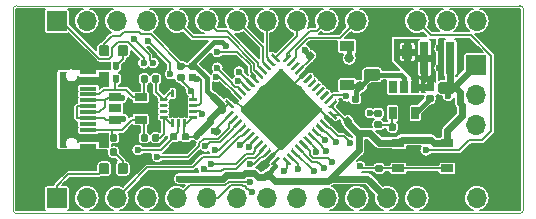
<source format=gtl>
G04 #@! TF.GenerationSoftware,KiCad,Pcbnew,5.1.2*
G04 #@! TF.CreationDate,2019-07-24T10:07:33+02:00*
G04 #@! TF.ProjectId,OtterPill,4f747465-7250-4696-9c6c-2e6b69636164,rev?*
G04 #@! TF.SameCoordinates,Original*
G04 #@! TF.FileFunction,Copper,L1,Top*
G04 #@! TF.FilePolarity,Positive*
%FSLAX46Y46*%
G04 Gerber Fmt 4.6, Leading zero omitted, Abs format (unit mm)*
G04 Created by KiCad (PCBNEW 5.1.2) date 2019-07-24 10:07:33*
%MOMM*%
%LPD*%
G04 APERTURE LIST*
%ADD10C,0.050000*%
%ADD11C,0.100000*%
%ADD12C,0.250000*%
%ADD13C,5.000000*%
%ADD14R,0.900000X1.200000*%
%ADD15R,0.800000X2.700000*%
%ADD16O,1.700000X1.700000*%
%ADD17R,1.700000X1.700000*%
%ADD18R,1.050000X0.650000*%
%ADD19R,1.200000X0.900000*%
%ADD20C,0.590000*%
%ADD21C,1.450000*%
%ADD22R,0.650000X1.060000*%
%ADD23R,1.060000X0.650000*%
%ADD24O,2.100000X1.000000*%
%ADD25O,1.600000X1.000000*%
%ADD26R,1.450000X0.600000*%
%ADD27R,1.450000X0.300000*%
%ADD28C,0.875000*%
%ADD29C,0.975000*%
%ADD30C,0.600000*%
%ADD31C,0.800000*%
%ADD32C,0.200000*%
%ADD33C,0.400000*%
%ADD34C,0.157000*%
%ADD35C,0.600000*%
%ADD36C,0.254000*%
G04 APERTURE END LIST*
D10*
X63200000Y-37100000D02*
G75*
G02X62900000Y-37400000I-300000J0D01*
G01*
X62900000Y-19800000D02*
G75*
G02X63200000Y-20100000I0J-300000D01*
G01*
X20000000Y-20100000D02*
G75*
G02X20300000Y-19800000I300000J0D01*
G01*
X20300000Y-37400000D02*
G75*
G02X20000000Y-37100000I0J300000D01*
G01*
X20000000Y-37100000D02*
X20000000Y-20100000D01*
X62900000Y-37400000D02*
X20300000Y-37400000D01*
X63200000Y-20100000D02*
X63200000Y-37100000D01*
X20300000Y-19800000D02*
X62900000Y-19800000D01*
D11*
G36*
X46860378Y-28704527D02*
G01*
X46866445Y-28705427D01*
X46872395Y-28706917D01*
X46878170Y-28708984D01*
X46883714Y-28711606D01*
X46888975Y-28714759D01*
X46893902Y-28718413D01*
X46898446Y-28722532D01*
X47428776Y-29252862D01*
X47432895Y-29257406D01*
X47436549Y-29262333D01*
X47439702Y-29267594D01*
X47442324Y-29273138D01*
X47444391Y-29278913D01*
X47445881Y-29284863D01*
X47446781Y-29290930D01*
X47447082Y-29297056D01*
X47446781Y-29303182D01*
X47445881Y-29309249D01*
X47444391Y-29315199D01*
X47442324Y-29320974D01*
X47439702Y-29326518D01*
X47436549Y-29331779D01*
X47432895Y-29336706D01*
X47428776Y-29341250D01*
X47340388Y-29429638D01*
X47335844Y-29433757D01*
X47330917Y-29437411D01*
X47325656Y-29440564D01*
X47320112Y-29443186D01*
X47314337Y-29445253D01*
X47308387Y-29446743D01*
X47302320Y-29447643D01*
X47296194Y-29447944D01*
X47290068Y-29447643D01*
X47284001Y-29446743D01*
X47278051Y-29445253D01*
X47272276Y-29443186D01*
X47266732Y-29440564D01*
X47261471Y-29437411D01*
X47256544Y-29433757D01*
X47252000Y-29429638D01*
X46721670Y-28899308D01*
X46717551Y-28894764D01*
X46713897Y-28889837D01*
X46710744Y-28884576D01*
X46708122Y-28879032D01*
X46706055Y-28873257D01*
X46704565Y-28867307D01*
X46703665Y-28861240D01*
X46703364Y-28855114D01*
X46703665Y-28848988D01*
X46704565Y-28842921D01*
X46706055Y-28836971D01*
X46708122Y-28831196D01*
X46710744Y-28825652D01*
X46713897Y-28820391D01*
X46717551Y-28815464D01*
X46721670Y-28810920D01*
X46810058Y-28722532D01*
X46814602Y-28718413D01*
X46819529Y-28714759D01*
X46824790Y-28711606D01*
X46830334Y-28708984D01*
X46836109Y-28706917D01*
X46842059Y-28705427D01*
X46848126Y-28704527D01*
X46854252Y-28704226D01*
X46860378Y-28704527D01*
X46860378Y-28704527D01*
G37*
D12*
X47075223Y-29076085D03*
D11*
G36*
X46506825Y-29058080D02*
G01*
X46512892Y-29058980D01*
X46518842Y-29060470D01*
X46524617Y-29062537D01*
X46530161Y-29065159D01*
X46535422Y-29068312D01*
X46540349Y-29071966D01*
X46544893Y-29076085D01*
X47075223Y-29606415D01*
X47079342Y-29610959D01*
X47082996Y-29615886D01*
X47086149Y-29621147D01*
X47088771Y-29626691D01*
X47090838Y-29632466D01*
X47092328Y-29638416D01*
X47093228Y-29644483D01*
X47093529Y-29650609D01*
X47093228Y-29656735D01*
X47092328Y-29662802D01*
X47090838Y-29668752D01*
X47088771Y-29674527D01*
X47086149Y-29680071D01*
X47082996Y-29685332D01*
X47079342Y-29690259D01*
X47075223Y-29694803D01*
X46986835Y-29783191D01*
X46982291Y-29787310D01*
X46977364Y-29790964D01*
X46972103Y-29794117D01*
X46966559Y-29796739D01*
X46960784Y-29798806D01*
X46954834Y-29800296D01*
X46948767Y-29801196D01*
X46942641Y-29801497D01*
X46936515Y-29801196D01*
X46930448Y-29800296D01*
X46924498Y-29798806D01*
X46918723Y-29796739D01*
X46913179Y-29794117D01*
X46907918Y-29790964D01*
X46902991Y-29787310D01*
X46898447Y-29783191D01*
X46368117Y-29252861D01*
X46363998Y-29248317D01*
X46360344Y-29243390D01*
X46357191Y-29238129D01*
X46354569Y-29232585D01*
X46352502Y-29226810D01*
X46351012Y-29220860D01*
X46350112Y-29214793D01*
X46349811Y-29208667D01*
X46350112Y-29202541D01*
X46351012Y-29196474D01*
X46352502Y-29190524D01*
X46354569Y-29184749D01*
X46357191Y-29179205D01*
X46360344Y-29173944D01*
X46363998Y-29169017D01*
X46368117Y-29164473D01*
X46456505Y-29076085D01*
X46461049Y-29071966D01*
X46465976Y-29068312D01*
X46471237Y-29065159D01*
X46476781Y-29062537D01*
X46482556Y-29060470D01*
X46488506Y-29058980D01*
X46494573Y-29058080D01*
X46500699Y-29057779D01*
X46506825Y-29058080D01*
X46506825Y-29058080D01*
G37*
D12*
X46721670Y-29429638D03*
D11*
G36*
X46153271Y-29411634D02*
G01*
X46159338Y-29412534D01*
X46165288Y-29414024D01*
X46171063Y-29416091D01*
X46176607Y-29418713D01*
X46181868Y-29421866D01*
X46186795Y-29425520D01*
X46191339Y-29429639D01*
X46721669Y-29959969D01*
X46725788Y-29964513D01*
X46729442Y-29969440D01*
X46732595Y-29974701D01*
X46735217Y-29980245D01*
X46737284Y-29986020D01*
X46738774Y-29991970D01*
X46739674Y-29998037D01*
X46739975Y-30004163D01*
X46739674Y-30010289D01*
X46738774Y-30016356D01*
X46737284Y-30022306D01*
X46735217Y-30028081D01*
X46732595Y-30033625D01*
X46729442Y-30038886D01*
X46725788Y-30043813D01*
X46721669Y-30048357D01*
X46633281Y-30136745D01*
X46628737Y-30140864D01*
X46623810Y-30144518D01*
X46618549Y-30147671D01*
X46613005Y-30150293D01*
X46607230Y-30152360D01*
X46601280Y-30153850D01*
X46595213Y-30154750D01*
X46589087Y-30155051D01*
X46582961Y-30154750D01*
X46576894Y-30153850D01*
X46570944Y-30152360D01*
X46565169Y-30150293D01*
X46559625Y-30147671D01*
X46554364Y-30144518D01*
X46549437Y-30140864D01*
X46544893Y-30136745D01*
X46014563Y-29606415D01*
X46010444Y-29601871D01*
X46006790Y-29596944D01*
X46003637Y-29591683D01*
X46001015Y-29586139D01*
X45998948Y-29580364D01*
X45997458Y-29574414D01*
X45996558Y-29568347D01*
X45996257Y-29562221D01*
X45996558Y-29556095D01*
X45997458Y-29550028D01*
X45998948Y-29544078D01*
X46001015Y-29538303D01*
X46003637Y-29532759D01*
X46006790Y-29527498D01*
X46010444Y-29522571D01*
X46014563Y-29518027D01*
X46102951Y-29429639D01*
X46107495Y-29425520D01*
X46112422Y-29421866D01*
X46117683Y-29418713D01*
X46123227Y-29416091D01*
X46129002Y-29414024D01*
X46134952Y-29412534D01*
X46141019Y-29411634D01*
X46147145Y-29411333D01*
X46153271Y-29411634D01*
X46153271Y-29411634D01*
G37*
D12*
X46368116Y-29783192D03*
D11*
G36*
X45799718Y-29765187D02*
G01*
X45805785Y-29766087D01*
X45811735Y-29767577D01*
X45817510Y-29769644D01*
X45823054Y-29772266D01*
X45828315Y-29775419D01*
X45833242Y-29779073D01*
X45837786Y-29783192D01*
X46368116Y-30313522D01*
X46372235Y-30318066D01*
X46375889Y-30322993D01*
X46379042Y-30328254D01*
X46381664Y-30333798D01*
X46383731Y-30339573D01*
X46385221Y-30345523D01*
X46386121Y-30351590D01*
X46386422Y-30357716D01*
X46386121Y-30363842D01*
X46385221Y-30369909D01*
X46383731Y-30375859D01*
X46381664Y-30381634D01*
X46379042Y-30387178D01*
X46375889Y-30392439D01*
X46372235Y-30397366D01*
X46368116Y-30401910D01*
X46279728Y-30490298D01*
X46275184Y-30494417D01*
X46270257Y-30498071D01*
X46264996Y-30501224D01*
X46259452Y-30503846D01*
X46253677Y-30505913D01*
X46247727Y-30507403D01*
X46241660Y-30508303D01*
X46235534Y-30508604D01*
X46229408Y-30508303D01*
X46223341Y-30507403D01*
X46217391Y-30505913D01*
X46211616Y-30503846D01*
X46206072Y-30501224D01*
X46200811Y-30498071D01*
X46195884Y-30494417D01*
X46191340Y-30490298D01*
X45661010Y-29959968D01*
X45656891Y-29955424D01*
X45653237Y-29950497D01*
X45650084Y-29945236D01*
X45647462Y-29939692D01*
X45645395Y-29933917D01*
X45643905Y-29927967D01*
X45643005Y-29921900D01*
X45642704Y-29915774D01*
X45643005Y-29909648D01*
X45643905Y-29903581D01*
X45645395Y-29897631D01*
X45647462Y-29891856D01*
X45650084Y-29886312D01*
X45653237Y-29881051D01*
X45656891Y-29876124D01*
X45661010Y-29871580D01*
X45749398Y-29783192D01*
X45753942Y-29779073D01*
X45758869Y-29775419D01*
X45764130Y-29772266D01*
X45769674Y-29769644D01*
X45775449Y-29767577D01*
X45781399Y-29766087D01*
X45787466Y-29765187D01*
X45793592Y-29764886D01*
X45799718Y-29765187D01*
X45799718Y-29765187D01*
G37*
D12*
X46014563Y-30136745D03*
D11*
G36*
X45446165Y-30118740D02*
G01*
X45452232Y-30119640D01*
X45458182Y-30121130D01*
X45463957Y-30123197D01*
X45469501Y-30125819D01*
X45474762Y-30128972D01*
X45479689Y-30132626D01*
X45484233Y-30136745D01*
X46014563Y-30667075D01*
X46018682Y-30671619D01*
X46022336Y-30676546D01*
X46025489Y-30681807D01*
X46028111Y-30687351D01*
X46030178Y-30693126D01*
X46031668Y-30699076D01*
X46032568Y-30705143D01*
X46032869Y-30711269D01*
X46032568Y-30717395D01*
X46031668Y-30723462D01*
X46030178Y-30729412D01*
X46028111Y-30735187D01*
X46025489Y-30740731D01*
X46022336Y-30745992D01*
X46018682Y-30750919D01*
X46014563Y-30755463D01*
X45926175Y-30843851D01*
X45921631Y-30847970D01*
X45916704Y-30851624D01*
X45911443Y-30854777D01*
X45905899Y-30857399D01*
X45900124Y-30859466D01*
X45894174Y-30860956D01*
X45888107Y-30861856D01*
X45881981Y-30862157D01*
X45875855Y-30861856D01*
X45869788Y-30860956D01*
X45863838Y-30859466D01*
X45858063Y-30857399D01*
X45852519Y-30854777D01*
X45847258Y-30851624D01*
X45842331Y-30847970D01*
X45837787Y-30843851D01*
X45307457Y-30313521D01*
X45303338Y-30308977D01*
X45299684Y-30304050D01*
X45296531Y-30298789D01*
X45293909Y-30293245D01*
X45291842Y-30287470D01*
X45290352Y-30281520D01*
X45289452Y-30275453D01*
X45289151Y-30269327D01*
X45289452Y-30263201D01*
X45290352Y-30257134D01*
X45291842Y-30251184D01*
X45293909Y-30245409D01*
X45296531Y-30239865D01*
X45299684Y-30234604D01*
X45303338Y-30229677D01*
X45307457Y-30225133D01*
X45395845Y-30136745D01*
X45400389Y-30132626D01*
X45405316Y-30128972D01*
X45410577Y-30125819D01*
X45416121Y-30123197D01*
X45421896Y-30121130D01*
X45427846Y-30119640D01*
X45433913Y-30118740D01*
X45440039Y-30118439D01*
X45446165Y-30118740D01*
X45446165Y-30118740D01*
G37*
D12*
X45661010Y-30490298D03*
D11*
G36*
X45092611Y-30472294D02*
G01*
X45098678Y-30473194D01*
X45104628Y-30474684D01*
X45110403Y-30476751D01*
X45115947Y-30479373D01*
X45121208Y-30482526D01*
X45126135Y-30486180D01*
X45130679Y-30490299D01*
X45661009Y-31020629D01*
X45665128Y-31025173D01*
X45668782Y-31030100D01*
X45671935Y-31035361D01*
X45674557Y-31040905D01*
X45676624Y-31046680D01*
X45678114Y-31052630D01*
X45679014Y-31058697D01*
X45679315Y-31064823D01*
X45679014Y-31070949D01*
X45678114Y-31077016D01*
X45676624Y-31082966D01*
X45674557Y-31088741D01*
X45671935Y-31094285D01*
X45668782Y-31099546D01*
X45665128Y-31104473D01*
X45661009Y-31109017D01*
X45572621Y-31197405D01*
X45568077Y-31201524D01*
X45563150Y-31205178D01*
X45557889Y-31208331D01*
X45552345Y-31210953D01*
X45546570Y-31213020D01*
X45540620Y-31214510D01*
X45534553Y-31215410D01*
X45528427Y-31215711D01*
X45522301Y-31215410D01*
X45516234Y-31214510D01*
X45510284Y-31213020D01*
X45504509Y-31210953D01*
X45498965Y-31208331D01*
X45493704Y-31205178D01*
X45488777Y-31201524D01*
X45484233Y-31197405D01*
X44953903Y-30667075D01*
X44949784Y-30662531D01*
X44946130Y-30657604D01*
X44942977Y-30652343D01*
X44940355Y-30646799D01*
X44938288Y-30641024D01*
X44936798Y-30635074D01*
X44935898Y-30629007D01*
X44935597Y-30622881D01*
X44935898Y-30616755D01*
X44936798Y-30610688D01*
X44938288Y-30604738D01*
X44940355Y-30598963D01*
X44942977Y-30593419D01*
X44946130Y-30588158D01*
X44949784Y-30583231D01*
X44953903Y-30578687D01*
X45042291Y-30490299D01*
X45046835Y-30486180D01*
X45051762Y-30482526D01*
X45057023Y-30479373D01*
X45062567Y-30476751D01*
X45068342Y-30474684D01*
X45074292Y-30473194D01*
X45080359Y-30472294D01*
X45086485Y-30471993D01*
X45092611Y-30472294D01*
X45092611Y-30472294D01*
G37*
D12*
X45307456Y-30843852D03*
D11*
G36*
X44739058Y-30825847D02*
G01*
X44745125Y-30826747D01*
X44751075Y-30828237D01*
X44756850Y-30830304D01*
X44762394Y-30832926D01*
X44767655Y-30836079D01*
X44772582Y-30839733D01*
X44777126Y-30843852D01*
X45307456Y-31374182D01*
X45311575Y-31378726D01*
X45315229Y-31383653D01*
X45318382Y-31388914D01*
X45321004Y-31394458D01*
X45323071Y-31400233D01*
X45324561Y-31406183D01*
X45325461Y-31412250D01*
X45325762Y-31418376D01*
X45325461Y-31424502D01*
X45324561Y-31430569D01*
X45323071Y-31436519D01*
X45321004Y-31442294D01*
X45318382Y-31447838D01*
X45315229Y-31453099D01*
X45311575Y-31458026D01*
X45307456Y-31462570D01*
X45219068Y-31550958D01*
X45214524Y-31555077D01*
X45209597Y-31558731D01*
X45204336Y-31561884D01*
X45198792Y-31564506D01*
X45193017Y-31566573D01*
X45187067Y-31568063D01*
X45181000Y-31568963D01*
X45174874Y-31569264D01*
X45168748Y-31568963D01*
X45162681Y-31568063D01*
X45156731Y-31566573D01*
X45150956Y-31564506D01*
X45145412Y-31561884D01*
X45140151Y-31558731D01*
X45135224Y-31555077D01*
X45130680Y-31550958D01*
X44600350Y-31020628D01*
X44596231Y-31016084D01*
X44592577Y-31011157D01*
X44589424Y-31005896D01*
X44586802Y-31000352D01*
X44584735Y-30994577D01*
X44583245Y-30988627D01*
X44582345Y-30982560D01*
X44582044Y-30976434D01*
X44582345Y-30970308D01*
X44583245Y-30964241D01*
X44584735Y-30958291D01*
X44586802Y-30952516D01*
X44589424Y-30946972D01*
X44592577Y-30941711D01*
X44596231Y-30936784D01*
X44600350Y-30932240D01*
X44688738Y-30843852D01*
X44693282Y-30839733D01*
X44698209Y-30836079D01*
X44703470Y-30832926D01*
X44709014Y-30830304D01*
X44714789Y-30828237D01*
X44720739Y-30826747D01*
X44726806Y-30825847D01*
X44732932Y-30825546D01*
X44739058Y-30825847D01*
X44739058Y-30825847D01*
G37*
D12*
X44953903Y-31197405D03*
D11*
G36*
X44385504Y-31179401D02*
G01*
X44391571Y-31180301D01*
X44397521Y-31181791D01*
X44403296Y-31183858D01*
X44408840Y-31186480D01*
X44414101Y-31189633D01*
X44419028Y-31193287D01*
X44423572Y-31197406D01*
X44953902Y-31727736D01*
X44958021Y-31732280D01*
X44961675Y-31737207D01*
X44964828Y-31742468D01*
X44967450Y-31748012D01*
X44969517Y-31753787D01*
X44971007Y-31759737D01*
X44971907Y-31765804D01*
X44972208Y-31771930D01*
X44971907Y-31778056D01*
X44971007Y-31784123D01*
X44969517Y-31790073D01*
X44967450Y-31795848D01*
X44964828Y-31801392D01*
X44961675Y-31806653D01*
X44958021Y-31811580D01*
X44953902Y-31816124D01*
X44865514Y-31904512D01*
X44860970Y-31908631D01*
X44856043Y-31912285D01*
X44850782Y-31915438D01*
X44845238Y-31918060D01*
X44839463Y-31920127D01*
X44833513Y-31921617D01*
X44827446Y-31922517D01*
X44821320Y-31922818D01*
X44815194Y-31922517D01*
X44809127Y-31921617D01*
X44803177Y-31920127D01*
X44797402Y-31918060D01*
X44791858Y-31915438D01*
X44786597Y-31912285D01*
X44781670Y-31908631D01*
X44777126Y-31904512D01*
X44246796Y-31374182D01*
X44242677Y-31369638D01*
X44239023Y-31364711D01*
X44235870Y-31359450D01*
X44233248Y-31353906D01*
X44231181Y-31348131D01*
X44229691Y-31342181D01*
X44228791Y-31336114D01*
X44228490Y-31329988D01*
X44228791Y-31323862D01*
X44229691Y-31317795D01*
X44231181Y-31311845D01*
X44233248Y-31306070D01*
X44235870Y-31300526D01*
X44239023Y-31295265D01*
X44242677Y-31290338D01*
X44246796Y-31285794D01*
X44335184Y-31197406D01*
X44339728Y-31193287D01*
X44344655Y-31189633D01*
X44349916Y-31186480D01*
X44355460Y-31183858D01*
X44361235Y-31181791D01*
X44367185Y-31180301D01*
X44373252Y-31179401D01*
X44379378Y-31179100D01*
X44385504Y-31179401D01*
X44385504Y-31179401D01*
G37*
D12*
X44600349Y-31550959D03*
D11*
G36*
X44031951Y-31532954D02*
G01*
X44038018Y-31533854D01*
X44043968Y-31535344D01*
X44049743Y-31537411D01*
X44055287Y-31540033D01*
X44060548Y-31543186D01*
X44065475Y-31546840D01*
X44070019Y-31550959D01*
X44600349Y-32081289D01*
X44604468Y-32085833D01*
X44608122Y-32090760D01*
X44611275Y-32096021D01*
X44613897Y-32101565D01*
X44615964Y-32107340D01*
X44617454Y-32113290D01*
X44618354Y-32119357D01*
X44618655Y-32125483D01*
X44618354Y-32131609D01*
X44617454Y-32137676D01*
X44615964Y-32143626D01*
X44613897Y-32149401D01*
X44611275Y-32154945D01*
X44608122Y-32160206D01*
X44604468Y-32165133D01*
X44600349Y-32169677D01*
X44511961Y-32258065D01*
X44507417Y-32262184D01*
X44502490Y-32265838D01*
X44497229Y-32268991D01*
X44491685Y-32271613D01*
X44485910Y-32273680D01*
X44479960Y-32275170D01*
X44473893Y-32276070D01*
X44467767Y-32276371D01*
X44461641Y-32276070D01*
X44455574Y-32275170D01*
X44449624Y-32273680D01*
X44443849Y-32271613D01*
X44438305Y-32268991D01*
X44433044Y-32265838D01*
X44428117Y-32262184D01*
X44423573Y-32258065D01*
X43893243Y-31727735D01*
X43889124Y-31723191D01*
X43885470Y-31718264D01*
X43882317Y-31713003D01*
X43879695Y-31707459D01*
X43877628Y-31701684D01*
X43876138Y-31695734D01*
X43875238Y-31689667D01*
X43874937Y-31683541D01*
X43875238Y-31677415D01*
X43876138Y-31671348D01*
X43877628Y-31665398D01*
X43879695Y-31659623D01*
X43882317Y-31654079D01*
X43885470Y-31648818D01*
X43889124Y-31643891D01*
X43893243Y-31639347D01*
X43981631Y-31550959D01*
X43986175Y-31546840D01*
X43991102Y-31543186D01*
X43996363Y-31540033D01*
X44001907Y-31537411D01*
X44007682Y-31535344D01*
X44013632Y-31533854D01*
X44019699Y-31532954D01*
X44025825Y-31532653D01*
X44031951Y-31532954D01*
X44031951Y-31532954D01*
G37*
D12*
X44246796Y-31904512D03*
D11*
G36*
X43678398Y-31886507D02*
G01*
X43684465Y-31887407D01*
X43690415Y-31888897D01*
X43696190Y-31890964D01*
X43701734Y-31893586D01*
X43706995Y-31896739D01*
X43711922Y-31900393D01*
X43716466Y-31904512D01*
X44246796Y-32434842D01*
X44250915Y-32439386D01*
X44254569Y-32444313D01*
X44257722Y-32449574D01*
X44260344Y-32455118D01*
X44262411Y-32460893D01*
X44263901Y-32466843D01*
X44264801Y-32472910D01*
X44265102Y-32479036D01*
X44264801Y-32485162D01*
X44263901Y-32491229D01*
X44262411Y-32497179D01*
X44260344Y-32502954D01*
X44257722Y-32508498D01*
X44254569Y-32513759D01*
X44250915Y-32518686D01*
X44246796Y-32523230D01*
X44158408Y-32611618D01*
X44153864Y-32615737D01*
X44148937Y-32619391D01*
X44143676Y-32622544D01*
X44138132Y-32625166D01*
X44132357Y-32627233D01*
X44126407Y-32628723D01*
X44120340Y-32629623D01*
X44114214Y-32629924D01*
X44108088Y-32629623D01*
X44102021Y-32628723D01*
X44096071Y-32627233D01*
X44090296Y-32625166D01*
X44084752Y-32622544D01*
X44079491Y-32619391D01*
X44074564Y-32615737D01*
X44070020Y-32611618D01*
X43539690Y-32081288D01*
X43535571Y-32076744D01*
X43531917Y-32071817D01*
X43528764Y-32066556D01*
X43526142Y-32061012D01*
X43524075Y-32055237D01*
X43522585Y-32049287D01*
X43521685Y-32043220D01*
X43521384Y-32037094D01*
X43521685Y-32030968D01*
X43522585Y-32024901D01*
X43524075Y-32018951D01*
X43526142Y-32013176D01*
X43528764Y-32007632D01*
X43531917Y-32002371D01*
X43535571Y-31997444D01*
X43539690Y-31992900D01*
X43628078Y-31904512D01*
X43632622Y-31900393D01*
X43637549Y-31896739D01*
X43642810Y-31893586D01*
X43648354Y-31890964D01*
X43654129Y-31888897D01*
X43660079Y-31887407D01*
X43666146Y-31886507D01*
X43672272Y-31886206D01*
X43678398Y-31886507D01*
X43678398Y-31886507D01*
G37*
D12*
X43893243Y-32258065D03*
D11*
G36*
X43324844Y-32240061D02*
G01*
X43330911Y-32240961D01*
X43336861Y-32242451D01*
X43342636Y-32244518D01*
X43348180Y-32247140D01*
X43353441Y-32250293D01*
X43358368Y-32253947D01*
X43362912Y-32258066D01*
X43893242Y-32788396D01*
X43897361Y-32792940D01*
X43901015Y-32797867D01*
X43904168Y-32803128D01*
X43906790Y-32808672D01*
X43908857Y-32814447D01*
X43910347Y-32820397D01*
X43911247Y-32826464D01*
X43911548Y-32832590D01*
X43911247Y-32838716D01*
X43910347Y-32844783D01*
X43908857Y-32850733D01*
X43906790Y-32856508D01*
X43904168Y-32862052D01*
X43901015Y-32867313D01*
X43897361Y-32872240D01*
X43893242Y-32876784D01*
X43804854Y-32965172D01*
X43800310Y-32969291D01*
X43795383Y-32972945D01*
X43790122Y-32976098D01*
X43784578Y-32978720D01*
X43778803Y-32980787D01*
X43772853Y-32982277D01*
X43766786Y-32983177D01*
X43760660Y-32983478D01*
X43754534Y-32983177D01*
X43748467Y-32982277D01*
X43742517Y-32980787D01*
X43736742Y-32978720D01*
X43731198Y-32976098D01*
X43725937Y-32972945D01*
X43721010Y-32969291D01*
X43716466Y-32965172D01*
X43186136Y-32434842D01*
X43182017Y-32430298D01*
X43178363Y-32425371D01*
X43175210Y-32420110D01*
X43172588Y-32414566D01*
X43170521Y-32408791D01*
X43169031Y-32402841D01*
X43168131Y-32396774D01*
X43167830Y-32390648D01*
X43168131Y-32384522D01*
X43169031Y-32378455D01*
X43170521Y-32372505D01*
X43172588Y-32366730D01*
X43175210Y-32361186D01*
X43178363Y-32355925D01*
X43182017Y-32350998D01*
X43186136Y-32346454D01*
X43274524Y-32258066D01*
X43279068Y-32253947D01*
X43283995Y-32250293D01*
X43289256Y-32247140D01*
X43294800Y-32244518D01*
X43300575Y-32242451D01*
X43306525Y-32240961D01*
X43312592Y-32240061D01*
X43318718Y-32239760D01*
X43324844Y-32240061D01*
X43324844Y-32240061D01*
G37*
D12*
X43539689Y-32611619D03*
D11*
G36*
X42971291Y-32593614D02*
G01*
X42977358Y-32594514D01*
X42983308Y-32596004D01*
X42989083Y-32598071D01*
X42994627Y-32600693D01*
X42999888Y-32603846D01*
X43004815Y-32607500D01*
X43009359Y-32611619D01*
X43539689Y-33141949D01*
X43543808Y-33146493D01*
X43547462Y-33151420D01*
X43550615Y-33156681D01*
X43553237Y-33162225D01*
X43555304Y-33168000D01*
X43556794Y-33173950D01*
X43557694Y-33180017D01*
X43557995Y-33186143D01*
X43557694Y-33192269D01*
X43556794Y-33198336D01*
X43555304Y-33204286D01*
X43553237Y-33210061D01*
X43550615Y-33215605D01*
X43547462Y-33220866D01*
X43543808Y-33225793D01*
X43539689Y-33230337D01*
X43451301Y-33318725D01*
X43446757Y-33322844D01*
X43441830Y-33326498D01*
X43436569Y-33329651D01*
X43431025Y-33332273D01*
X43425250Y-33334340D01*
X43419300Y-33335830D01*
X43413233Y-33336730D01*
X43407107Y-33337031D01*
X43400981Y-33336730D01*
X43394914Y-33335830D01*
X43388964Y-33334340D01*
X43383189Y-33332273D01*
X43377645Y-33329651D01*
X43372384Y-33326498D01*
X43367457Y-33322844D01*
X43362913Y-33318725D01*
X42832583Y-32788395D01*
X42828464Y-32783851D01*
X42824810Y-32778924D01*
X42821657Y-32773663D01*
X42819035Y-32768119D01*
X42816968Y-32762344D01*
X42815478Y-32756394D01*
X42814578Y-32750327D01*
X42814277Y-32744201D01*
X42814578Y-32738075D01*
X42815478Y-32732008D01*
X42816968Y-32726058D01*
X42819035Y-32720283D01*
X42821657Y-32714739D01*
X42824810Y-32709478D01*
X42828464Y-32704551D01*
X42832583Y-32700007D01*
X42920971Y-32611619D01*
X42925515Y-32607500D01*
X42930442Y-32603846D01*
X42935703Y-32600693D01*
X42941247Y-32598071D01*
X42947022Y-32596004D01*
X42952972Y-32594514D01*
X42959039Y-32593614D01*
X42965165Y-32593313D01*
X42971291Y-32593614D01*
X42971291Y-32593614D01*
G37*
D12*
X43186136Y-32965172D03*
D11*
G36*
X42440961Y-32593614D02*
G01*
X42447028Y-32594514D01*
X42452978Y-32596004D01*
X42458753Y-32598071D01*
X42464297Y-32600693D01*
X42469558Y-32603846D01*
X42474485Y-32607500D01*
X42479029Y-32611619D01*
X42567417Y-32700007D01*
X42571536Y-32704551D01*
X42575190Y-32709478D01*
X42578343Y-32714739D01*
X42580965Y-32720283D01*
X42583032Y-32726058D01*
X42584522Y-32732008D01*
X42585422Y-32738075D01*
X42585723Y-32744201D01*
X42585422Y-32750327D01*
X42584522Y-32756394D01*
X42583032Y-32762344D01*
X42580965Y-32768119D01*
X42578343Y-32773663D01*
X42575190Y-32778924D01*
X42571536Y-32783851D01*
X42567417Y-32788395D01*
X42037087Y-33318725D01*
X42032543Y-33322844D01*
X42027616Y-33326498D01*
X42022355Y-33329651D01*
X42016811Y-33332273D01*
X42011036Y-33334340D01*
X42005086Y-33335830D01*
X41999019Y-33336730D01*
X41992893Y-33337031D01*
X41986767Y-33336730D01*
X41980700Y-33335830D01*
X41974750Y-33334340D01*
X41968975Y-33332273D01*
X41963431Y-33329651D01*
X41958170Y-33326498D01*
X41953243Y-33322844D01*
X41948699Y-33318725D01*
X41860311Y-33230337D01*
X41856192Y-33225793D01*
X41852538Y-33220866D01*
X41849385Y-33215605D01*
X41846763Y-33210061D01*
X41844696Y-33204286D01*
X41843206Y-33198336D01*
X41842306Y-33192269D01*
X41842005Y-33186143D01*
X41842306Y-33180017D01*
X41843206Y-33173950D01*
X41844696Y-33168000D01*
X41846763Y-33162225D01*
X41849385Y-33156681D01*
X41852538Y-33151420D01*
X41856192Y-33146493D01*
X41860311Y-33141949D01*
X42390641Y-32611619D01*
X42395185Y-32607500D01*
X42400112Y-32603846D01*
X42405373Y-32600693D01*
X42410917Y-32598071D01*
X42416692Y-32596004D01*
X42422642Y-32594514D01*
X42428709Y-32593614D01*
X42434835Y-32593313D01*
X42440961Y-32593614D01*
X42440961Y-32593614D01*
G37*
D12*
X42213864Y-32965172D03*
D11*
G36*
X42087408Y-32240061D02*
G01*
X42093475Y-32240961D01*
X42099425Y-32242451D01*
X42105200Y-32244518D01*
X42110744Y-32247140D01*
X42116005Y-32250293D01*
X42120932Y-32253947D01*
X42125476Y-32258066D01*
X42213864Y-32346454D01*
X42217983Y-32350998D01*
X42221637Y-32355925D01*
X42224790Y-32361186D01*
X42227412Y-32366730D01*
X42229479Y-32372505D01*
X42230969Y-32378455D01*
X42231869Y-32384522D01*
X42232170Y-32390648D01*
X42231869Y-32396774D01*
X42230969Y-32402841D01*
X42229479Y-32408791D01*
X42227412Y-32414566D01*
X42224790Y-32420110D01*
X42221637Y-32425371D01*
X42217983Y-32430298D01*
X42213864Y-32434842D01*
X41683534Y-32965172D01*
X41678990Y-32969291D01*
X41674063Y-32972945D01*
X41668802Y-32976098D01*
X41663258Y-32978720D01*
X41657483Y-32980787D01*
X41651533Y-32982277D01*
X41645466Y-32983177D01*
X41639340Y-32983478D01*
X41633214Y-32983177D01*
X41627147Y-32982277D01*
X41621197Y-32980787D01*
X41615422Y-32978720D01*
X41609878Y-32976098D01*
X41604617Y-32972945D01*
X41599690Y-32969291D01*
X41595146Y-32965172D01*
X41506758Y-32876784D01*
X41502639Y-32872240D01*
X41498985Y-32867313D01*
X41495832Y-32862052D01*
X41493210Y-32856508D01*
X41491143Y-32850733D01*
X41489653Y-32844783D01*
X41488753Y-32838716D01*
X41488452Y-32832590D01*
X41488753Y-32826464D01*
X41489653Y-32820397D01*
X41491143Y-32814447D01*
X41493210Y-32808672D01*
X41495832Y-32803128D01*
X41498985Y-32797867D01*
X41502639Y-32792940D01*
X41506758Y-32788396D01*
X42037088Y-32258066D01*
X42041632Y-32253947D01*
X42046559Y-32250293D01*
X42051820Y-32247140D01*
X42057364Y-32244518D01*
X42063139Y-32242451D01*
X42069089Y-32240961D01*
X42075156Y-32240061D01*
X42081282Y-32239760D01*
X42087408Y-32240061D01*
X42087408Y-32240061D01*
G37*
D12*
X41860311Y-32611619D03*
D11*
G36*
X41733854Y-31886507D02*
G01*
X41739921Y-31887407D01*
X41745871Y-31888897D01*
X41751646Y-31890964D01*
X41757190Y-31893586D01*
X41762451Y-31896739D01*
X41767378Y-31900393D01*
X41771922Y-31904512D01*
X41860310Y-31992900D01*
X41864429Y-31997444D01*
X41868083Y-32002371D01*
X41871236Y-32007632D01*
X41873858Y-32013176D01*
X41875925Y-32018951D01*
X41877415Y-32024901D01*
X41878315Y-32030968D01*
X41878616Y-32037094D01*
X41878315Y-32043220D01*
X41877415Y-32049287D01*
X41875925Y-32055237D01*
X41873858Y-32061012D01*
X41871236Y-32066556D01*
X41868083Y-32071817D01*
X41864429Y-32076744D01*
X41860310Y-32081288D01*
X41329980Y-32611618D01*
X41325436Y-32615737D01*
X41320509Y-32619391D01*
X41315248Y-32622544D01*
X41309704Y-32625166D01*
X41303929Y-32627233D01*
X41297979Y-32628723D01*
X41291912Y-32629623D01*
X41285786Y-32629924D01*
X41279660Y-32629623D01*
X41273593Y-32628723D01*
X41267643Y-32627233D01*
X41261868Y-32625166D01*
X41256324Y-32622544D01*
X41251063Y-32619391D01*
X41246136Y-32615737D01*
X41241592Y-32611618D01*
X41153204Y-32523230D01*
X41149085Y-32518686D01*
X41145431Y-32513759D01*
X41142278Y-32508498D01*
X41139656Y-32502954D01*
X41137589Y-32497179D01*
X41136099Y-32491229D01*
X41135199Y-32485162D01*
X41134898Y-32479036D01*
X41135199Y-32472910D01*
X41136099Y-32466843D01*
X41137589Y-32460893D01*
X41139656Y-32455118D01*
X41142278Y-32449574D01*
X41145431Y-32444313D01*
X41149085Y-32439386D01*
X41153204Y-32434842D01*
X41683534Y-31904512D01*
X41688078Y-31900393D01*
X41693005Y-31896739D01*
X41698266Y-31893586D01*
X41703810Y-31890964D01*
X41709585Y-31888897D01*
X41715535Y-31887407D01*
X41721602Y-31886507D01*
X41727728Y-31886206D01*
X41733854Y-31886507D01*
X41733854Y-31886507D01*
G37*
D12*
X41506757Y-32258065D03*
D11*
G36*
X41380301Y-31532954D02*
G01*
X41386368Y-31533854D01*
X41392318Y-31535344D01*
X41398093Y-31537411D01*
X41403637Y-31540033D01*
X41408898Y-31543186D01*
X41413825Y-31546840D01*
X41418369Y-31550959D01*
X41506757Y-31639347D01*
X41510876Y-31643891D01*
X41514530Y-31648818D01*
X41517683Y-31654079D01*
X41520305Y-31659623D01*
X41522372Y-31665398D01*
X41523862Y-31671348D01*
X41524762Y-31677415D01*
X41525063Y-31683541D01*
X41524762Y-31689667D01*
X41523862Y-31695734D01*
X41522372Y-31701684D01*
X41520305Y-31707459D01*
X41517683Y-31713003D01*
X41514530Y-31718264D01*
X41510876Y-31723191D01*
X41506757Y-31727735D01*
X40976427Y-32258065D01*
X40971883Y-32262184D01*
X40966956Y-32265838D01*
X40961695Y-32268991D01*
X40956151Y-32271613D01*
X40950376Y-32273680D01*
X40944426Y-32275170D01*
X40938359Y-32276070D01*
X40932233Y-32276371D01*
X40926107Y-32276070D01*
X40920040Y-32275170D01*
X40914090Y-32273680D01*
X40908315Y-32271613D01*
X40902771Y-32268991D01*
X40897510Y-32265838D01*
X40892583Y-32262184D01*
X40888039Y-32258065D01*
X40799651Y-32169677D01*
X40795532Y-32165133D01*
X40791878Y-32160206D01*
X40788725Y-32154945D01*
X40786103Y-32149401D01*
X40784036Y-32143626D01*
X40782546Y-32137676D01*
X40781646Y-32131609D01*
X40781345Y-32125483D01*
X40781646Y-32119357D01*
X40782546Y-32113290D01*
X40784036Y-32107340D01*
X40786103Y-32101565D01*
X40788725Y-32096021D01*
X40791878Y-32090760D01*
X40795532Y-32085833D01*
X40799651Y-32081289D01*
X41329981Y-31550959D01*
X41334525Y-31546840D01*
X41339452Y-31543186D01*
X41344713Y-31540033D01*
X41350257Y-31537411D01*
X41356032Y-31535344D01*
X41361982Y-31533854D01*
X41368049Y-31532954D01*
X41374175Y-31532653D01*
X41380301Y-31532954D01*
X41380301Y-31532954D01*
G37*
D12*
X41153204Y-31904512D03*
D11*
G36*
X41026748Y-31179401D02*
G01*
X41032815Y-31180301D01*
X41038765Y-31181791D01*
X41044540Y-31183858D01*
X41050084Y-31186480D01*
X41055345Y-31189633D01*
X41060272Y-31193287D01*
X41064816Y-31197406D01*
X41153204Y-31285794D01*
X41157323Y-31290338D01*
X41160977Y-31295265D01*
X41164130Y-31300526D01*
X41166752Y-31306070D01*
X41168819Y-31311845D01*
X41170309Y-31317795D01*
X41171209Y-31323862D01*
X41171510Y-31329988D01*
X41171209Y-31336114D01*
X41170309Y-31342181D01*
X41168819Y-31348131D01*
X41166752Y-31353906D01*
X41164130Y-31359450D01*
X41160977Y-31364711D01*
X41157323Y-31369638D01*
X41153204Y-31374182D01*
X40622874Y-31904512D01*
X40618330Y-31908631D01*
X40613403Y-31912285D01*
X40608142Y-31915438D01*
X40602598Y-31918060D01*
X40596823Y-31920127D01*
X40590873Y-31921617D01*
X40584806Y-31922517D01*
X40578680Y-31922818D01*
X40572554Y-31922517D01*
X40566487Y-31921617D01*
X40560537Y-31920127D01*
X40554762Y-31918060D01*
X40549218Y-31915438D01*
X40543957Y-31912285D01*
X40539030Y-31908631D01*
X40534486Y-31904512D01*
X40446098Y-31816124D01*
X40441979Y-31811580D01*
X40438325Y-31806653D01*
X40435172Y-31801392D01*
X40432550Y-31795848D01*
X40430483Y-31790073D01*
X40428993Y-31784123D01*
X40428093Y-31778056D01*
X40427792Y-31771930D01*
X40428093Y-31765804D01*
X40428993Y-31759737D01*
X40430483Y-31753787D01*
X40432550Y-31748012D01*
X40435172Y-31742468D01*
X40438325Y-31737207D01*
X40441979Y-31732280D01*
X40446098Y-31727736D01*
X40976428Y-31197406D01*
X40980972Y-31193287D01*
X40985899Y-31189633D01*
X40991160Y-31186480D01*
X40996704Y-31183858D01*
X41002479Y-31181791D01*
X41008429Y-31180301D01*
X41014496Y-31179401D01*
X41020622Y-31179100D01*
X41026748Y-31179401D01*
X41026748Y-31179401D01*
G37*
D12*
X40799651Y-31550959D03*
D11*
G36*
X40673194Y-30825847D02*
G01*
X40679261Y-30826747D01*
X40685211Y-30828237D01*
X40690986Y-30830304D01*
X40696530Y-30832926D01*
X40701791Y-30836079D01*
X40706718Y-30839733D01*
X40711262Y-30843852D01*
X40799650Y-30932240D01*
X40803769Y-30936784D01*
X40807423Y-30941711D01*
X40810576Y-30946972D01*
X40813198Y-30952516D01*
X40815265Y-30958291D01*
X40816755Y-30964241D01*
X40817655Y-30970308D01*
X40817956Y-30976434D01*
X40817655Y-30982560D01*
X40816755Y-30988627D01*
X40815265Y-30994577D01*
X40813198Y-31000352D01*
X40810576Y-31005896D01*
X40807423Y-31011157D01*
X40803769Y-31016084D01*
X40799650Y-31020628D01*
X40269320Y-31550958D01*
X40264776Y-31555077D01*
X40259849Y-31558731D01*
X40254588Y-31561884D01*
X40249044Y-31564506D01*
X40243269Y-31566573D01*
X40237319Y-31568063D01*
X40231252Y-31568963D01*
X40225126Y-31569264D01*
X40219000Y-31568963D01*
X40212933Y-31568063D01*
X40206983Y-31566573D01*
X40201208Y-31564506D01*
X40195664Y-31561884D01*
X40190403Y-31558731D01*
X40185476Y-31555077D01*
X40180932Y-31550958D01*
X40092544Y-31462570D01*
X40088425Y-31458026D01*
X40084771Y-31453099D01*
X40081618Y-31447838D01*
X40078996Y-31442294D01*
X40076929Y-31436519D01*
X40075439Y-31430569D01*
X40074539Y-31424502D01*
X40074238Y-31418376D01*
X40074539Y-31412250D01*
X40075439Y-31406183D01*
X40076929Y-31400233D01*
X40078996Y-31394458D01*
X40081618Y-31388914D01*
X40084771Y-31383653D01*
X40088425Y-31378726D01*
X40092544Y-31374182D01*
X40622874Y-30843852D01*
X40627418Y-30839733D01*
X40632345Y-30836079D01*
X40637606Y-30832926D01*
X40643150Y-30830304D01*
X40648925Y-30828237D01*
X40654875Y-30826747D01*
X40660942Y-30825847D01*
X40667068Y-30825546D01*
X40673194Y-30825847D01*
X40673194Y-30825847D01*
G37*
D12*
X40446097Y-31197405D03*
D11*
G36*
X40319641Y-30472294D02*
G01*
X40325708Y-30473194D01*
X40331658Y-30474684D01*
X40337433Y-30476751D01*
X40342977Y-30479373D01*
X40348238Y-30482526D01*
X40353165Y-30486180D01*
X40357709Y-30490299D01*
X40446097Y-30578687D01*
X40450216Y-30583231D01*
X40453870Y-30588158D01*
X40457023Y-30593419D01*
X40459645Y-30598963D01*
X40461712Y-30604738D01*
X40463202Y-30610688D01*
X40464102Y-30616755D01*
X40464403Y-30622881D01*
X40464102Y-30629007D01*
X40463202Y-30635074D01*
X40461712Y-30641024D01*
X40459645Y-30646799D01*
X40457023Y-30652343D01*
X40453870Y-30657604D01*
X40450216Y-30662531D01*
X40446097Y-30667075D01*
X39915767Y-31197405D01*
X39911223Y-31201524D01*
X39906296Y-31205178D01*
X39901035Y-31208331D01*
X39895491Y-31210953D01*
X39889716Y-31213020D01*
X39883766Y-31214510D01*
X39877699Y-31215410D01*
X39871573Y-31215711D01*
X39865447Y-31215410D01*
X39859380Y-31214510D01*
X39853430Y-31213020D01*
X39847655Y-31210953D01*
X39842111Y-31208331D01*
X39836850Y-31205178D01*
X39831923Y-31201524D01*
X39827379Y-31197405D01*
X39738991Y-31109017D01*
X39734872Y-31104473D01*
X39731218Y-31099546D01*
X39728065Y-31094285D01*
X39725443Y-31088741D01*
X39723376Y-31082966D01*
X39721886Y-31077016D01*
X39720986Y-31070949D01*
X39720685Y-31064823D01*
X39720986Y-31058697D01*
X39721886Y-31052630D01*
X39723376Y-31046680D01*
X39725443Y-31040905D01*
X39728065Y-31035361D01*
X39731218Y-31030100D01*
X39734872Y-31025173D01*
X39738991Y-31020629D01*
X40269321Y-30490299D01*
X40273865Y-30486180D01*
X40278792Y-30482526D01*
X40284053Y-30479373D01*
X40289597Y-30476751D01*
X40295372Y-30474684D01*
X40301322Y-30473194D01*
X40307389Y-30472294D01*
X40313515Y-30471993D01*
X40319641Y-30472294D01*
X40319641Y-30472294D01*
G37*
D12*
X40092544Y-30843852D03*
D11*
G36*
X39966087Y-30118740D02*
G01*
X39972154Y-30119640D01*
X39978104Y-30121130D01*
X39983879Y-30123197D01*
X39989423Y-30125819D01*
X39994684Y-30128972D01*
X39999611Y-30132626D01*
X40004155Y-30136745D01*
X40092543Y-30225133D01*
X40096662Y-30229677D01*
X40100316Y-30234604D01*
X40103469Y-30239865D01*
X40106091Y-30245409D01*
X40108158Y-30251184D01*
X40109648Y-30257134D01*
X40110548Y-30263201D01*
X40110849Y-30269327D01*
X40110548Y-30275453D01*
X40109648Y-30281520D01*
X40108158Y-30287470D01*
X40106091Y-30293245D01*
X40103469Y-30298789D01*
X40100316Y-30304050D01*
X40096662Y-30308977D01*
X40092543Y-30313521D01*
X39562213Y-30843851D01*
X39557669Y-30847970D01*
X39552742Y-30851624D01*
X39547481Y-30854777D01*
X39541937Y-30857399D01*
X39536162Y-30859466D01*
X39530212Y-30860956D01*
X39524145Y-30861856D01*
X39518019Y-30862157D01*
X39511893Y-30861856D01*
X39505826Y-30860956D01*
X39499876Y-30859466D01*
X39494101Y-30857399D01*
X39488557Y-30854777D01*
X39483296Y-30851624D01*
X39478369Y-30847970D01*
X39473825Y-30843851D01*
X39385437Y-30755463D01*
X39381318Y-30750919D01*
X39377664Y-30745992D01*
X39374511Y-30740731D01*
X39371889Y-30735187D01*
X39369822Y-30729412D01*
X39368332Y-30723462D01*
X39367432Y-30717395D01*
X39367131Y-30711269D01*
X39367432Y-30705143D01*
X39368332Y-30699076D01*
X39369822Y-30693126D01*
X39371889Y-30687351D01*
X39374511Y-30681807D01*
X39377664Y-30676546D01*
X39381318Y-30671619D01*
X39385437Y-30667075D01*
X39915767Y-30136745D01*
X39920311Y-30132626D01*
X39925238Y-30128972D01*
X39930499Y-30125819D01*
X39936043Y-30123197D01*
X39941818Y-30121130D01*
X39947768Y-30119640D01*
X39953835Y-30118740D01*
X39959961Y-30118439D01*
X39966087Y-30118740D01*
X39966087Y-30118740D01*
G37*
D12*
X39738990Y-30490298D03*
D11*
G36*
X39612534Y-29765187D02*
G01*
X39618601Y-29766087D01*
X39624551Y-29767577D01*
X39630326Y-29769644D01*
X39635870Y-29772266D01*
X39641131Y-29775419D01*
X39646058Y-29779073D01*
X39650602Y-29783192D01*
X39738990Y-29871580D01*
X39743109Y-29876124D01*
X39746763Y-29881051D01*
X39749916Y-29886312D01*
X39752538Y-29891856D01*
X39754605Y-29897631D01*
X39756095Y-29903581D01*
X39756995Y-29909648D01*
X39757296Y-29915774D01*
X39756995Y-29921900D01*
X39756095Y-29927967D01*
X39754605Y-29933917D01*
X39752538Y-29939692D01*
X39749916Y-29945236D01*
X39746763Y-29950497D01*
X39743109Y-29955424D01*
X39738990Y-29959968D01*
X39208660Y-30490298D01*
X39204116Y-30494417D01*
X39199189Y-30498071D01*
X39193928Y-30501224D01*
X39188384Y-30503846D01*
X39182609Y-30505913D01*
X39176659Y-30507403D01*
X39170592Y-30508303D01*
X39164466Y-30508604D01*
X39158340Y-30508303D01*
X39152273Y-30507403D01*
X39146323Y-30505913D01*
X39140548Y-30503846D01*
X39135004Y-30501224D01*
X39129743Y-30498071D01*
X39124816Y-30494417D01*
X39120272Y-30490298D01*
X39031884Y-30401910D01*
X39027765Y-30397366D01*
X39024111Y-30392439D01*
X39020958Y-30387178D01*
X39018336Y-30381634D01*
X39016269Y-30375859D01*
X39014779Y-30369909D01*
X39013879Y-30363842D01*
X39013578Y-30357716D01*
X39013879Y-30351590D01*
X39014779Y-30345523D01*
X39016269Y-30339573D01*
X39018336Y-30333798D01*
X39020958Y-30328254D01*
X39024111Y-30322993D01*
X39027765Y-30318066D01*
X39031884Y-30313522D01*
X39562214Y-29783192D01*
X39566758Y-29779073D01*
X39571685Y-29775419D01*
X39576946Y-29772266D01*
X39582490Y-29769644D01*
X39588265Y-29767577D01*
X39594215Y-29766087D01*
X39600282Y-29765187D01*
X39606408Y-29764886D01*
X39612534Y-29765187D01*
X39612534Y-29765187D01*
G37*
D12*
X39385437Y-30136745D03*
D11*
G36*
X39258981Y-29411634D02*
G01*
X39265048Y-29412534D01*
X39270998Y-29414024D01*
X39276773Y-29416091D01*
X39282317Y-29418713D01*
X39287578Y-29421866D01*
X39292505Y-29425520D01*
X39297049Y-29429639D01*
X39385437Y-29518027D01*
X39389556Y-29522571D01*
X39393210Y-29527498D01*
X39396363Y-29532759D01*
X39398985Y-29538303D01*
X39401052Y-29544078D01*
X39402542Y-29550028D01*
X39403442Y-29556095D01*
X39403743Y-29562221D01*
X39403442Y-29568347D01*
X39402542Y-29574414D01*
X39401052Y-29580364D01*
X39398985Y-29586139D01*
X39396363Y-29591683D01*
X39393210Y-29596944D01*
X39389556Y-29601871D01*
X39385437Y-29606415D01*
X38855107Y-30136745D01*
X38850563Y-30140864D01*
X38845636Y-30144518D01*
X38840375Y-30147671D01*
X38834831Y-30150293D01*
X38829056Y-30152360D01*
X38823106Y-30153850D01*
X38817039Y-30154750D01*
X38810913Y-30155051D01*
X38804787Y-30154750D01*
X38798720Y-30153850D01*
X38792770Y-30152360D01*
X38786995Y-30150293D01*
X38781451Y-30147671D01*
X38776190Y-30144518D01*
X38771263Y-30140864D01*
X38766719Y-30136745D01*
X38678331Y-30048357D01*
X38674212Y-30043813D01*
X38670558Y-30038886D01*
X38667405Y-30033625D01*
X38664783Y-30028081D01*
X38662716Y-30022306D01*
X38661226Y-30016356D01*
X38660326Y-30010289D01*
X38660025Y-30004163D01*
X38660326Y-29998037D01*
X38661226Y-29991970D01*
X38662716Y-29986020D01*
X38664783Y-29980245D01*
X38667405Y-29974701D01*
X38670558Y-29969440D01*
X38674212Y-29964513D01*
X38678331Y-29959969D01*
X39208661Y-29429639D01*
X39213205Y-29425520D01*
X39218132Y-29421866D01*
X39223393Y-29418713D01*
X39228937Y-29416091D01*
X39234712Y-29414024D01*
X39240662Y-29412534D01*
X39246729Y-29411634D01*
X39252855Y-29411333D01*
X39258981Y-29411634D01*
X39258981Y-29411634D01*
G37*
D12*
X39031884Y-29783192D03*
D11*
G36*
X38905427Y-29058080D02*
G01*
X38911494Y-29058980D01*
X38917444Y-29060470D01*
X38923219Y-29062537D01*
X38928763Y-29065159D01*
X38934024Y-29068312D01*
X38938951Y-29071966D01*
X38943495Y-29076085D01*
X39031883Y-29164473D01*
X39036002Y-29169017D01*
X39039656Y-29173944D01*
X39042809Y-29179205D01*
X39045431Y-29184749D01*
X39047498Y-29190524D01*
X39048988Y-29196474D01*
X39049888Y-29202541D01*
X39050189Y-29208667D01*
X39049888Y-29214793D01*
X39048988Y-29220860D01*
X39047498Y-29226810D01*
X39045431Y-29232585D01*
X39042809Y-29238129D01*
X39039656Y-29243390D01*
X39036002Y-29248317D01*
X39031883Y-29252861D01*
X38501553Y-29783191D01*
X38497009Y-29787310D01*
X38492082Y-29790964D01*
X38486821Y-29794117D01*
X38481277Y-29796739D01*
X38475502Y-29798806D01*
X38469552Y-29800296D01*
X38463485Y-29801196D01*
X38457359Y-29801497D01*
X38451233Y-29801196D01*
X38445166Y-29800296D01*
X38439216Y-29798806D01*
X38433441Y-29796739D01*
X38427897Y-29794117D01*
X38422636Y-29790964D01*
X38417709Y-29787310D01*
X38413165Y-29783191D01*
X38324777Y-29694803D01*
X38320658Y-29690259D01*
X38317004Y-29685332D01*
X38313851Y-29680071D01*
X38311229Y-29674527D01*
X38309162Y-29668752D01*
X38307672Y-29662802D01*
X38306772Y-29656735D01*
X38306471Y-29650609D01*
X38306772Y-29644483D01*
X38307672Y-29638416D01*
X38309162Y-29632466D01*
X38311229Y-29626691D01*
X38313851Y-29621147D01*
X38317004Y-29615886D01*
X38320658Y-29610959D01*
X38324777Y-29606415D01*
X38855107Y-29076085D01*
X38859651Y-29071966D01*
X38864578Y-29068312D01*
X38869839Y-29065159D01*
X38875383Y-29062537D01*
X38881158Y-29060470D01*
X38887108Y-29058980D01*
X38893175Y-29058080D01*
X38899301Y-29057779D01*
X38905427Y-29058080D01*
X38905427Y-29058080D01*
G37*
D12*
X38678330Y-29429638D03*
D11*
G36*
X38551874Y-28704527D02*
G01*
X38557941Y-28705427D01*
X38563891Y-28706917D01*
X38569666Y-28708984D01*
X38575210Y-28711606D01*
X38580471Y-28714759D01*
X38585398Y-28718413D01*
X38589942Y-28722532D01*
X38678330Y-28810920D01*
X38682449Y-28815464D01*
X38686103Y-28820391D01*
X38689256Y-28825652D01*
X38691878Y-28831196D01*
X38693945Y-28836971D01*
X38695435Y-28842921D01*
X38696335Y-28848988D01*
X38696636Y-28855114D01*
X38696335Y-28861240D01*
X38695435Y-28867307D01*
X38693945Y-28873257D01*
X38691878Y-28879032D01*
X38689256Y-28884576D01*
X38686103Y-28889837D01*
X38682449Y-28894764D01*
X38678330Y-28899308D01*
X38148000Y-29429638D01*
X38143456Y-29433757D01*
X38138529Y-29437411D01*
X38133268Y-29440564D01*
X38127724Y-29443186D01*
X38121949Y-29445253D01*
X38115999Y-29446743D01*
X38109932Y-29447643D01*
X38103806Y-29447944D01*
X38097680Y-29447643D01*
X38091613Y-29446743D01*
X38085663Y-29445253D01*
X38079888Y-29443186D01*
X38074344Y-29440564D01*
X38069083Y-29437411D01*
X38064156Y-29433757D01*
X38059612Y-29429638D01*
X37971224Y-29341250D01*
X37967105Y-29336706D01*
X37963451Y-29331779D01*
X37960298Y-29326518D01*
X37957676Y-29320974D01*
X37955609Y-29315199D01*
X37954119Y-29309249D01*
X37953219Y-29303182D01*
X37952918Y-29297056D01*
X37953219Y-29290930D01*
X37954119Y-29284863D01*
X37955609Y-29278913D01*
X37957676Y-29273138D01*
X37960298Y-29267594D01*
X37963451Y-29262333D01*
X37967105Y-29257406D01*
X37971224Y-29252862D01*
X38501554Y-28722532D01*
X38506098Y-28718413D01*
X38511025Y-28714759D01*
X38516286Y-28711606D01*
X38521830Y-28708984D01*
X38527605Y-28706917D01*
X38533555Y-28705427D01*
X38539622Y-28704527D01*
X38545748Y-28704226D01*
X38551874Y-28704527D01*
X38551874Y-28704527D01*
G37*
D12*
X38324777Y-29076085D03*
D11*
G36*
X38109932Y-27732255D02*
G01*
X38115999Y-27733155D01*
X38121949Y-27734645D01*
X38127724Y-27736712D01*
X38133268Y-27739334D01*
X38138529Y-27742487D01*
X38143456Y-27746141D01*
X38148000Y-27750260D01*
X38678330Y-28280590D01*
X38682449Y-28285134D01*
X38686103Y-28290061D01*
X38689256Y-28295322D01*
X38691878Y-28300866D01*
X38693945Y-28306641D01*
X38695435Y-28312591D01*
X38696335Y-28318658D01*
X38696636Y-28324784D01*
X38696335Y-28330910D01*
X38695435Y-28336977D01*
X38693945Y-28342927D01*
X38691878Y-28348702D01*
X38689256Y-28354246D01*
X38686103Y-28359507D01*
X38682449Y-28364434D01*
X38678330Y-28368978D01*
X38589942Y-28457366D01*
X38585398Y-28461485D01*
X38580471Y-28465139D01*
X38575210Y-28468292D01*
X38569666Y-28470914D01*
X38563891Y-28472981D01*
X38557941Y-28474471D01*
X38551874Y-28475371D01*
X38545748Y-28475672D01*
X38539622Y-28475371D01*
X38533555Y-28474471D01*
X38527605Y-28472981D01*
X38521830Y-28470914D01*
X38516286Y-28468292D01*
X38511025Y-28465139D01*
X38506098Y-28461485D01*
X38501554Y-28457366D01*
X37971224Y-27927036D01*
X37967105Y-27922492D01*
X37963451Y-27917565D01*
X37960298Y-27912304D01*
X37957676Y-27906760D01*
X37955609Y-27900985D01*
X37954119Y-27895035D01*
X37953219Y-27888968D01*
X37952918Y-27882842D01*
X37953219Y-27876716D01*
X37954119Y-27870649D01*
X37955609Y-27864699D01*
X37957676Y-27858924D01*
X37960298Y-27853380D01*
X37963451Y-27848119D01*
X37967105Y-27843192D01*
X37971224Y-27838648D01*
X38059612Y-27750260D01*
X38064156Y-27746141D01*
X38069083Y-27742487D01*
X38074344Y-27739334D01*
X38079888Y-27736712D01*
X38085663Y-27734645D01*
X38091613Y-27733155D01*
X38097680Y-27732255D01*
X38103806Y-27731954D01*
X38109932Y-27732255D01*
X38109932Y-27732255D01*
G37*
D12*
X38324777Y-28103813D03*
D11*
G36*
X38463485Y-27378702D02*
G01*
X38469552Y-27379602D01*
X38475502Y-27381092D01*
X38481277Y-27383159D01*
X38486821Y-27385781D01*
X38492082Y-27388934D01*
X38497009Y-27392588D01*
X38501553Y-27396707D01*
X39031883Y-27927037D01*
X39036002Y-27931581D01*
X39039656Y-27936508D01*
X39042809Y-27941769D01*
X39045431Y-27947313D01*
X39047498Y-27953088D01*
X39048988Y-27959038D01*
X39049888Y-27965105D01*
X39050189Y-27971231D01*
X39049888Y-27977357D01*
X39048988Y-27983424D01*
X39047498Y-27989374D01*
X39045431Y-27995149D01*
X39042809Y-28000693D01*
X39039656Y-28005954D01*
X39036002Y-28010881D01*
X39031883Y-28015425D01*
X38943495Y-28103813D01*
X38938951Y-28107932D01*
X38934024Y-28111586D01*
X38928763Y-28114739D01*
X38923219Y-28117361D01*
X38917444Y-28119428D01*
X38911494Y-28120918D01*
X38905427Y-28121818D01*
X38899301Y-28122119D01*
X38893175Y-28121818D01*
X38887108Y-28120918D01*
X38881158Y-28119428D01*
X38875383Y-28117361D01*
X38869839Y-28114739D01*
X38864578Y-28111586D01*
X38859651Y-28107932D01*
X38855107Y-28103813D01*
X38324777Y-27573483D01*
X38320658Y-27568939D01*
X38317004Y-27564012D01*
X38313851Y-27558751D01*
X38311229Y-27553207D01*
X38309162Y-27547432D01*
X38307672Y-27541482D01*
X38306772Y-27535415D01*
X38306471Y-27529289D01*
X38306772Y-27523163D01*
X38307672Y-27517096D01*
X38309162Y-27511146D01*
X38311229Y-27505371D01*
X38313851Y-27499827D01*
X38317004Y-27494566D01*
X38320658Y-27489639D01*
X38324777Y-27485095D01*
X38413165Y-27396707D01*
X38417709Y-27392588D01*
X38422636Y-27388934D01*
X38427897Y-27385781D01*
X38433441Y-27383159D01*
X38439216Y-27381092D01*
X38445166Y-27379602D01*
X38451233Y-27378702D01*
X38457359Y-27378401D01*
X38463485Y-27378702D01*
X38463485Y-27378702D01*
G37*
D12*
X38678330Y-27750260D03*
D11*
G36*
X38817039Y-27025148D02*
G01*
X38823106Y-27026048D01*
X38829056Y-27027538D01*
X38834831Y-27029605D01*
X38840375Y-27032227D01*
X38845636Y-27035380D01*
X38850563Y-27039034D01*
X38855107Y-27043153D01*
X39385437Y-27573483D01*
X39389556Y-27578027D01*
X39393210Y-27582954D01*
X39396363Y-27588215D01*
X39398985Y-27593759D01*
X39401052Y-27599534D01*
X39402542Y-27605484D01*
X39403442Y-27611551D01*
X39403743Y-27617677D01*
X39403442Y-27623803D01*
X39402542Y-27629870D01*
X39401052Y-27635820D01*
X39398985Y-27641595D01*
X39396363Y-27647139D01*
X39393210Y-27652400D01*
X39389556Y-27657327D01*
X39385437Y-27661871D01*
X39297049Y-27750259D01*
X39292505Y-27754378D01*
X39287578Y-27758032D01*
X39282317Y-27761185D01*
X39276773Y-27763807D01*
X39270998Y-27765874D01*
X39265048Y-27767364D01*
X39258981Y-27768264D01*
X39252855Y-27768565D01*
X39246729Y-27768264D01*
X39240662Y-27767364D01*
X39234712Y-27765874D01*
X39228937Y-27763807D01*
X39223393Y-27761185D01*
X39218132Y-27758032D01*
X39213205Y-27754378D01*
X39208661Y-27750259D01*
X38678331Y-27219929D01*
X38674212Y-27215385D01*
X38670558Y-27210458D01*
X38667405Y-27205197D01*
X38664783Y-27199653D01*
X38662716Y-27193878D01*
X38661226Y-27187928D01*
X38660326Y-27181861D01*
X38660025Y-27175735D01*
X38660326Y-27169609D01*
X38661226Y-27163542D01*
X38662716Y-27157592D01*
X38664783Y-27151817D01*
X38667405Y-27146273D01*
X38670558Y-27141012D01*
X38674212Y-27136085D01*
X38678331Y-27131541D01*
X38766719Y-27043153D01*
X38771263Y-27039034D01*
X38776190Y-27035380D01*
X38781451Y-27032227D01*
X38786995Y-27029605D01*
X38792770Y-27027538D01*
X38798720Y-27026048D01*
X38804787Y-27025148D01*
X38810913Y-27024847D01*
X38817039Y-27025148D01*
X38817039Y-27025148D01*
G37*
D12*
X39031884Y-27396706D03*
D11*
G36*
X39170592Y-26671595D02*
G01*
X39176659Y-26672495D01*
X39182609Y-26673985D01*
X39188384Y-26676052D01*
X39193928Y-26678674D01*
X39199189Y-26681827D01*
X39204116Y-26685481D01*
X39208660Y-26689600D01*
X39738990Y-27219930D01*
X39743109Y-27224474D01*
X39746763Y-27229401D01*
X39749916Y-27234662D01*
X39752538Y-27240206D01*
X39754605Y-27245981D01*
X39756095Y-27251931D01*
X39756995Y-27257998D01*
X39757296Y-27264124D01*
X39756995Y-27270250D01*
X39756095Y-27276317D01*
X39754605Y-27282267D01*
X39752538Y-27288042D01*
X39749916Y-27293586D01*
X39746763Y-27298847D01*
X39743109Y-27303774D01*
X39738990Y-27308318D01*
X39650602Y-27396706D01*
X39646058Y-27400825D01*
X39641131Y-27404479D01*
X39635870Y-27407632D01*
X39630326Y-27410254D01*
X39624551Y-27412321D01*
X39618601Y-27413811D01*
X39612534Y-27414711D01*
X39606408Y-27415012D01*
X39600282Y-27414711D01*
X39594215Y-27413811D01*
X39588265Y-27412321D01*
X39582490Y-27410254D01*
X39576946Y-27407632D01*
X39571685Y-27404479D01*
X39566758Y-27400825D01*
X39562214Y-27396706D01*
X39031884Y-26866376D01*
X39027765Y-26861832D01*
X39024111Y-26856905D01*
X39020958Y-26851644D01*
X39018336Y-26846100D01*
X39016269Y-26840325D01*
X39014779Y-26834375D01*
X39013879Y-26828308D01*
X39013578Y-26822182D01*
X39013879Y-26816056D01*
X39014779Y-26809989D01*
X39016269Y-26804039D01*
X39018336Y-26798264D01*
X39020958Y-26792720D01*
X39024111Y-26787459D01*
X39027765Y-26782532D01*
X39031884Y-26777988D01*
X39120272Y-26689600D01*
X39124816Y-26685481D01*
X39129743Y-26681827D01*
X39135004Y-26678674D01*
X39140548Y-26676052D01*
X39146323Y-26673985D01*
X39152273Y-26672495D01*
X39158340Y-26671595D01*
X39164466Y-26671294D01*
X39170592Y-26671595D01*
X39170592Y-26671595D01*
G37*
D12*
X39385437Y-27043153D03*
D11*
G36*
X39524145Y-26318042D02*
G01*
X39530212Y-26318942D01*
X39536162Y-26320432D01*
X39541937Y-26322499D01*
X39547481Y-26325121D01*
X39552742Y-26328274D01*
X39557669Y-26331928D01*
X39562213Y-26336047D01*
X40092543Y-26866377D01*
X40096662Y-26870921D01*
X40100316Y-26875848D01*
X40103469Y-26881109D01*
X40106091Y-26886653D01*
X40108158Y-26892428D01*
X40109648Y-26898378D01*
X40110548Y-26904445D01*
X40110849Y-26910571D01*
X40110548Y-26916697D01*
X40109648Y-26922764D01*
X40108158Y-26928714D01*
X40106091Y-26934489D01*
X40103469Y-26940033D01*
X40100316Y-26945294D01*
X40096662Y-26950221D01*
X40092543Y-26954765D01*
X40004155Y-27043153D01*
X39999611Y-27047272D01*
X39994684Y-27050926D01*
X39989423Y-27054079D01*
X39983879Y-27056701D01*
X39978104Y-27058768D01*
X39972154Y-27060258D01*
X39966087Y-27061158D01*
X39959961Y-27061459D01*
X39953835Y-27061158D01*
X39947768Y-27060258D01*
X39941818Y-27058768D01*
X39936043Y-27056701D01*
X39930499Y-27054079D01*
X39925238Y-27050926D01*
X39920311Y-27047272D01*
X39915767Y-27043153D01*
X39385437Y-26512823D01*
X39381318Y-26508279D01*
X39377664Y-26503352D01*
X39374511Y-26498091D01*
X39371889Y-26492547D01*
X39369822Y-26486772D01*
X39368332Y-26480822D01*
X39367432Y-26474755D01*
X39367131Y-26468629D01*
X39367432Y-26462503D01*
X39368332Y-26456436D01*
X39369822Y-26450486D01*
X39371889Y-26444711D01*
X39374511Y-26439167D01*
X39377664Y-26433906D01*
X39381318Y-26428979D01*
X39385437Y-26424435D01*
X39473825Y-26336047D01*
X39478369Y-26331928D01*
X39483296Y-26328274D01*
X39488557Y-26325121D01*
X39494101Y-26322499D01*
X39499876Y-26320432D01*
X39505826Y-26318942D01*
X39511893Y-26318042D01*
X39518019Y-26317741D01*
X39524145Y-26318042D01*
X39524145Y-26318042D01*
G37*
D12*
X39738990Y-26689600D03*
D11*
G36*
X39877699Y-25964488D02*
G01*
X39883766Y-25965388D01*
X39889716Y-25966878D01*
X39895491Y-25968945D01*
X39901035Y-25971567D01*
X39906296Y-25974720D01*
X39911223Y-25978374D01*
X39915767Y-25982493D01*
X40446097Y-26512823D01*
X40450216Y-26517367D01*
X40453870Y-26522294D01*
X40457023Y-26527555D01*
X40459645Y-26533099D01*
X40461712Y-26538874D01*
X40463202Y-26544824D01*
X40464102Y-26550891D01*
X40464403Y-26557017D01*
X40464102Y-26563143D01*
X40463202Y-26569210D01*
X40461712Y-26575160D01*
X40459645Y-26580935D01*
X40457023Y-26586479D01*
X40453870Y-26591740D01*
X40450216Y-26596667D01*
X40446097Y-26601211D01*
X40357709Y-26689599D01*
X40353165Y-26693718D01*
X40348238Y-26697372D01*
X40342977Y-26700525D01*
X40337433Y-26703147D01*
X40331658Y-26705214D01*
X40325708Y-26706704D01*
X40319641Y-26707604D01*
X40313515Y-26707905D01*
X40307389Y-26707604D01*
X40301322Y-26706704D01*
X40295372Y-26705214D01*
X40289597Y-26703147D01*
X40284053Y-26700525D01*
X40278792Y-26697372D01*
X40273865Y-26693718D01*
X40269321Y-26689599D01*
X39738991Y-26159269D01*
X39734872Y-26154725D01*
X39731218Y-26149798D01*
X39728065Y-26144537D01*
X39725443Y-26138993D01*
X39723376Y-26133218D01*
X39721886Y-26127268D01*
X39720986Y-26121201D01*
X39720685Y-26115075D01*
X39720986Y-26108949D01*
X39721886Y-26102882D01*
X39723376Y-26096932D01*
X39725443Y-26091157D01*
X39728065Y-26085613D01*
X39731218Y-26080352D01*
X39734872Y-26075425D01*
X39738991Y-26070881D01*
X39827379Y-25982493D01*
X39831923Y-25978374D01*
X39836850Y-25974720D01*
X39842111Y-25971567D01*
X39847655Y-25968945D01*
X39853430Y-25966878D01*
X39859380Y-25965388D01*
X39865447Y-25964488D01*
X39871573Y-25964187D01*
X39877699Y-25964488D01*
X39877699Y-25964488D01*
G37*
D12*
X40092544Y-26336046D03*
D11*
G36*
X40231252Y-25610935D02*
G01*
X40237319Y-25611835D01*
X40243269Y-25613325D01*
X40249044Y-25615392D01*
X40254588Y-25618014D01*
X40259849Y-25621167D01*
X40264776Y-25624821D01*
X40269320Y-25628940D01*
X40799650Y-26159270D01*
X40803769Y-26163814D01*
X40807423Y-26168741D01*
X40810576Y-26174002D01*
X40813198Y-26179546D01*
X40815265Y-26185321D01*
X40816755Y-26191271D01*
X40817655Y-26197338D01*
X40817956Y-26203464D01*
X40817655Y-26209590D01*
X40816755Y-26215657D01*
X40815265Y-26221607D01*
X40813198Y-26227382D01*
X40810576Y-26232926D01*
X40807423Y-26238187D01*
X40803769Y-26243114D01*
X40799650Y-26247658D01*
X40711262Y-26336046D01*
X40706718Y-26340165D01*
X40701791Y-26343819D01*
X40696530Y-26346972D01*
X40690986Y-26349594D01*
X40685211Y-26351661D01*
X40679261Y-26353151D01*
X40673194Y-26354051D01*
X40667068Y-26354352D01*
X40660942Y-26354051D01*
X40654875Y-26353151D01*
X40648925Y-26351661D01*
X40643150Y-26349594D01*
X40637606Y-26346972D01*
X40632345Y-26343819D01*
X40627418Y-26340165D01*
X40622874Y-26336046D01*
X40092544Y-25805716D01*
X40088425Y-25801172D01*
X40084771Y-25796245D01*
X40081618Y-25790984D01*
X40078996Y-25785440D01*
X40076929Y-25779665D01*
X40075439Y-25773715D01*
X40074539Y-25767648D01*
X40074238Y-25761522D01*
X40074539Y-25755396D01*
X40075439Y-25749329D01*
X40076929Y-25743379D01*
X40078996Y-25737604D01*
X40081618Y-25732060D01*
X40084771Y-25726799D01*
X40088425Y-25721872D01*
X40092544Y-25717328D01*
X40180932Y-25628940D01*
X40185476Y-25624821D01*
X40190403Y-25621167D01*
X40195664Y-25618014D01*
X40201208Y-25615392D01*
X40206983Y-25613325D01*
X40212933Y-25611835D01*
X40219000Y-25610935D01*
X40225126Y-25610634D01*
X40231252Y-25610935D01*
X40231252Y-25610935D01*
G37*
D12*
X40446097Y-25982493D03*
D11*
G36*
X40584806Y-25257381D02*
G01*
X40590873Y-25258281D01*
X40596823Y-25259771D01*
X40602598Y-25261838D01*
X40608142Y-25264460D01*
X40613403Y-25267613D01*
X40618330Y-25271267D01*
X40622874Y-25275386D01*
X41153204Y-25805716D01*
X41157323Y-25810260D01*
X41160977Y-25815187D01*
X41164130Y-25820448D01*
X41166752Y-25825992D01*
X41168819Y-25831767D01*
X41170309Y-25837717D01*
X41171209Y-25843784D01*
X41171510Y-25849910D01*
X41171209Y-25856036D01*
X41170309Y-25862103D01*
X41168819Y-25868053D01*
X41166752Y-25873828D01*
X41164130Y-25879372D01*
X41160977Y-25884633D01*
X41157323Y-25889560D01*
X41153204Y-25894104D01*
X41064816Y-25982492D01*
X41060272Y-25986611D01*
X41055345Y-25990265D01*
X41050084Y-25993418D01*
X41044540Y-25996040D01*
X41038765Y-25998107D01*
X41032815Y-25999597D01*
X41026748Y-26000497D01*
X41020622Y-26000798D01*
X41014496Y-26000497D01*
X41008429Y-25999597D01*
X41002479Y-25998107D01*
X40996704Y-25996040D01*
X40991160Y-25993418D01*
X40985899Y-25990265D01*
X40980972Y-25986611D01*
X40976428Y-25982492D01*
X40446098Y-25452162D01*
X40441979Y-25447618D01*
X40438325Y-25442691D01*
X40435172Y-25437430D01*
X40432550Y-25431886D01*
X40430483Y-25426111D01*
X40428993Y-25420161D01*
X40428093Y-25414094D01*
X40427792Y-25407968D01*
X40428093Y-25401842D01*
X40428993Y-25395775D01*
X40430483Y-25389825D01*
X40432550Y-25384050D01*
X40435172Y-25378506D01*
X40438325Y-25373245D01*
X40441979Y-25368318D01*
X40446098Y-25363774D01*
X40534486Y-25275386D01*
X40539030Y-25271267D01*
X40543957Y-25267613D01*
X40549218Y-25264460D01*
X40554762Y-25261838D01*
X40560537Y-25259771D01*
X40566487Y-25258281D01*
X40572554Y-25257381D01*
X40578680Y-25257080D01*
X40584806Y-25257381D01*
X40584806Y-25257381D01*
G37*
D12*
X40799651Y-25628939D03*
D11*
G36*
X40938359Y-24903828D02*
G01*
X40944426Y-24904728D01*
X40950376Y-24906218D01*
X40956151Y-24908285D01*
X40961695Y-24910907D01*
X40966956Y-24914060D01*
X40971883Y-24917714D01*
X40976427Y-24921833D01*
X41506757Y-25452163D01*
X41510876Y-25456707D01*
X41514530Y-25461634D01*
X41517683Y-25466895D01*
X41520305Y-25472439D01*
X41522372Y-25478214D01*
X41523862Y-25484164D01*
X41524762Y-25490231D01*
X41525063Y-25496357D01*
X41524762Y-25502483D01*
X41523862Y-25508550D01*
X41522372Y-25514500D01*
X41520305Y-25520275D01*
X41517683Y-25525819D01*
X41514530Y-25531080D01*
X41510876Y-25536007D01*
X41506757Y-25540551D01*
X41418369Y-25628939D01*
X41413825Y-25633058D01*
X41408898Y-25636712D01*
X41403637Y-25639865D01*
X41398093Y-25642487D01*
X41392318Y-25644554D01*
X41386368Y-25646044D01*
X41380301Y-25646944D01*
X41374175Y-25647245D01*
X41368049Y-25646944D01*
X41361982Y-25646044D01*
X41356032Y-25644554D01*
X41350257Y-25642487D01*
X41344713Y-25639865D01*
X41339452Y-25636712D01*
X41334525Y-25633058D01*
X41329981Y-25628939D01*
X40799651Y-25098609D01*
X40795532Y-25094065D01*
X40791878Y-25089138D01*
X40788725Y-25083877D01*
X40786103Y-25078333D01*
X40784036Y-25072558D01*
X40782546Y-25066608D01*
X40781646Y-25060541D01*
X40781345Y-25054415D01*
X40781646Y-25048289D01*
X40782546Y-25042222D01*
X40784036Y-25036272D01*
X40786103Y-25030497D01*
X40788725Y-25024953D01*
X40791878Y-25019692D01*
X40795532Y-25014765D01*
X40799651Y-25010221D01*
X40888039Y-24921833D01*
X40892583Y-24917714D01*
X40897510Y-24914060D01*
X40902771Y-24910907D01*
X40908315Y-24908285D01*
X40914090Y-24906218D01*
X40920040Y-24904728D01*
X40926107Y-24903828D01*
X40932233Y-24903527D01*
X40938359Y-24903828D01*
X40938359Y-24903828D01*
G37*
D12*
X41153204Y-25275386D03*
D11*
G36*
X41291912Y-24550275D02*
G01*
X41297979Y-24551175D01*
X41303929Y-24552665D01*
X41309704Y-24554732D01*
X41315248Y-24557354D01*
X41320509Y-24560507D01*
X41325436Y-24564161D01*
X41329980Y-24568280D01*
X41860310Y-25098610D01*
X41864429Y-25103154D01*
X41868083Y-25108081D01*
X41871236Y-25113342D01*
X41873858Y-25118886D01*
X41875925Y-25124661D01*
X41877415Y-25130611D01*
X41878315Y-25136678D01*
X41878616Y-25142804D01*
X41878315Y-25148930D01*
X41877415Y-25154997D01*
X41875925Y-25160947D01*
X41873858Y-25166722D01*
X41871236Y-25172266D01*
X41868083Y-25177527D01*
X41864429Y-25182454D01*
X41860310Y-25186998D01*
X41771922Y-25275386D01*
X41767378Y-25279505D01*
X41762451Y-25283159D01*
X41757190Y-25286312D01*
X41751646Y-25288934D01*
X41745871Y-25291001D01*
X41739921Y-25292491D01*
X41733854Y-25293391D01*
X41727728Y-25293692D01*
X41721602Y-25293391D01*
X41715535Y-25292491D01*
X41709585Y-25291001D01*
X41703810Y-25288934D01*
X41698266Y-25286312D01*
X41693005Y-25283159D01*
X41688078Y-25279505D01*
X41683534Y-25275386D01*
X41153204Y-24745056D01*
X41149085Y-24740512D01*
X41145431Y-24735585D01*
X41142278Y-24730324D01*
X41139656Y-24724780D01*
X41137589Y-24719005D01*
X41136099Y-24713055D01*
X41135199Y-24706988D01*
X41134898Y-24700862D01*
X41135199Y-24694736D01*
X41136099Y-24688669D01*
X41137589Y-24682719D01*
X41139656Y-24676944D01*
X41142278Y-24671400D01*
X41145431Y-24666139D01*
X41149085Y-24661212D01*
X41153204Y-24656668D01*
X41241592Y-24568280D01*
X41246136Y-24564161D01*
X41251063Y-24560507D01*
X41256324Y-24557354D01*
X41261868Y-24554732D01*
X41267643Y-24552665D01*
X41273593Y-24551175D01*
X41279660Y-24550275D01*
X41285786Y-24549974D01*
X41291912Y-24550275D01*
X41291912Y-24550275D01*
G37*
D12*
X41506757Y-24921833D03*
D11*
G36*
X41645466Y-24196721D02*
G01*
X41651533Y-24197621D01*
X41657483Y-24199111D01*
X41663258Y-24201178D01*
X41668802Y-24203800D01*
X41674063Y-24206953D01*
X41678990Y-24210607D01*
X41683534Y-24214726D01*
X42213864Y-24745056D01*
X42217983Y-24749600D01*
X42221637Y-24754527D01*
X42224790Y-24759788D01*
X42227412Y-24765332D01*
X42229479Y-24771107D01*
X42230969Y-24777057D01*
X42231869Y-24783124D01*
X42232170Y-24789250D01*
X42231869Y-24795376D01*
X42230969Y-24801443D01*
X42229479Y-24807393D01*
X42227412Y-24813168D01*
X42224790Y-24818712D01*
X42221637Y-24823973D01*
X42217983Y-24828900D01*
X42213864Y-24833444D01*
X42125476Y-24921832D01*
X42120932Y-24925951D01*
X42116005Y-24929605D01*
X42110744Y-24932758D01*
X42105200Y-24935380D01*
X42099425Y-24937447D01*
X42093475Y-24938937D01*
X42087408Y-24939837D01*
X42081282Y-24940138D01*
X42075156Y-24939837D01*
X42069089Y-24938937D01*
X42063139Y-24937447D01*
X42057364Y-24935380D01*
X42051820Y-24932758D01*
X42046559Y-24929605D01*
X42041632Y-24925951D01*
X42037088Y-24921832D01*
X41506758Y-24391502D01*
X41502639Y-24386958D01*
X41498985Y-24382031D01*
X41495832Y-24376770D01*
X41493210Y-24371226D01*
X41491143Y-24365451D01*
X41489653Y-24359501D01*
X41488753Y-24353434D01*
X41488452Y-24347308D01*
X41488753Y-24341182D01*
X41489653Y-24335115D01*
X41491143Y-24329165D01*
X41493210Y-24323390D01*
X41495832Y-24317846D01*
X41498985Y-24312585D01*
X41502639Y-24307658D01*
X41506758Y-24303114D01*
X41595146Y-24214726D01*
X41599690Y-24210607D01*
X41604617Y-24206953D01*
X41609878Y-24203800D01*
X41615422Y-24201178D01*
X41621197Y-24199111D01*
X41627147Y-24197621D01*
X41633214Y-24196721D01*
X41639340Y-24196420D01*
X41645466Y-24196721D01*
X41645466Y-24196721D01*
G37*
D12*
X41860311Y-24568279D03*
D11*
G36*
X41999019Y-23843168D02*
G01*
X42005086Y-23844068D01*
X42011036Y-23845558D01*
X42016811Y-23847625D01*
X42022355Y-23850247D01*
X42027616Y-23853400D01*
X42032543Y-23857054D01*
X42037087Y-23861173D01*
X42567417Y-24391503D01*
X42571536Y-24396047D01*
X42575190Y-24400974D01*
X42578343Y-24406235D01*
X42580965Y-24411779D01*
X42583032Y-24417554D01*
X42584522Y-24423504D01*
X42585422Y-24429571D01*
X42585723Y-24435697D01*
X42585422Y-24441823D01*
X42584522Y-24447890D01*
X42583032Y-24453840D01*
X42580965Y-24459615D01*
X42578343Y-24465159D01*
X42575190Y-24470420D01*
X42571536Y-24475347D01*
X42567417Y-24479891D01*
X42479029Y-24568279D01*
X42474485Y-24572398D01*
X42469558Y-24576052D01*
X42464297Y-24579205D01*
X42458753Y-24581827D01*
X42452978Y-24583894D01*
X42447028Y-24585384D01*
X42440961Y-24586284D01*
X42434835Y-24586585D01*
X42428709Y-24586284D01*
X42422642Y-24585384D01*
X42416692Y-24583894D01*
X42410917Y-24581827D01*
X42405373Y-24579205D01*
X42400112Y-24576052D01*
X42395185Y-24572398D01*
X42390641Y-24568279D01*
X41860311Y-24037949D01*
X41856192Y-24033405D01*
X41852538Y-24028478D01*
X41849385Y-24023217D01*
X41846763Y-24017673D01*
X41844696Y-24011898D01*
X41843206Y-24005948D01*
X41842306Y-23999881D01*
X41842005Y-23993755D01*
X41842306Y-23987629D01*
X41843206Y-23981562D01*
X41844696Y-23975612D01*
X41846763Y-23969837D01*
X41849385Y-23964293D01*
X41852538Y-23959032D01*
X41856192Y-23954105D01*
X41860311Y-23949561D01*
X41948699Y-23861173D01*
X41953243Y-23857054D01*
X41958170Y-23853400D01*
X41963431Y-23850247D01*
X41968975Y-23847625D01*
X41974750Y-23845558D01*
X41980700Y-23844068D01*
X41986767Y-23843168D01*
X41992893Y-23842867D01*
X41999019Y-23843168D01*
X41999019Y-23843168D01*
G37*
D12*
X42213864Y-24214726D03*
D11*
G36*
X43413233Y-23843168D02*
G01*
X43419300Y-23844068D01*
X43425250Y-23845558D01*
X43431025Y-23847625D01*
X43436569Y-23850247D01*
X43441830Y-23853400D01*
X43446757Y-23857054D01*
X43451301Y-23861173D01*
X43539689Y-23949561D01*
X43543808Y-23954105D01*
X43547462Y-23959032D01*
X43550615Y-23964293D01*
X43553237Y-23969837D01*
X43555304Y-23975612D01*
X43556794Y-23981562D01*
X43557694Y-23987629D01*
X43557995Y-23993755D01*
X43557694Y-23999881D01*
X43556794Y-24005948D01*
X43555304Y-24011898D01*
X43553237Y-24017673D01*
X43550615Y-24023217D01*
X43547462Y-24028478D01*
X43543808Y-24033405D01*
X43539689Y-24037949D01*
X43009359Y-24568279D01*
X43004815Y-24572398D01*
X42999888Y-24576052D01*
X42994627Y-24579205D01*
X42989083Y-24581827D01*
X42983308Y-24583894D01*
X42977358Y-24585384D01*
X42971291Y-24586284D01*
X42965165Y-24586585D01*
X42959039Y-24586284D01*
X42952972Y-24585384D01*
X42947022Y-24583894D01*
X42941247Y-24581827D01*
X42935703Y-24579205D01*
X42930442Y-24576052D01*
X42925515Y-24572398D01*
X42920971Y-24568279D01*
X42832583Y-24479891D01*
X42828464Y-24475347D01*
X42824810Y-24470420D01*
X42821657Y-24465159D01*
X42819035Y-24459615D01*
X42816968Y-24453840D01*
X42815478Y-24447890D01*
X42814578Y-24441823D01*
X42814277Y-24435697D01*
X42814578Y-24429571D01*
X42815478Y-24423504D01*
X42816968Y-24417554D01*
X42819035Y-24411779D01*
X42821657Y-24406235D01*
X42824810Y-24400974D01*
X42828464Y-24396047D01*
X42832583Y-24391503D01*
X43362913Y-23861173D01*
X43367457Y-23857054D01*
X43372384Y-23853400D01*
X43377645Y-23850247D01*
X43383189Y-23847625D01*
X43388964Y-23845558D01*
X43394914Y-23844068D01*
X43400981Y-23843168D01*
X43407107Y-23842867D01*
X43413233Y-23843168D01*
X43413233Y-23843168D01*
G37*
D12*
X43186136Y-24214726D03*
D11*
G36*
X43766786Y-24196721D02*
G01*
X43772853Y-24197621D01*
X43778803Y-24199111D01*
X43784578Y-24201178D01*
X43790122Y-24203800D01*
X43795383Y-24206953D01*
X43800310Y-24210607D01*
X43804854Y-24214726D01*
X43893242Y-24303114D01*
X43897361Y-24307658D01*
X43901015Y-24312585D01*
X43904168Y-24317846D01*
X43906790Y-24323390D01*
X43908857Y-24329165D01*
X43910347Y-24335115D01*
X43911247Y-24341182D01*
X43911548Y-24347308D01*
X43911247Y-24353434D01*
X43910347Y-24359501D01*
X43908857Y-24365451D01*
X43906790Y-24371226D01*
X43904168Y-24376770D01*
X43901015Y-24382031D01*
X43897361Y-24386958D01*
X43893242Y-24391502D01*
X43362912Y-24921832D01*
X43358368Y-24925951D01*
X43353441Y-24929605D01*
X43348180Y-24932758D01*
X43342636Y-24935380D01*
X43336861Y-24937447D01*
X43330911Y-24938937D01*
X43324844Y-24939837D01*
X43318718Y-24940138D01*
X43312592Y-24939837D01*
X43306525Y-24938937D01*
X43300575Y-24937447D01*
X43294800Y-24935380D01*
X43289256Y-24932758D01*
X43283995Y-24929605D01*
X43279068Y-24925951D01*
X43274524Y-24921832D01*
X43186136Y-24833444D01*
X43182017Y-24828900D01*
X43178363Y-24823973D01*
X43175210Y-24818712D01*
X43172588Y-24813168D01*
X43170521Y-24807393D01*
X43169031Y-24801443D01*
X43168131Y-24795376D01*
X43167830Y-24789250D01*
X43168131Y-24783124D01*
X43169031Y-24777057D01*
X43170521Y-24771107D01*
X43172588Y-24765332D01*
X43175210Y-24759788D01*
X43178363Y-24754527D01*
X43182017Y-24749600D01*
X43186136Y-24745056D01*
X43716466Y-24214726D01*
X43721010Y-24210607D01*
X43725937Y-24206953D01*
X43731198Y-24203800D01*
X43736742Y-24201178D01*
X43742517Y-24199111D01*
X43748467Y-24197621D01*
X43754534Y-24196721D01*
X43760660Y-24196420D01*
X43766786Y-24196721D01*
X43766786Y-24196721D01*
G37*
D12*
X43539689Y-24568279D03*
D11*
G36*
X44120340Y-24550275D02*
G01*
X44126407Y-24551175D01*
X44132357Y-24552665D01*
X44138132Y-24554732D01*
X44143676Y-24557354D01*
X44148937Y-24560507D01*
X44153864Y-24564161D01*
X44158408Y-24568280D01*
X44246796Y-24656668D01*
X44250915Y-24661212D01*
X44254569Y-24666139D01*
X44257722Y-24671400D01*
X44260344Y-24676944D01*
X44262411Y-24682719D01*
X44263901Y-24688669D01*
X44264801Y-24694736D01*
X44265102Y-24700862D01*
X44264801Y-24706988D01*
X44263901Y-24713055D01*
X44262411Y-24719005D01*
X44260344Y-24724780D01*
X44257722Y-24730324D01*
X44254569Y-24735585D01*
X44250915Y-24740512D01*
X44246796Y-24745056D01*
X43716466Y-25275386D01*
X43711922Y-25279505D01*
X43706995Y-25283159D01*
X43701734Y-25286312D01*
X43696190Y-25288934D01*
X43690415Y-25291001D01*
X43684465Y-25292491D01*
X43678398Y-25293391D01*
X43672272Y-25293692D01*
X43666146Y-25293391D01*
X43660079Y-25292491D01*
X43654129Y-25291001D01*
X43648354Y-25288934D01*
X43642810Y-25286312D01*
X43637549Y-25283159D01*
X43632622Y-25279505D01*
X43628078Y-25275386D01*
X43539690Y-25186998D01*
X43535571Y-25182454D01*
X43531917Y-25177527D01*
X43528764Y-25172266D01*
X43526142Y-25166722D01*
X43524075Y-25160947D01*
X43522585Y-25154997D01*
X43521685Y-25148930D01*
X43521384Y-25142804D01*
X43521685Y-25136678D01*
X43522585Y-25130611D01*
X43524075Y-25124661D01*
X43526142Y-25118886D01*
X43528764Y-25113342D01*
X43531917Y-25108081D01*
X43535571Y-25103154D01*
X43539690Y-25098610D01*
X44070020Y-24568280D01*
X44074564Y-24564161D01*
X44079491Y-24560507D01*
X44084752Y-24557354D01*
X44090296Y-24554732D01*
X44096071Y-24552665D01*
X44102021Y-24551175D01*
X44108088Y-24550275D01*
X44114214Y-24549974D01*
X44120340Y-24550275D01*
X44120340Y-24550275D01*
G37*
D12*
X43893243Y-24921833D03*
D11*
G36*
X44473893Y-24903828D02*
G01*
X44479960Y-24904728D01*
X44485910Y-24906218D01*
X44491685Y-24908285D01*
X44497229Y-24910907D01*
X44502490Y-24914060D01*
X44507417Y-24917714D01*
X44511961Y-24921833D01*
X44600349Y-25010221D01*
X44604468Y-25014765D01*
X44608122Y-25019692D01*
X44611275Y-25024953D01*
X44613897Y-25030497D01*
X44615964Y-25036272D01*
X44617454Y-25042222D01*
X44618354Y-25048289D01*
X44618655Y-25054415D01*
X44618354Y-25060541D01*
X44617454Y-25066608D01*
X44615964Y-25072558D01*
X44613897Y-25078333D01*
X44611275Y-25083877D01*
X44608122Y-25089138D01*
X44604468Y-25094065D01*
X44600349Y-25098609D01*
X44070019Y-25628939D01*
X44065475Y-25633058D01*
X44060548Y-25636712D01*
X44055287Y-25639865D01*
X44049743Y-25642487D01*
X44043968Y-25644554D01*
X44038018Y-25646044D01*
X44031951Y-25646944D01*
X44025825Y-25647245D01*
X44019699Y-25646944D01*
X44013632Y-25646044D01*
X44007682Y-25644554D01*
X44001907Y-25642487D01*
X43996363Y-25639865D01*
X43991102Y-25636712D01*
X43986175Y-25633058D01*
X43981631Y-25628939D01*
X43893243Y-25540551D01*
X43889124Y-25536007D01*
X43885470Y-25531080D01*
X43882317Y-25525819D01*
X43879695Y-25520275D01*
X43877628Y-25514500D01*
X43876138Y-25508550D01*
X43875238Y-25502483D01*
X43874937Y-25496357D01*
X43875238Y-25490231D01*
X43876138Y-25484164D01*
X43877628Y-25478214D01*
X43879695Y-25472439D01*
X43882317Y-25466895D01*
X43885470Y-25461634D01*
X43889124Y-25456707D01*
X43893243Y-25452163D01*
X44423573Y-24921833D01*
X44428117Y-24917714D01*
X44433044Y-24914060D01*
X44438305Y-24910907D01*
X44443849Y-24908285D01*
X44449624Y-24906218D01*
X44455574Y-24904728D01*
X44461641Y-24903828D01*
X44467767Y-24903527D01*
X44473893Y-24903828D01*
X44473893Y-24903828D01*
G37*
D12*
X44246796Y-25275386D03*
D11*
G36*
X44827446Y-25257381D02*
G01*
X44833513Y-25258281D01*
X44839463Y-25259771D01*
X44845238Y-25261838D01*
X44850782Y-25264460D01*
X44856043Y-25267613D01*
X44860970Y-25271267D01*
X44865514Y-25275386D01*
X44953902Y-25363774D01*
X44958021Y-25368318D01*
X44961675Y-25373245D01*
X44964828Y-25378506D01*
X44967450Y-25384050D01*
X44969517Y-25389825D01*
X44971007Y-25395775D01*
X44971907Y-25401842D01*
X44972208Y-25407968D01*
X44971907Y-25414094D01*
X44971007Y-25420161D01*
X44969517Y-25426111D01*
X44967450Y-25431886D01*
X44964828Y-25437430D01*
X44961675Y-25442691D01*
X44958021Y-25447618D01*
X44953902Y-25452162D01*
X44423572Y-25982492D01*
X44419028Y-25986611D01*
X44414101Y-25990265D01*
X44408840Y-25993418D01*
X44403296Y-25996040D01*
X44397521Y-25998107D01*
X44391571Y-25999597D01*
X44385504Y-26000497D01*
X44379378Y-26000798D01*
X44373252Y-26000497D01*
X44367185Y-25999597D01*
X44361235Y-25998107D01*
X44355460Y-25996040D01*
X44349916Y-25993418D01*
X44344655Y-25990265D01*
X44339728Y-25986611D01*
X44335184Y-25982492D01*
X44246796Y-25894104D01*
X44242677Y-25889560D01*
X44239023Y-25884633D01*
X44235870Y-25879372D01*
X44233248Y-25873828D01*
X44231181Y-25868053D01*
X44229691Y-25862103D01*
X44228791Y-25856036D01*
X44228490Y-25849910D01*
X44228791Y-25843784D01*
X44229691Y-25837717D01*
X44231181Y-25831767D01*
X44233248Y-25825992D01*
X44235870Y-25820448D01*
X44239023Y-25815187D01*
X44242677Y-25810260D01*
X44246796Y-25805716D01*
X44777126Y-25275386D01*
X44781670Y-25271267D01*
X44786597Y-25267613D01*
X44791858Y-25264460D01*
X44797402Y-25261838D01*
X44803177Y-25259771D01*
X44809127Y-25258281D01*
X44815194Y-25257381D01*
X44821320Y-25257080D01*
X44827446Y-25257381D01*
X44827446Y-25257381D01*
G37*
D12*
X44600349Y-25628939D03*
D11*
G36*
X45181000Y-25610935D02*
G01*
X45187067Y-25611835D01*
X45193017Y-25613325D01*
X45198792Y-25615392D01*
X45204336Y-25618014D01*
X45209597Y-25621167D01*
X45214524Y-25624821D01*
X45219068Y-25628940D01*
X45307456Y-25717328D01*
X45311575Y-25721872D01*
X45315229Y-25726799D01*
X45318382Y-25732060D01*
X45321004Y-25737604D01*
X45323071Y-25743379D01*
X45324561Y-25749329D01*
X45325461Y-25755396D01*
X45325762Y-25761522D01*
X45325461Y-25767648D01*
X45324561Y-25773715D01*
X45323071Y-25779665D01*
X45321004Y-25785440D01*
X45318382Y-25790984D01*
X45315229Y-25796245D01*
X45311575Y-25801172D01*
X45307456Y-25805716D01*
X44777126Y-26336046D01*
X44772582Y-26340165D01*
X44767655Y-26343819D01*
X44762394Y-26346972D01*
X44756850Y-26349594D01*
X44751075Y-26351661D01*
X44745125Y-26353151D01*
X44739058Y-26354051D01*
X44732932Y-26354352D01*
X44726806Y-26354051D01*
X44720739Y-26353151D01*
X44714789Y-26351661D01*
X44709014Y-26349594D01*
X44703470Y-26346972D01*
X44698209Y-26343819D01*
X44693282Y-26340165D01*
X44688738Y-26336046D01*
X44600350Y-26247658D01*
X44596231Y-26243114D01*
X44592577Y-26238187D01*
X44589424Y-26232926D01*
X44586802Y-26227382D01*
X44584735Y-26221607D01*
X44583245Y-26215657D01*
X44582345Y-26209590D01*
X44582044Y-26203464D01*
X44582345Y-26197338D01*
X44583245Y-26191271D01*
X44584735Y-26185321D01*
X44586802Y-26179546D01*
X44589424Y-26174002D01*
X44592577Y-26168741D01*
X44596231Y-26163814D01*
X44600350Y-26159270D01*
X45130680Y-25628940D01*
X45135224Y-25624821D01*
X45140151Y-25621167D01*
X45145412Y-25618014D01*
X45150956Y-25615392D01*
X45156731Y-25613325D01*
X45162681Y-25611835D01*
X45168748Y-25610935D01*
X45174874Y-25610634D01*
X45181000Y-25610935D01*
X45181000Y-25610935D01*
G37*
D12*
X44953903Y-25982493D03*
D11*
G36*
X45534553Y-25964488D02*
G01*
X45540620Y-25965388D01*
X45546570Y-25966878D01*
X45552345Y-25968945D01*
X45557889Y-25971567D01*
X45563150Y-25974720D01*
X45568077Y-25978374D01*
X45572621Y-25982493D01*
X45661009Y-26070881D01*
X45665128Y-26075425D01*
X45668782Y-26080352D01*
X45671935Y-26085613D01*
X45674557Y-26091157D01*
X45676624Y-26096932D01*
X45678114Y-26102882D01*
X45679014Y-26108949D01*
X45679315Y-26115075D01*
X45679014Y-26121201D01*
X45678114Y-26127268D01*
X45676624Y-26133218D01*
X45674557Y-26138993D01*
X45671935Y-26144537D01*
X45668782Y-26149798D01*
X45665128Y-26154725D01*
X45661009Y-26159269D01*
X45130679Y-26689599D01*
X45126135Y-26693718D01*
X45121208Y-26697372D01*
X45115947Y-26700525D01*
X45110403Y-26703147D01*
X45104628Y-26705214D01*
X45098678Y-26706704D01*
X45092611Y-26707604D01*
X45086485Y-26707905D01*
X45080359Y-26707604D01*
X45074292Y-26706704D01*
X45068342Y-26705214D01*
X45062567Y-26703147D01*
X45057023Y-26700525D01*
X45051762Y-26697372D01*
X45046835Y-26693718D01*
X45042291Y-26689599D01*
X44953903Y-26601211D01*
X44949784Y-26596667D01*
X44946130Y-26591740D01*
X44942977Y-26586479D01*
X44940355Y-26580935D01*
X44938288Y-26575160D01*
X44936798Y-26569210D01*
X44935898Y-26563143D01*
X44935597Y-26557017D01*
X44935898Y-26550891D01*
X44936798Y-26544824D01*
X44938288Y-26538874D01*
X44940355Y-26533099D01*
X44942977Y-26527555D01*
X44946130Y-26522294D01*
X44949784Y-26517367D01*
X44953903Y-26512823D01*
X45484233Y-25982493D01*
X45488777Y-25978374D01*
X45493704Y-25974720D01*
X45498965Y-25971567D01*
X45504509Y-25968945D01*
X45510284Y-25966878D01*
X45516234Y-25965388D01*
X45522301Y-25964488D01*
X45528427Y-25964187D01*
X45534553Y-25964488D01*
X45534553Y-25964488D01*
G37*
D12*
X45307456Y-26336046D03*
D11*
G36*
X45888107Y-26318042D02*
G01*
X45894174Y-26318942D01*
X45900124Y-26320432D01*
X45905899Y-26322499D01*
X45911443Y-26325121D01*
X45916704Y-26328274D01*
X45921631Y-26331928D01*
X45926175Y-26336047D01*
X46014563Y-26424435D01*
X46018682Y-26428979D01*
X46022336Y-26433906D01*
X46025489Y-26439167D01*
X46028111Y-26444711D01*
X46030178Y-26450486D01*
X46031668Y-26456436D01*
X46032568Y-26462503D01*
X46032869Y-26468629D01*
X46032568Y-26474755D01*
X46031668Y-26480822D01*
X46030178Y-26486772D01*
X46028111Y-26492547D01*
X46025489Y-26498091D01*
X46022336Y-26503352D01*
X46018682Y-26508279D01*
X46014563Y-26512823D01*
X45484233Y-27043153D01*
X45479689Y-27047272D01*
X45474762Y-27050926D01*
X45469501Y-27054079D01*
X45463957Y-27056701D01*
X45458182Y-27058768D01*
X45452232Y-27060258D01*
X45446165Y-27061158D01*
X45440039Y-27061459D01*
X45433913Y-27061158D01*
X45427846Y-27060258D01*
X45421896Y-27058768D01*
X45416121Y-27056701D01*
X45410577Y-27054079D01*
X45405316Y-27050926D01*
X45400389Y-27047272D01*
X45395845Y-27043153D01*
X45307457Y-26954765D01*
X45303338Y-26950221D01*
X45299684Y-26945294D01*
X45296531Y-26940033D01*
X45293909Y-26934489D01*
X45291842Y-26928714D01*
X45290352Y-26922764D01*
X45289452Y-26916697D01*
X45289151Y-26910571D01*
X45289452Y-26904445D01*
X45290352Y-26898378D01*
X45291842Y-26892428D01*
X45293909Y-26886653D01*
X45296531Y-26881109D01*
X45299684Y-26875848D01*
X45303338Y-26870921D01*
X45307457Y-26866377D01*
X45837787Y-26336047D01*
X45842331Y-26331928D01*
X45847258Y-26328274D01*
X45852519Y-26325121D01*
X45858063Y-26322499D01*
X45863838Y-26320432D01*
X45869788Y-26318942D01*
X45875855Y-26318042D01*
X45881981Y-26317741D01*
X45888107Y-26318042D01*
X45888107Y-26318042D01*
G37*
D12*
X45661010Y-26689600D03*
D11*
G36*
X46241660Y-26671595D02*
G01*
X46247727Y-26672495D01*
X46253677Y-26673985D01*
X46259452Y-26676052D01*
X46264996Y-26678674D01*
X46270257Y-26681827D01*
X46275184Y-26685481D01*
X46279728Y-26689600D01*
X46368116Y-26777988D01*
X46372235Y-26782532D01*
X46375889Y-26787459D01*
X46379042Y-26792720D01*
X46381664Y-26798264D01*
X46383731Y-26804039D01*
X46385221Y-26809989D01*
X46386121Y-26816056D01*
X46386422Y-26822182D01*
X46386121Y-26828308D01*
X46385221Y-26834375D01*
X46383731Y-26840325D01*
X46381664Y-26846100D01*
X46379042Y-26851644D01*
X46375889Y-26856905D01*
X46372235Y-26861832D01*
X46368116Y-26866376D01*
X45837786Y-27396706D01*
X45833242Y-27400825D01*
X45828315Y-27404479D01*
X45823054Y-27407632D01*
X45817510Y-27410254D01*
X45811735Y-27412321D01*
X45805785Y-27413811D01*
X45799718Y-27414711D01*
X45793592Y-27415012D01*
X45787466Y-27414711D01*
X45781399Y-27413811D01*
X45775449Y-27412321D01*
X45769674Y-27410254D01*
X45764130Y-27407632D01*
X45758869Y-27404479D01*
X45753942Y-27400825D01*
X45749398Y-27396706D01*
X45661010Y-27308318D01*
X45656891Y-27303774D01*
X45653237Y-27298847D01*
X45650084Y-27293586D01*
X45647462Y-27288042D01*
X45645395Y-27282267D01*
X45643905Y-27276317D01*
X45643005Y-27270250D01*
X45642704Y-27264124D01*
X45643005Y-27257998D01*
X45643905Y-27251931D01*
X45645395Y-27245981D01*
X45647462Y-27240206D01*
X45650084Y-27234662D01*
X45653237Y-27229401D01*
X45656891Y-27224474D01*
X45661010Y-27219930D01*
X46191340Y-26689600D01*
X46195884Y-26685481D01*
X46200811Y-26681827D01*
X46206072Y-26678674D01*
X46211616Y-26676052D01*
X46217391Y-26673985D01*
X46223341Y-26672495D01*
X46229408Y-26671595D01*
X46235534Y-26671294D01*
X46241660Y-26671595D01*
X46241660Y-26671595D01*
G37*
D12*
X46014563Y-27043153D03*
D11*
G36*
X46595213Y-27025148D02*
G01*
X46601280Y-27026048D01*
X46607230Y-27027538D01*
X46613005Y-27029605D01*
X46618549Y-27032227D01*
X46623810Y-27035380D01*
X46628737Y-27039034D01*
X46633281Y-27043153D01*
X46721669Y-27131541D01*
X46725788Y-27136085D01*
X46729442Y-27141012D01*
X46732595Y-27146273D01*
X46735217Y-27151817D01*
X46737284Y-27157592D01*
X46738774Y-27163542D01*
X46739674Y-27169609D01*
X46739975Y-27175735D01*
X46739674Y-27181861D01*
X46738774Y-27187928D01*
X46737284Y-27193878D01*
X46735217Y-27199653D01*
X46732595Y-27205197D01*
X46729442Y-27210458D01*
X46725788Y-27215385D01*
X46721669Y-27219929D01*
X46191339Y-27750259D01*
X46186795Y-27754378D01*
X46181868Y-27758032D01*
X46176607Y-27761185D01*
X46171063Y-27763807D01*
X46165288Y-27765874D01*
X46159338Y-27767364D01*
X46153271Y-27768264D01*
X46147145Y-27768565D01*
X46141019Y-27768264D01*
X46134952Y-27767364D01*
X46129002Y-27765874D01*
X46123227Y-27763807D01*
X46117683Y-27761185D01*
X46112422Y-27758032D01*
X46107495Y-27754378D01*
X46102951Y-27750259D01*
X46014563Y-27661871D01*
X46010444Y-27657327D01*
X46006790Y-27652400D01*
X46003637Y-27647139D01*
X46001015Y-27641595D01*
X45998948Y-27635820D01*
X45997458Y-27629870D01*
X45996558Y-27623803D01*
X45996257Y-27617677D01*
X45996558Y-27611551D01*
X45997458Y-27605484D01*
X45998948Y-27599534D01*
X46001015Y-27593759D01*
X46003637Y-27588215D01*
X46006790Y-27582954D01*
X46010444Y-27578027D01*
X46014563Y-27573483D01*
X46544893Y-27043153D01*
X46549437Y-27039034D01*
X46554364Y-27035380D01*
X46559625Y-27032227D01*
X46565169Y-27029605D01*
X46570944Y-27027538D01*
X46576894Y-27026048D01*
X46582961Y-27025148D01*
X46589087Y-27024847D01*
X46595213Y-27025148D01*
X46595213Y-27025148D01*
G37*
D12*
X46368116Y-27396706D03*
D11*
G36*
X46948767Y-27378702D02*
G01*
X46954834Y-27379602D01*
X46960784Y-27381092D01*
X46966559Y-27383159D01*
X46972103Y-27385781D01*
X46977364Y-27388934D01*
X46982291Y-27392588D01*
X46986835Y-27396707D01*
X47075223Y-27485095D01*
X47079342Y-27489639D01*
X47082996Y-27494566D01*
X47086149Y-27499827D01*
X47088771Y-27505371D01*
X47090838Y-27511146D01*
X47092328Y-27517096D01*
X47093228Y-27523163D01*
X47093529Y-27529289D01*
X47093228Y-27535415D01*
X47092328Y-27541482D01*
X47090838Y-27547432D01*
X47088771Y-27553207D01*
X47086149Y-27558751D01*
X47082996Y-27564012D01*
X47079342Y-27568939D01*
X47075223Y-27573483D01*
X46544893Y-28103813D01*
X46540349Y-28107932D01*
X46535422Y-28111586D01*
X46530161Y-28114739D01*
X46524617Y-28117361D01*
X46518842Y-28119428D01*
X46512892Y-28120918D01*
X46506825Y-28121818D01*
X46500699Y-28122119D01*
X46494573Y-28121818D01*
X46488506Y-28120918D01*
X46482556Y-28119428D01*
X46476781Y-28117361D01*
X46471237Y-28114739D01*
X46465976Y-28111586D01*
X46461049Y-28107932D01*
X46456505Y-28103813D01*
X46368117Y-28015425D01*
X46363998Y-28010881D01*
X46360344Y-28005954D01*
X46357191Y-28000693D01*
X46354569Y-27995149D01*
X46352502Y-27989374D01*
X46351012Y-27983424D01*
X46350112Y-27977357D01*
X46349811Y-27971231D01*
X46350112Y-27965105D01*
X46351012Y-27959038D01*
X46352502Y-27953088D01*
X46354569Y-27947313D01*
X46357191Y-27941769D01*
X46360344Y-27936508D01*
X46363998Y-27931581D01*
X46368117Y-27927037D01*
X46898447Y-27396707D01*
X46902991Y-27392588D01*
X46907918Y-27388934D01*
X46913179Y-27385781D01*
X46918723Y-27383159D01*
X46924498Y-27381092D01*
X46930448Y-27379602D01*
X46936515Y-27378702D01*
X46942641Y-27378401D01*
X46948767Y-27378702D01*
X46948767Y-27378702D01*
G37*
D12*
X46721670Y-27750260D03*
D11*
G36*
X47302320Y-27732255D02*
G01*
X47308387Y-27733155D01*
X47314337Y-27734645D01*
X47320112Y-27736712D01*
X47325656Y-27739334D01*
X47330917Y-27742487D01*
X47335844Y-27746141D01*
X47340388Y-27750260D01*
X47428776Y-27838648D01*
X47432895Y-27843192D01*
X47436549Y-27848119D01*
X47439702Y-27853380D01*
X47442324Y-27858924D01*
X47444391Y-27864699D01*
X47445881Y-27870649D01*
X47446781Y-27876716D01*
X47447082Y-27882842D01*
X47446781Y-27888968D01*
X47445881Y-27895035D01*
X47444391Y-27900985D01*
X47442324Y-27906760D01*
X47439702Y-27912304D01*
X47436549Y-27917565D01*
X47432895Y-27922492D01*
X47428776Y-27927036D01*
X46898446Y-28457366D01*
X46893902Y-28461485D01*
X46888975Y-28465139D01*
X46883714Y-28468292D01*
X46878170Y-28470914D01*
X46872395Y-28472981D01*
X46866445Y-28474471D01*
X46860378Y-28475371D01*
X46854252Y-28475672D01*
X46848126Y-28475371D01*
X46842059Y-28474471D01*
X46836109Y-28472981D01*
X46830334Y-28470914D01*
X46824790Y-28468292D01*
X46819529Y-28465139D01*
X46814602Y-28461485D01*
X46810058Y-28457366D01*
X46721670Y-28368978D01*
X46717551Y-28364434D01*
X46713897Y-28359507D01*
X46710744Y-28354246D01*
X46708122Y-28348702D01*
X46706055Y-28342927D01*
X46704565Y-28336977D01*
X46703665Y-28330910D01*
X46703364Y-28324784D01*
X46703665Y-28318658D01*
X46704565Y-28312591D01*
X46706055Y-28306641D01*
X46708122Y-28300866D01*
X46710744Y-28295322D01*
X46713897Y-28290061D01*
X46717551Y-28285134D01*
X46721670Y-28280590D01*
X47252000Y-27750260D01*
X47256544Y-27746141D01*
X47261471Y-27742487D01*
X47266732Y-27739334D01*
X47272276Y-27736712D01*
X47278051Y-27734645D01*
X47284001Y-27733155D01*
X47290068Y-27732255D01*
X47296194Y-27731954D01*
X47302320Y-27732255D01*
X47302320Y-27732255D01*
G37*
D12*
X47075223Y-28103813D03*
D11*
G36*
X42722054Y-25148696D02*
G01*
X42743895Y-25151936D01*
X42765314Y-25157301D01*
X42786104Y-25164740D01*
X42806064Y-25174181D01*
X42825003Y-25185532D01*
X42842738Y-25198686D01*
X42859099Y-25213514D01*
X46076435Y-28430850D01*
X46091263Y-28447211D01*
X46104417Y-28464946D01*
X46115768Y-28483885D01*
X46125209Y-28503845D01*
X46132648Y-28524635D01*
X46138013Y-28546054D01*
X46141253Y-28567895D01*
X46142336Y-28589949D01*
X46141253Y-28612003D01*
X46138013Y-28633844D01*
X46132648Y-28655263D01*
X46125209Y-28676053D01*
X46115768Y-28696013D01*
X46104417Y-28714952D01*
X46091263Y-28732687D01*
X46076435Y-28749048D01*
X42859099Y-31966384D01*
X42842738Y-31981212D01*
X42825003Y-31994366D01*
X42806064Y-32005717D01*
X42786104Y-32015158D01*
X42765314Y-32022597D01*
X42743895Y-32027962D01*
X42722054Y-32031202D01*
X42700000Y-32032285D01*
X42677946Y-32031202D01*
X42656105Y-32027962D01*
X42634686Y-32022597D01*
X42613896Y-32015158D01*
X42593936Y-32005717D01*
X42574997Y-31994366D01*
X42557262Y-31981212D01*
X42540901Y-31966384D01*
X39323565Y-28749048D01*
X39308737Y-28732687D01*
X39295583Y-28714952D01*
X39284232Y-28696013D01*
X39274791Y-28676053D01*
X39267352Y-28655263D01*
X39261987Y-28633844D01*
X39258747Y-28612003D01*
X39257664Y-28589949D01*
X39258747Y-28567895D01*
X39261987Y-28546054D01*
X39267352Y-28524635D01*
X39274791Y-28503845D01*
X39284232Y-28483885D01*
X39295583Y-28464946D01*
X39308737Y-28447211D01*
X39323565Y-28430850D01*
X42540901Y-25213514D01*
X42557262Y-25198686D01*
X42574997Y-25185532D01*
X42593936Y-25174181D01*
X42613896Y-25164740D01*
X42634686Y-25157301D01*
X42656105Y-25151936D01*
X42677946Y-25148696D01*
X42700000Y-25147613D01*
X42722054Y-25148696D01*
X42722054Y-25148696D01*
G37*
D13*
X42700000Y-28589949D03*
D14*
X50050000Y-23700000D03*
X53350000Y-23700000D03*
D15*
X57000000Y-24200000D03*
X54800000Y-24200000D03*
D16*
X59260000Y-21100000D03*
X56720000Y-21100000D03*
X54180000Y-21100000D03*
X51640000Y-21100000D03*
X49100000Y-21100000D03*
X46560000Y-21100000D03*
X44020000Y-21100000D03*
X41480000Y-21100000D03*
X38940000Y-21100000D03*
X36400000Y-21100000D03*
X33860000Y-21100000D03*
X31320000Y-21100000D03*
X28780000Y-21100000D03*
X26240000Y-21100000D03*
D17*
X23700000Y-21100000D03*
D16*
X59260000Y-36100000D03*
X56720000Y-36100000D03*
X54180000Y-36100000D03*
X51640000Y-36100000D03*
X49100000Y-36100000D03*
X46560000Y-36100000D03*
X44020000Y-36100000D03*
X41480000Y-36100000D03*
X38940000Y-36100000D03*
X36400000Y-36100000D03*
X33860000Y-36100000D03*
X31320000Y-36100000D03*
X28780000Y-36100000D03*
X26240000Y-36100000D03*
D17*
X23700000Y-36100000D03*
D18*
X52625000Y-31437000D03*
X56775000Y-31437000D03*
X52625000Y-33587000D03*
X56775000Y-33587000D03*
D19*
X48300000Y-23250000D03*
X48300000Y-26550000D03*
D11*
G36*
X33786958Y-31590710D02*
G01*
X33801276Y-31592834D01*
X33815317Y-31596351D01*
X33828946Y-31601228D01*
X33842031Y-31607417D01*
X33854447Y-31614858D01*
X33866073Y-31623481D01*
X33876798Y-31633202D01*
X33886519Y-31643927D01*
X33895142Y-31655553D01*
X33902583Y-31667969D01*
X33908772Y-31681054D01*
X33913649Y-31694683D01*
X33917166Y-31708724D01*
X33919290Y-31723042D01*
X33920000Y-31737500D01*
X33920000Y-32032500D01*
X33919290Y-32046958D01*
X33917166Y-32061276D01*
X33913649Y-32075317D01*
X33908772Y-32088946D01*
X33902583Y-32102031D01*
X33895142Y-32114447D01*
X33886519Y-32126073D01*
X33876798Y-32136798D01*
X33866073Y-32146519D01*
X33854447Y-32155142D01*
X33842031Y-32162583D01*
X33828946Y-32168772D01*
X33815317Y-32173649D01*
X33801276Y-32177166D01*
X33786958Y-32179290D01*
X33772500Y-32180000D01*
X33427500Y-32180000D01*
X33413042Y-32179290D01*
X33398724Y-32177166D01*
X33384683Y-32173649D01*
X33371054Y-32168772D01*
X33357969Y-32162583D01*
X33345553Y-32155142D01*
X33333927Y-32146519D01*
X33323202Y-32136798D01*
X33313481Y-32126073D01*
X33304858Y-32114447D01*
X33297417Y-32102031D01*
X33291228Y-32088946D01*
X33286351Y-32075317D01*
X33282834Y-32061276D01*
X33280710Y-32046958D01*
X33280000Y-32032500D01*
X33280000Y-31737500D01*
X33280710Y-31723042D01*
X33282834Y-31708724D01*
X33286351Y-31694683D01*
X33291228Y-31681054D01*
X33297417Y-31667969D01*
X33304858Y-31655553D01*
X33313481Y-31643927D01*
X33323202Y-31633202D01*
X33333927Y-31623481D01*
X33345553Y-31614858D01*
X33357969Y-31607417D01*
X33371054Y-31601228D01*
X33384683Y-31596351D01*
X33398724Y-31592834D01*
X33413042Y-31590710D01*
X33427500Y-31590000D01*
X33772500Y-31590000D01*
X33786958Y-31590710D01*
X33786958Y-31590710D01*
G37*
D20*
X33600000Y-31885000D03*
D11*
G36*
X33786958Y-30620710D02*
G01*
X33801276Y-30622834D01*
X33815317Y-30626351D01*
X33828946Y-30631228D01*
X33842031Y-30637417D01*
X33854447Y-30644858D01*
X33866073Y-30653481D01*
X33876798Y-30663202D01*
X33886519Y-30673927D01*
X33895142Y-30685553D01*
X33902583Y-30697969D01*
X33908772Y-30711054D01*
X33913649Y-30724683D01*
X33917166Y-30738724D01*
X33919290Y-30753042D01*
X33920000Y-30767500D01*
X33920000Y-31062500D01*
X33919290Y-31076958D01*
X33917166Y-31091276D01*
X33913649Y-31105317D01*
X33908772Y-31118946D01*
X33902583Y-31132031D01*
X33895142Y-31144447D01*
X33886519Y-31156073D01*
X33876798Y-31166798D01*
X33866073Y-31176519D01*
X33854447Y-31185142D01*
X33842031Y-31192583D01*
X33828946Y-31198772D01*
X33815317Y-31203649D01*
X33801276Y-31207166D01*
X33786958Y-31209290D01*
X33772500Y-31210000D01*
X33427500Y-31210000D01*
X33413042Y-31209290D01*
X33398724Y-31207166D01*
X33384683Y-31203649D01*
X33371054Y-31198772D01*
X33357969Y-31192583D01*
X33345553Y-31185142D01*
X33333927Y-31176519D01*
X33323202Y-31166798D01*
X33313481Y-31156073D01*
X33304858Y-31144447D01*
X33297417Y-31132031D01*
X33291228Y-31118946D01*
X33286351Y-31105317D01*
X33282834Y-31091276D01*
X33280710Y-31076958D01*
X33280000Y-31062500D01*
X33280000Y-30767500D01*
X33280710Y-30753042D01*
X33282834Y-30738724D01*
X33286351Y-30724683D01*
X33291228Y-30711054D01*
X33297417Y-30697969D01*
X33304858Y-30685553D01*
X33313481Y-30673927D01*
X33323202Y-30663202D01*
X33333927Y-30653481D01*
X33345553Y-30644858D01*
X33357969Y-30637417D01*
X33371054Y-30631228D01*
X33384683Y-30626351D01*
X33398724Y-30622834D01*
X33413042Y-30620710D01*
X33427500Y-30620000D01*
X33772500Y-30620000D01*
X33786958Y-30620710D01*
X33786958Y-30620710D01*
G37*
D20*
X33600000Y-30915000D03*
D11*
G36*
X45875083Y-24369883D02*
G01*
X45889401Y-24372007D01*
X45903442Y-24375524D01*
X45917071Y-24380401D01*
X45930156Y-24386590D01*
X45942572Y-24394031D01*
X45954198Y-24402654D01*
X45964923Y-24412375D01*
X46173519Y-24620971D01*
X46183240Y-24631696D01*
X46191863Y-24643322D01*
X46199304Y-24655738D01*
X46205493Y-24668823D01*
X46210370Y-24682452D01*
X46213887Y-24696493D01*
X46216011Y-24710811D01*
X46216721Y-24725269D01*
X46216011Y-24739727D01*
X46213887Y-24754045D01*
X46210370Y-24768086D01*
X46205493Y-24781715D01*
X46199304Y-24794800D01*
X46191863Y-24807216D01*
X46183240Y-24818842D01*
X46173519Y-24829567D01*
X45929567Y-25073519D01*
X45918842Y-25083240D01*
X45907216Y-25091863D01*
X45894800Y-25099304D01*
X45881715Y-25105493D01*
X45868086Y-25110370D01*
X45854045Y-25113887D01*
X45839727Y-25116011D01*
X45825269Y-25116721D01*
X45810811Y-25116011D01*
X45796493Y-25113887D01*
X45782452Y-25110370D01*
X45768823Y-25105493D01*
X45755738Y-25099304D01*
X45743322Y-25091863D01*
X45731696Y-25083240D01*
X45720971Y-25073519D01*
X45512375Y-24864923D01*
X45502654Y-24854198D01*
X45494031Y-24842572D01*
X45486590Y-24830156D01*
X45480401Y-24817071D01*
X45475524Y-24803442D01*
X45472007Y-24789401D01*
X45469883Y-24775083D01*
X45469173Y-24760625D01*
X45469883Y-24746167D01*
X45472007Y-24731849D01*
X45475524Y-24717808D01*
X45480401Y-24704179D01*
X45486590Y-24691094D01*
X45494031Y-24678678D01*
X45502654Y-24667052D01*
X45512375Y-24656327D01*
X45756327Y-24412375D01*
X45767052Y-24402654D01*
X45778678Y-24394031D01*
X45791094Y-24386590D01*
X45804179Y-24380401D01*
X45817808Y-24375524D01*
X45831849Y-24372007D01*
X45846167Y-24369883D01*
X45860625Y-24369173D01*
X45875083Y-24369883D01*
X45875083Y-24369883D01*
G37*
D20*
X45842947Y-24742947D03*
D11*
G36*
X45189189Y-23683989D02*
G01*
X45203507Y-23686113D01*
X45217548Y-23689630D01*
X45231177Y-23694507D01*
X45244262Y-23700696D01*
X45256678Y-23708137D01*
X45268304Y-23716760D01*
X45279029Y-23726481D01*
X45487625Y-23935077D01*
X45497346Y-23945802D01*
X45505969Y-23957428D01*
X45513410Y-23969844D01*
X45519599Y-23982929D01*
X45524476Y-23996558D01*
X45527993Y-24010599D01*
X45530117Y-24024917D01*
X45530827Y-24039375D01*
X45530117Y-24053833D01*
X45527993Y-24068151D01*
X45524476Y-24082192D01*
X45519599Y-24095821D01*
X45513410Y-24108906D01*
X45505969Y-24121322D01*
X45497346Y-24132948D01*
X45487625Y-24143673D01*
X45243673Y-24387625D01*
X45232948Y-24397346D01*
X45221322Y-24405969D01*
X45208906Y-24413410D01*
X45195821Y-24419599D01*
X45182192Y-24424476D01*
X45168151Y-24427993D01*
X45153833Y-24430117D01*
X45139375Y-24430827D01*
X45124917Y-24430117D01*
X45110599Y-24427993D01*
X45096558Y-24424476D01*
X45082929Y-24419599D01*
X45069844Y-24413410D01*
X45057428Y-24405969D01*
X45045802Y-24397346D01*
X45035077Y-24387625D01*
X44826481Y-24179029D01*
X44816760Y-24168304D01*
X44808137Y-24156678D01*
X44800696Y-24144262D01*
X44794507Y-24131177D01*
X44789630Y-24117548D01*
X44786113Y-24103507D01*
X44783989Y-24089189D01*
X44783279Y-24074731D01*
X44783989Y-24060273D01*
X44786113Y-24045955D01*
X44789630Y-24031914D01*
X44794507Y-24018285D01*
X44800696Y-24005200D01*
X44808137Y-23992784D01*
X44816760Y-23981158D01*
X44826481Y-23970433D01*
X45070433Y-23726481D01*
X45081158Y-23716760D01*
X45092784Y-23708137D01*
X45105200Y-23700696D01*
X45118285Y-23694507D01*
X45131914Y-23689630D01*
X45145955Y-23686113D01*
X45160273Y-23683989D01*
X45174731Y-23683279D01*
X45189189Y-23683989D01*
X45189189Y-23683989D01*
G37*
D20*
X45157053Y-24057053D03*
D11*
G36*
X34786958Y-31590710D02*
G01*
X34801276Y-31592834D01*
X34815317Y-31596351D01*
X34828946Y-31601228D01*
X34842031Y-31607417D01*
X34854447Y-31614858D01*
X34866073Y-31623481D01*
X34876798Y-31633202D01*
X34886519Y-31643927D01*
X34895142Y-31655553D01*
X34902583Y-31667969D01*
X34908772Y-31681054D01*
X34913649Y-31694683D01*
X34917166Y-31708724D01*
X34919290Y-31723042D01*
X34920000Y-31737500D01*
X34920000Y-32032500D01*
X34919290Y-32046958D01*
X34917166Y-32061276D01*
X34913649Y-32075317D01*
X34908772Y-32088946D01*
X34902583Y-32102031D01*
X34895142Y-32114447D01*
X34886519Y-32126073D01*
X34876798Y-32136798D01*
X34866073Y-32146519D01*
X34854447Y-32155142D01*
X34842031Y-32162583D01*
X34828946Y-32168772D01*
X34815317Y-32173649D01*
X34801276Y-32177166D01*
X34786958Y-32179290D01*
X34772500Y-32180000D01*
X34427500Y-32180000D01*
X34413042Y-32179290D01*
X34398724Y-32177166D01*
X34384683Y-32173649D01*
X34371054Y-32168772D01*
X34357969Y-32162583D01*
X34345553Y-32155142D01*
X34333927Y-32146519D01*
X34323202Y-32136798D01*
X34313481Y-32126073D01*
X34304858Y-32114447D01*
X34297417Y-32102031D01*
X34291228Y-32088946D01*
X34286351Y-32075317D01*
X34282834Y-32061276D01*
X34280710Y-32046958D01*
X34280000Y-32032500D01*
X34280000Y-31737500D01*
X34280710Y-31723042D01*
X34282834Y-31708724D01*
X34286351Y-31694683D01*
X34291228Y-31681054D01*
X34297417Y-31667969D01*
X34304858Y-31655553D01*
X34313481Y-31643927D01*
X34323202Y-31633202D01*
X34333927Y-31623481D01*
X34345553Y-31614858D01*
X34357969Y-31607417D01*
X34371054Y-31601228D01*
X34384683Y-31596351D01*
X34398724Y-31592834D01*
X34413042Y-31590710D01*
X34427500Y-31590000D01*
X34772500Y-31590000D01*
X34786958Y-31590710D01*
X34786958Y-31590710D01*
G37*
D20*
X34600000Y-31885000D03*
D11*
G36*
X34786958Y-30620710D02*
G01*
X34801276Y-30622834D01*
X34815317Y-30626351D01*
X34828946Y-30631228D01*
X34842031Y-30637417D01*
X34854447Y-30644858D01*
X34866073Y-30653481D01*
X34876798Y-30663202D01*
X34886519Y-30673927D01*
X34895142Y-30685553D01*
X34902583Y-30697969D01*
X34908772Y-30711054D01*
X34913649Y-30724683D01*
X34917166Y-30738724D01*
X34919290Y-30753042D01*
X34920000Y-30767500D01*
X34920000Y-31062500D01*
X34919290Y-31076958D01*
X34917166Y-31091276D01*
X34913649Y-31105317D01*
X34908772Y-31118946D01*
X34902583Y-31132031D01*
X34895142Y-31144447D01*
X34886519Y-31156073D01*
X34876798Y-31166798D01*
X34866073Y-31176519D01*
X34854447Y-31185142D01*
X34842031Y-31192583D01*
X34828946Y-31198772D01*
X34815317Y-31203649D01*
X34801276Y-31207166D01*
X34786958Y-31209290D01*
X34772500Y-31210000D01*
X34427500Y-31210000D01*
X34413042Y-31209290D01*
X34398724Y-31207166D01*
X34384683Y-31203649D01*
X34371054Y-31198772D01*
X34357969Y-31192583D01*
X34345553Y-31185142D01*
X34333927Y-31176519D01*
X34323202Y-31166798D01*
X34313481Y-31156073D01*
X34304858Y-31144447D01*
X34297417Y-31132031D01*
X34291228Y-31118946D01*
X34286351Y-31105317D01*
X34282834Y-31091276D01*
X34280710Y-31076958D01*
X34280000Y-31062500D01*
X34280000Y-30767500D01*
X34280710Y-30753042D01*
X34282834Y-30738724D01*
X34286351Y-30724683D01*
X34291228Y-30711054D01*
X34297417Y-30697969D01*
X34304858Y-30685553D01*
X34313481Y-30673927D01*
X34323202Y-30663202D01*
X34333927Y-30653481D01*
X34345553Y-30644858D01*
X34357969Y-30637417D01*
X34371054Y-30631228D01*
X34384683Y-30626351D01*
X34398724Y-30622834D01*
X34413042Y-30620710D01*
X34427500Y-30620000D01*
X34772500Y-30620000D01*
X34786958Y-30620710D01*
X34786958Y-30620710D01*
G37*
D20*
X34600000Y-30915000D03*
D11*
G36*
X37739727Y-26583989D02*
G01*
X37754045Y-26586113D01*
X37768086Y-26589630D01*
X37781715Y-26594507D01*
X37794800Y-26600696D01*
X37807216Y-26608137D01*
X37818842Y-26616760D01*
X37829567Y-26626481D01*
X38073519Y-26870433D01*
X38083240Y-26881158D01*
X38091863Y-26892784D01*
X38099304Y-26905200D01*
X38105493Y-26918285D01*
X38110370Y-26931914D01*
X38113887Y-26945955D01*
X38116011Y-26960273D01*
X38116721Y-26974731D01*
X38116011Y-26989189D01*
X38113887Y-27003507D01*
X38110370Y-27017548D01*
X38105493Y-27031177D01*
X38099304Y-27044262D01*
X38091863Y-27056678D01*
X38083240Y-27068304D01*
X38073519Y-27079029D01*
X37864923Y-27287625D01*
X37854198Y-27297346D01*
X37842572Y-27305969D01*
X37830156Y-27313410D01*
X37817071Y-27319599D01*
X37803442Y-27324476D01*
X37789401Y-27327993D01*
X37775083Y-27330117D01*
X37760625Y-27330827D01*
X37746167Y-27330117D01*
X37731849Y-27327993D01*
X37717808Y-27324476D01*
X37704179Y-27319599D01*
X37691094Y-27313410D01*
X37678678Y-27305969D01*
X37667052Y-27297346D01*
X37656327Y-27287625D01*
X37412375Y-27043673D01*
X37402654Y-27032948D01*
X37394031Y-27021322D01*
X37386590Y-27008906D01*
X37380401Y-26995821D01*
X37375524Y-26982192D01*
X37372007Y-26968151D01*
X37369883Y-26953833D01*
X37369173Y-26939375D01*
X37369883Y-26924917D01*
X37372007Y-26910599D01*
X37375524Y-26896558D01*
X37380401Y-26882929D01*
X37386590Y-26869844D01*
X37394031Y-26857428D01*
X37402654Y-26845802D01*
X37412375Y-26835077D01*
X37620971Y-26626481D01*
X37631696Y-26616760D01*
X37643322Y-26608137D01*
X37655738Y-26600696D01*
X37668823Y-26594507D01*
X37682452Y-26589630D01*
X37696493Y-26586113D01*
X37710811Y-26583989D01*
X37725269Y-26583279D01*
X37739727Y-26583989D01*
X37739727Y-26583989D01*
G37*
D20*
X37742947Y-26957053D03*
D11*
G36*
X37053833Y-27269883D02*
G01*
X37068151Y-27272007D01*
X37082192Y-27275524D01*
X37095821Y-27280401D01*
X37108906Y-27286590D01*
X37121322Y-27294031D01*
X37132948Y-27302654D01*
X37143673Y-27312375D01*
X37387625Y-27556327D01*
X37397346Y-27567052D01*
X37405969Y-27578678D01*
X37413410Y-27591094D01*
X37419599Y-27604179D01*
X37424476Y-27617808D01*
X37427993Y-27631849D01*
X37430117Y-27646167D01*
X37430827Y-27660625D01*
X37430117Y-27675083D01*
X37427993Y-27689401D01*
X37424476Y-27703442D01*
X37419599Y-27717071D01*
X37413410Y-27730156D01*
X37405969Y-27742572D01*
X37397346Y-27754198D01*
X37387625Y-27764923D01*
X37179029Y-27973519D01*
X37168304Y-27983240D01*
X37156678Y-27991863D01*
X37144262Y-27999304D01*
X37131177Y-28005493D01*
X37117548Y-28010370D01*
X37103507Y-28013887D01*
X37089189Y-28016011D01*
X37074731Y-28016721D01*
X37060273Y-28016011D01*
X37045955Y-28013887D01*
X37031914Y-28010370D01*
X37018285Y-28005493D01*
X37005200Y-27999304D01*
X36992784Y-27991863D01*
X36981158Y-27983240D01*
X36970433Y-27973519D01*
X36726481Y-27729567D01*
X36716760Y-27718842D01*
X36708137Y-27707216D01*
X36700696Y-27694800D01*
X36694507Y-27681715D01*
X36689630Y-27668086D01*
X36686113Y-27654045D01*
X36683989Y-27639727D01*
X36683279Y-27625269D01*
X36683989Y-27610811D01*
X36686113Y-27596493D01*
X36689630Y-27582452D01*
X36694507Y-27568823D01*
X36700696Y-27555738D01*
X36708137Y-27543322D01*
X36716760Y-27531696D01*
X36726481Y-27520971D01*
X36935077Y-27312375D01*
X36945802Y-27302654D01*
X36957428Y-27294031D01*
X36969844Y-27286590D01*
X36982929Y-27280401D01*
X36996558Y-27275524D01*
X37010599Y-27272007D01*
X37024917Y-27269883D01*
X37039375Y-27269173D01*
X37053833Y-27269883D01*
X37053833Y-27269883D01*
G37*
D20*
X37057053Y-27642947D03*
D11*
G36*
X41032136Y-33126936D02*
G01*
X41046454Y-33129060D01*
X41060495Y-33132577D01*
X41074124Y-33137454D01*
X41087209Y-33143643D01*
X41099625Y-33151084D01*
X41111251Y-33159707D01*
X41121976Y-33169428D01*
X41330572Y-33378024D01*
X41340293Y-33388749D01*
X41348916Y-33400375D01*
X41356357Y-33412791D01*
X41362546Y-33425876D01*
X41367423Y-33439505D01*
X41370940Y-33453546D01*
X41373064Y-33467864D01*
X41373774Y-33482322D01*
X41373064Y-33496780D01*
X41370940Y-33511098D01*
X41367423Y-33525139D01*
X41362546Y-33538768D01*
X41356357Y-33551853D01*
X41348916Y-33564269D01*
X41340293Y-33575895D01*
X41330572Y-33586620D01*
X41086620Y-33830572D01*
X41075895Y-33840293D01*
X41064269Y-33848916D01*
X41051853Y-33856357D01*
X41038768Y-33862546D01*
X41025139Y-33867423D01*
X41011098Y-33870940D01*
X40996780Y-33873064D01*
X40982322Y-33873774D01*
X40967864Y-33873064D01*
X40953546Y-33870940D01*
X40939505Y-33867423D01*
X40925876Y-33862546D01*
X40912791Y-33856357D01*
X40900375Y-33848916D01*
X40888749Y-33840293D01*
X40878024Y-33830572D01*
X40669428Y-33621976D01*
X40659707Y-33611251D01*
X40651084Y-33599625D01*
X40643643Y-33587209D01*
X40637454Y-33574124D01*
X40632577Y-33560495D01*
X40629060Y-33546454D01*
X40626936Y-33532136D01*
X40626226Y-33517678D01*
X40626936Y-33503220D01*
X40629060Y-33488902D01*
X40632577Y-33474861D01*
X40637454Y-33461232D01*
X40643643Y-33448147D01*
X40651084Y-33435731D01*
X40659707Y-33424105D01*
X40669428Y-33413380D01*
X40913380Y-33169428D01*
X40924105Y-33159707D01*
X40935731Y-33151084D01*
X40948147Y-33143643D01*
X40961232Y-33137454D01*
X40974861Y-33132577D01*
X40988902Y-33129060D01*
X41003220Y-33126936D01*
X41017678Y-33126226D01*
X41032136Y-33126936D01*
X41032136Y-33126936D01*
G37*
D20*
X41000000Y-33500000D03*
D11*
G36*
X41718030Y-33812830D02*
G01*
X41732348Y-33814954D01*
X41746389Y-33818471D01*
X41760018Y-33823348D01*
X41773103Y-33829537D01*
X41785519Y-33836978D01*
X41797145Y-33845601D01*
X41807870Y-33855322D01*
X42016466Y-34063918D01*
X42026187Y-34074643D01*
X42034810Y-34086269D01*
X42042251Y-34098685D01*
X42048440Y-34111770D01*
X42053317Y-34125399D01*
X42056834Y-34139440D01*
X42058958Y-34153758D01*
X42059668Y-34168216D01*
X42058958Y-34182674D01*
X42056834Y-34196992D01*
X42053317Y-34211033D01*
X42048440Y-34224662D01*
X42042251Y-34237747D01*
X42034810Y-34250163D01*
X42026187Y-34261789D01*
X42016466Y-34272514D01*
X41772514Y-34516466D01*
X41761789Y-34526187D01*
X41750163Y-34534810D01*
X41737747Y-34542251D01*
X41724662Y-34548440D01*
X41711033Y-34553317D01*
X41696992Y-34556834D01*
X41682674Y-34558958D01*
X41668216Y-34559668D01*
X41653758Y-34558958D01*
X41639440Y-34556834D01*
X41625399Y-34553317D01*
X41611770Y-34548440D01*
X41598685Y-34542251D01*
X41586269Y-34534810D01*
X41574643Y-34526187D01*
X41563918Y-34516466D01*
X41355322Y-34307870D01*
X41345601Y-34297145D01*
X41336978Y-34285519D01*
X41329537Y-34273103D01*
X41323348Y-34260018D01*
X41318471Y-34246389D01*
X41314954Y-34232348D01*
X41312830Y-34218030D01*
X41312120Y-34203572D01*
X41312830Y-34189114D01*
X41314954Y-34174796D01*
X41318471Y-34160755D01*
X41323348Y-34147126D01*
X41329537Y-34134041D01*
X41336978Y-34121625D01*
X41345601Y-34109999D01*
X41355322Y-34099274D01*
X41599274Y-33855322D01*
X41609999Y-33845601D01*
X41621625Y-33836978D01*
X41634041Y-33829537D01*
X41647126Y-33823348D01*
X41660755Y-33818471D01*
X41674796Y-33814954D01*
X41689114Y-33812830D01*
X41703572Y-33812120D01*
X41718030Y-33812830D01*
X41718030Y-33812830D01*
G37*
D20*
X41685894Y-34185894D03*
D11*
G36*
X47653833Y-29869883D02*
G01*
X47668151Y-29872007D01*
X47682192Y-29875524D01*
X47695821Y-29880401D01*
X47708906Y-29886590D01*
X47721322Y-29894031D01*
X47732948Y-29902654D01*
X47743673Y-29912375D01*
X47987625Y-30156327D01*
X47997346Y-30167052D01*
X48005969Y-30178678D01*
X48013410Y-30191094D01*
X48019599Y-30204179D01*
X48024476Y-30217808D01*
X48027993Y-30231849D01*
X48030117Y-30246167D01*
X48030827Y-30260625D01*
X48030117Y-30275083D01*
X48027993Y-30289401D01*
X48024476Y-30303442D01*
X48019599Y-30317071D01*
X48013410Y-30330156D01*
X48005969Y-30342572D01*
X47997346Y-30354198D01*
X47987625Y-30364923D01*
X47779029Y-30573519D01*
X47768304Y-30583240D01*
X47756678Y-30591863D01*
X47744262Y-30599304D01*
X47731177Y-30605493D01*
X47717548Y-30610370D01*
X47703507Y-30613887D01*
X47689189Y-30616011D01*
X47674731Y-30616721D01*
X47660273Y-30616011D01*
X47645955Y-30613887D01*
X47631914Y-30610370D01*
X47618285Y-30605493D01*
X47605200Y-30599304D01*
X47592784Y-30591863D01*
X47581158Y-30583240D01*
X47570433Y-30573519D01*
X47326481Y-30329567D01*
X47316760Y-30318842D01*
X47308137Y-30307216D01*
X47300696Y-30294800D01*
X47294507Y-30281715D01*
X47289630Y-30268086D01*
X47286113Y-30254045D01*
X47283989Y-30239727D01*
X47283279Y-30225269D01*
X47283989Y-30210811D01*
X47286113Y-30196493D01*
X47289630Y-30182452D01*
X47294507Y-30168823D01*
X47300696Y-30155738D01*
X47308137Y-30143322D01*
X47316760Y-30131696D01*
X47326481Y-30120971D01*
X47535077Y-29912375D01*
X47545802Y-29902654D01*
X47557428Y-29894031D01*
X47569844Y-29886590D01*
X47582929Y-29880401D01*
X47596558Y-29875524D01*
X47610599Y-29872007D01*
X47624917Y-29869883D01*
X47639375Y-29869173D01*
X47653833Y-29869883D01*
X47653833Y-29869883D01*
G37*
D20*
X47657053Y-30242947D03*
D11*
G36*
X48339727Y-29183989D02*
G01*
X48354045Y-29186113D01*
X48368086Y-29189630D01*
X48381715Y-29194507D01*
X48394800Y-29200696D01*
X48407216Y-29208137D01*
X48418842Y-29216760D01*
X48429567Y-29226481D01*
X48673519Y-29470433D01*
X48683240Y-29481158D01*
X48691863Y-29492784D01*
X48699304Y-29505200D01*
X48705493Y-29518285D01*
X48710370Y-29531914D01*
X48713887Y-29545955D01*
X48716011Y-29560273D01*
X48716721Y-29574731D01*
X48716011Y-29589189D01*
X48713887Y-29603507D01*
X48710370Y-29617548D01*
X48705493Y-29631177D01*
X48699304Y-29644262D01*
X48691863Y-29656678D01*
X48683240Y-29668304D01*
X48673519Y-29679029D01*
X48464923Y-29887625D01*
X48454198Y-29897346D01*
X48442572Y-29905969D01*
X48430156Y-29913410D01*
X48417071Y-29919599D01*
X48403442Y-29924476D01*
X48389401Y-29927993D01*
X48375083Y-29930117D01*
X48360625Y-29930827D01*
X48346167Y-29930117D01*
X48331849Y-29927993D01*
X48317808Y-29924476D01*
X48304179Y-29919599D01*
X48291094Y-29913410D01*
X48278678Y-29905969D01*
X48267052Y-29897346D01*
X48256327Y-29887625D01*
X48012375Y-29643673D01*
X48002654Y-29632948D01*
X47994031Y-29621322D01*
X47986590Y-29608906D01*
X47980401Y-29595821D01*
X47975524Y-29582192D01*
X47972007Y-29568151D01*
X47969883Y-29553833D01*
X47969173Y-29539375D01*
X47969883Y-29524917D01*
X47972007Y-29510599D01*
X47975524Y-29496558D01*
X47980401Y-29482929D01*
X47986590Y-29469844D01*
X47994031Y-29457428D01*
X48002654Y-29445802D01*
X48012375Y-29435077D01*
X48220971Y-29226481D01*
X48231696Y-29216760D01*
X48243322Y-29208137D01*
X48255738Y-29200696D01*
X48268823Y-29194507D01*
X48282452Y-29189630D01*
X48296493Y-29186113D01*
X48310811Y-29183989D01*
X48325269Y-29183279D01*
X48339727Y-29183989D01*
X48339727Y-29183989D01*
G37*
D20*
X48342947Y-29557053D03*
D11*
G36*
X55486958Y-26420710D02*
G01*
X55501276Y-26422834D01*
X55515317Y-26426351D01*
X55528946Y-26431228D01*
X55542031Y-26437417D01*
X55554447Y-26444858D01*
X55566073Y-26453481D01*
X55576798Y-26463202D01*
X55586519Y-26473927D01*
X55595142Y-26485553D01*
X55602583Y-26497969D01*
X55608772Y-26511054D01*
X55613649Y-26524683D01*
X55617166Y-26538724D01*
X55619290Y-26553042D01*
X55620000Y-26567500D01*
X55620000Y-26862500D01*
X55619290Y-26876958D01*
X55617166Y-26891276D01*
X55613649Y-26905317D01*
X55608772Y-26918946D01*
X55602583Y-26932031D01*
X55595142Y-26944447D01*
X55586519Y-26956073D01*
X55576798Y-26966798D01*
X55566073Y-26976519D01*
X55554447Y-26985142D01*
X55542031Y-26992583D01*
X55528946Y-26998772D01*
X55515317Y-27003649D01*
X55501276Y-27007166D01*
X55486958Y-27009290D01*
X55472500Y-27010000D01*
X55127500Y-27010000D01*
X55113042Y-27009290D01*
X55098724Y-27007166D01*
X55084683Y-27003649D01*
X55071054Y-26998772D01*
X55057969Y-26992583D01*
X55045553Y-26985142D01*
X55033927Y-26976519D01*
X55023202Y-26966798D01*
X55013481Y-26956073D01*
X55004858Y-26944447D01*
X54997417Y-26932031D01*
X54991228Y-26918946D01*
X54986351Y-26905317D01*
X54982834Y-26891276D01*
X54980710Y-26876958D01*
X54980000Y-26862500D01*
X54980000Y-26567500D01*
X54980710Y-26553042D01*
X54982834Y-26538724D01*
X54986351Y-26524683D01*
X54991228Y-26511054D01*
X54997417Y-26497969D01*
X55004858Y-26485553D01*
X55013481Y-26473927D01*
X55023202Y-26463202D01*
X55033927Y-26453481D01*
X55045553Y-26444858D01*
X55057969Y-26437417D01*
X55071054Y-26431228D01*
X55084683Y-26426351D01*
X55098724Y-26422834D01*
X55113042Y-26420710D01*
X55127500Y-26420000D01*
X55472500Y-26420000D01*
X55486958Y-26420710D01*
X55486958Y-26420710D01*
G37*
D20*
X55300000Y-26715000D03*
D11*
G36*
X55486958Y-27390710D02*
G01*
X55501276Y-27392834D01*
X55515317Y-27396351D01*
X55528946Y-27401228D01*
X55542031Y-27407417D01*
X55554447Y-27414858D01*
X55566073Y-27423481D01*
X55576798Y-27433202D01*
X55586519Y-27443927D01*
X55595142Y-27455553D01*
X55602583Y-27467969D01*
X55608772Y-27481054D01*
X55613649Y-27494683D01*
X55617166Y-27508724D01*
X55619290Y-27523042D01*
X55620000Y-27537500D01*
X55620000Y-27832500D01*
X55619290Y-27846958D01*
X55617166Y-27861276D01*
X55613649Y-27875317D01*
X55608772Y-27888946D01*
X55602583Y-27902031D01*
X55595142Y-27914447D01*
X55586519Y-27926073D01*
X55576798Y-27936798D01*
X55566073Y-27946519D01*
X55554447Y-27955142D01*
X55542031Y-27962583D01*
X55528946Y-27968772D01*
X55515317Y-27973649D01*
X55501276Y-27977166D01*
X55486958Y-27979290D01*
X55472500Y-27980000D01*
X55127500Y-27980000D01*
X55113042Y-27979290D01*
X55098724Y-27977166D01*
X55084683Y-27973649D01*
X55071054Y-27968772D01*
X55057969Y-27962583D01*
X55045553Y-27955142D01*
X55033927Y-27946519D01*
X55023202Y-27936798D01*
X55013481Y-27926073D01*
X55004858Y-27914447D01*
X54997417Y-27902031D01*
X54991228Y-27888946D01*
X54986351Y-27875317D01*
X54982834Y-27861276D01*
X54980710Y-27846958D01*
X54980000Y-27832500D01*
X54980000Y-27537500D01*
X54980710Y-27523042D01*
X54982834Y-27508724D01*
X54986351Y-27494683D01*
X54991228Y-27481054D01*
X54997417Y-27467969D01*
X55004858Y-27455553D01*
X55013481Y-27443927D01*
X55023202Y-27433202D01*
X55033927Y-27423481D01*
X55045553Y-27414858D01*
X55057969Y-27407417D01*
X55071054Y-27401228D01*
X55084683Y-27396351D01*
X55098724Y-27392834D01*
X55113042Y-27390710D01*
X55127500Y-27390000D01*
X55472500Y-27390000D01*
X55486958Y-27390710D01*
X55486958Y-27390710D01*
G37*
D20*
X55300000Y-27685000D03*
D11*
G36*
X49186958Y-28390710D02*
G01*
X49201276Y-28392834D01*
X49215317Y-28396351D01*
X49228946Y-28401228D01*
X49242031Y-28407417D01*
X49254447Y-28414858D01*
X49266073Y-28423481D01*
X49276798Y-28433202D01*
X49286519Y-28443927D01*
X49295142Y-28455553D01*
X49302583Y-28467969D01*
X49308772Y-28481054D01*
X49313649Y-28494683D01*
X49317166Y-28508724D01*
X49319290Y-28523042D01*
X49320000Y-28537500D01*
X49320000Y-28832500D01*
X49319290Y-28846958D01*
X49317166Y-28861276D01*
X49313649Y-28875317D01*
X49308772Y-28888946D01*
X49302583Y-28902031D01*
X49295142Y-28914447D01*
X49286519Y-28926073D01*
X49276798Y-28936798D01*
X49266073Y-28946519D01*
X49254447Y-28955142D01*
X49242031Y-28962583D01*
X49228946Y-28968772D01*
X49215317Y-28973649D01*
X49201276Y-28977166D01*
X49186958Y-28979290D01*
X49172500Y-28980000D01*
X48827500Y-28980000D01*
X48813042Y-28979290D01*
X48798724Y-28977166D01*
X48784683Y-28973649D01*
X48771054Y-28968772D01*
X48757969Y-28962583D01*
X48745553Y-28955142D01*
X48733927Y-28946519D01*
X48723202Y-28936798D01*
X48713481Y-28926073D01*
X48704858Y-28914447D01*
X48697417Y-28902031D01*
X48691228Y-28888946D01*
X48686351Y-28875317D01*
X48682834Y-28861276D01*
X48680710Y-28846958D01*
X48680000Y-28832500D01*
X48680000Y-28537500D01*
X48680710Y-28523042D01*
X48682834Y-28508724D01*
X48686351Y-28494683D01*
X48691228Y-28481054D01*
X48697417Y-28467969D01*
X48704858Y-28455553D01*
X48713481Y-28443927D01*
X48723202Y-28433202D01*
X48733927Y-28423481D01*
X48745553Y-28414858D01*
X48757969Y-28407417D01*
X48771054Y-28401228D01*
X48784683Y-28396351D01*
X48798724Y-28392834D01*
X48813042Y-28390710D01*
X48827500Y-28390000D01*
X49172500Y-28390000D01*
X49186958Y-28390710D01*
X49186958Y-28390710D01*
G37*
D20*
X49000000Y-28685000D03*
D11*
G36*
X49186958Y-27420710D02*
G01*
X49201276Y-27422834D01*
X49215317Y-27426351D01*
X49228946Y-27431228D01*
X49242031Y-27437417D01*
X49254447Y-27444858D01*
X49266073Y-27453481D01*
X49276798Y-27463202D01*
X49286519Y-27473927D01*
X49295142Y-27485553D01*
X49302583Y-27497969D01*
X49308772Y-27511054D01*
X49313649Y-27524683D01*
X49317166Y-27538724D01*
X49319290Y-27553042D01*
X49320000Y-27567500D01*
X49320000Y-27862500D01*
X49319290Y-27876958D01*
X49317166Y-27891276D01*
X49313649Y-27905317D01*
X49308772Y-27918946D01*
X49302583Y-27932031D01*
X49295142Y-27944447D01*
X49286519Y-27956073D01*
X49276798Y-27966798D01*
X49266073Y-27976519D01*
X49254447Y-27985142D01*
X49242031Y-27992583D01*
X49228946Y-27998772D01*
X49215317Y-28003649D01*
X49201276Y-28007166D01*
X49186958Y-28009290D01*
X49172500Y-28010000D01*
X48827500Y-28010000D01*
X48813042Y-28009290D01*
X48798724Y-28007166D01*
X48784683Y-28003649D01*
X48771054Y-27998772D01*
X48757969Y-27992583D01*
X48745553Y-27985142D01*
X48733927Y-27976519D01*
X48723202Y-27966798D01*
X48713481Y-27956073D01*
X48704858Y-27944447D01*
X48697417Y-27932031D01*
X48691228Y-27918946D01*
X48686351Y-27905317D01*
X48682834Y-27891276D01*
X48680710Y-27876958D01*
X48680000Y-27862500D01*
X48680000Y-27567500D01*
X48680710Y-27553042D01*
X48682834Y-27538724D01*
X48686351Y-27524683D01*
X48691228Y-27511054D01*
X48697417Y-27497969D01*
X48704858Y-27485553D01*
X48713481Y-27473927D01*
X48723202Y-27463202D01*
X48733927Y-27453481D01*
X48745553Y-27444858D01*
X48757969Y-27437417D01*
X48771054Y-27431228D01*
X48784683Y-27426351D01*
X48798724Y-27422834D01*
X48813042Y-27420710D01*
X48827500Y-27420000D01*
X49172500Y-27420000D01*
X49186958Y-27420710D01*
X49186958Y-27420710D01*
G37*
D20*
X49000000Y-27715000D03*
D11*
G36*
X37275083Y-30069883D02*
G01*
X37289401Y-30072007D01*
X37303442Y-30075524D01*
X37317071Y-30080401D01*
X37330156Y-30086590D01*
X37342572Y-30094031D01*
X37354198Y-30102654D01*
X37364923Y-30112375D01*
X37573519Y-30320971D01*
X37583240Y-30331696D01*
X37591863Y-30343322D01*
X37599304Y-30355738D01*
X37605493Y-30368823D01*
X37610370Y-30382452D01*
X37613887Y-30396493D01*
X37616011Y-30410811D01*
X37616721Y-30425269D01*
X37616011Y-30439727D01*
X37613887Y-30454045D01*
X37610370Y-30468086D01*
X37605493Y-30481715D01*
X37599304Y-30494800D01*
X37591863Y-30507216D01*
X37583240Y-30518842D01*
X37573519Y-30529567D01*
X37329567Y-30773519D01*
X37318842Y-30783240D01*
X37307216Y-30791863D01*
X37294800Y-30799304D01*
X37281715Y-30805493D01*
X37268086Y-30810370D01*
X37254045Y-30813887D01*
X37239727Y-30816011D01*
X37225269Y-30816721D01*
X37210811Y-30816011D01*
X37196493Y-30813887D01*
X37182452Y-30810370D01*
X37168823Y-30805493D01*
X37155738Y-30799304D01*
X37143322Y-30791863D01*
X37131696Y-30783240D01*
X37120971Y-30773519D01*
X36912375Y-30564923D01*
X36902654Y-30554198D01*
X36894031Y-30542572D01*
X36886590Y-30530156D01*
X36880401Y-30517071D01*
X36875524Y-30503442D01*
X36872007Y-30489401D01*
X36869883Y-30475083D01*
X36869173Y-30460625D01*
X36869883Y-30446167D01*
X36872007Y-30431849D01*
X36875524Y-30417808D01*
X36880401Y-30404179D01*
X36886590Y-30391094D01*
X36894031Y-30378678D01*
X36902654Y-30367052D01*
X36912375Y-30356327D01*
X37156327Y-30112375D01*
X37167052Y-30102654D01*
X37178678Y-30094031D01*
X37191094Y-30086590D01*
X37204179Y-30080401D01*
X37217808Y-30075524D01*
X37231849Y-30072007D01*
X37246167Y-30069883D01*
X37260625Y-30069173D01*
X37275083Y-30069883D01*
X37275083Y-30069883D01*
G37*
D20*
X37242947Y-30442947D03*
D11*
G36*
X36589189Y-29383989D02*
G01*
X36603507Y-29386113D01*
X36617548Y-29389630D01*
X36631177Y-29394507D01*
X36644262Y-29400696D01*
X36656678Y-29408137D01*
X36668304Y-29416760D01*
X36679029Y-29426481D01*
X36887625Y-29635077D01*
X36897346Y-29645802D01*
X36905969Y-29657428D01*
X36913410Y-29669844D01*
X36919599Y-29682929D01*
X36924476Y-29696558D01*
X36927993Y-29710599D01*
X36930117Y-29724917D01*
X36930827Y-29739375D01*
X36930117Y-29753833D01*
X36927993Y-29768151D01*
X36924476Y-29782192D01*
X36919599Y-29795821D01*
X36913410Y-29808906D01*
X36905969Y-29821322D01*
X36897346Y-29832948D01*
X36887625Y-29843673D01*
X36643673Y-30087625D01*
X36632948Y-30097346D01*
X36621322Y-30105969D01*
X36608906Y-30113410D01*
X36595821Y-30119599D01*
X36582192Y-30124476D01*
X36568151Y-30127993D01*
X36553833Y-30130117D01*
X36539375Y-30130827D01*
X36524917Y-30130117D01*
X36510599Y-30127993D01*
X36496558Y-30124476D01*
X36482929Y-30119599D01*
X36469844Y-30113410D01*
X36457428Y-30105969D01*
X36445802Y-30097346D01*
X36435077Y-30087625D01*
X36226481Y-29879029D01*
X36216760Y-29868304D01*
X36208137Y-29856678D01*
X36200696Y-29844262D01*
X36194507Y-29831177D01*
X36189630Y-29817548D01*
X36186113Y-29803507D01*
X36183989Y-29789189D01*
X36183279Y-29774731D01*
X36183989Y-29760273D01*
X36186113Y-29745955D01*
X36189630Y-29731914D01*
X36194507Y-29718285D01*
X36200696Y-29705200D01*
X36208137Y-29692784D01*
X36216760Y-29681158D01*
X36226481Y-29670433D01*
X36470433Y-29426481D01*
X36481158Y-29416760D01*
X36492784Y-29408137D01*
X36505200Y-29400696D01*
X36518285Y-29394507D01*
X36531914Y-29389630D01*
X36545955Y-29386113D01*
X36560273Y-29383989D01*
X36574731Y-29383279D01*
X36589189Y-29383989D01*
X36589189Y-29383989D01*
G37*
D20*
X36557053Y-29757053D03*
D11*
G36*
X34386958Y-25590710D02*
G01*
X34401276Y-25592834D01*
X34415317Y-25596351D01*
X34428946Y-25601228D01*
X34442031Y-25607417D01*
X34454447Y-25614858D01*
X34466073Y-25623481D01*
X34476798Y-25633202D01*
X34486519Y-25643927D01*
X34495142Y-25655553D01*
X34502583Y-25667969D01*
X34508772Y-25681054D01*
X34513649Y-25694683D01*
X34517166Y-25708724D01*
X34519290Y-25723042D01*
X34520000Y-25737500D01*
X34520000Y-26032500D01*
X34519290Y-26046958D01*
X34517166Y-26061276D01*
X34513649Y-26075317D01*
X34508772Y-26088946D01*
X34502583Y-26102031D01*
X34495142Y-26114447D01*
X34486519Y-26126073D01*
X34476798Y-26136798D01*
X34466073Y-26146519D01*
X34454447Y-26155142D01*
X34442031Y-26162583D01*
X34428946Y-26168772D01*
X34415317Y-26173649D01*
X34401276Y-26177166D01*
X34386958Y-26179290D01*
X34372500Y-26180000D01*
X34027500Y-26180000D01*
X34013042Y-26179290D01*
X33998724Y-26177166D01*
X33984683Y-26173649D01*
X33971054Y-26168772D01*
X33957969Y-26162583D01*
X33945553Y-26155142D01*
X33933927Y-26146519D01*
X33923202Y-26136798D01*
X33913481Y-26126073D01*
X33904858Y-26114447D01*
X33897417Y-26102031D01*
X33891228Y-26088946D01*
X33886351Y-26075317D01*
X33882834Y-26061276D01*
X33880710Y-26046958D01*
X33880000Y-26032500D01*
X33880000Y-25737500D01*
X33880710Y-25723042D01*
X33882834Y-25708724D01*
X33886351Y-25694683D01*
X33891228Y-25681054D01*
X33897417Y-25667969D01*
X33904858Y-25655553D01*
X33913481Y-25643927D01*
X33923202Y-25633202D01*
X33933927Y-25623481D01*
X33945553Y-25614858D01*
X33957969Y-25607417D01*
X33971054Y-25601228D01*
X33984683Y-25596351D01*
X33998724Y-25592834D01*
X34013042Y-25590710D01*
X34027500Y-25590000D01*
X34372500Y-25590000D01*
X34386958Y-25590710D01*
X34386958Y-25590710D01*
G37*
D20*
X34200000Y-25885000D03*
D11*
G36*
X34386958Y-24620710D02*
G01*
X34401276Y-24622834D01*
X34415317Y-24626351D01*
X34428946Y-24631228D01*
X34442031Y-24637417D01*
X34454447Y-24644858D01*
X34466073Y-24653481D01*
X34476798Y-24663202D01*
X34486519Y-24673927D01*
X34495142Y-24685553D01*
X34502583Y-24697969D01*
X34508772Y-24711054D01*
X34513649Y-24724683D01*
X34517166Y-24738724D01*
X34519290Y-24753042D01*
X34520000Y-24767500D01*
X34520000Y-25062500D01*
X34519290Y-25076958D01*
X34517166Y-25091276D01*
X34513649Y-25105317D01*
X34508772Y-25118946D01*
X34502583Y-25132031D01*
X34495142Y-25144447D01*
X34486519Y-25156073D01*
X34476798Y-25166798D01*
X34466073Y-25176519D01*
X34454447Y-25185142D01*
X34442031Y-25192583D01*
X34428946Y-25198772D01*
X34415317Y-25203649D01*
X34401276Y-25207166D01*
X34386958Y-25209290D01*
X34372500Y-25210000D01*
X34027500Y-25210000D01*
X34013042Y-25209290D01*
X33998724Y-25207166D01*
X33984683Y-25203649D01*
X33971054Y-25198772D01*
X33957969Y-25192583D01*
X33945553Y-25185142D01*
X33933927Y-25176519D01*
X33923202Y-25166798D01*
X33913481Y-25156073D01*
X33904858Y-25144447D01*
X33897417Y-25132031D01*
X33891228Y-25118946D01*
X33886351Y-25105317D01*
X33882834Y-25091276D01*
X33880710Y-25076958D01*
X33880000Y-25062500D01*
X33880000Y-24767500D01*
X33880710Y-24753042D01*
X33882834Y-24738724D01*
X33886351Y-24724683D01*
X33891228Y-24711054D01*
X33897417Y-24697969D01*
X33904858Y-24685553D01*
X33913481Y-24673927D01*
X33923202Y-24663202D01*
X33933927Y-24653481D01*
X33945553Y-24644858D01*
X33957969Y-24637417D01*
X33971054Y-24631228D01*
X33984683Y-24626351D01*
X33998724Y-24622834D01*
X34013042Y-24620710D01*
X34027500Y-24620000D01*
X34372500Y-24620000D01*
X34386958Y-24620710D01*
X34386958Y-24620710D01*
G37*
D20*
X34200000Y-24915000D03*
D11*
G36*
X35386958Y-25590709D02*
G01*
X35401276Y-25592833D01*
X35415317Y-25596350D01*
X35428946Y-25601227D01*
X35442031Y-25607416D01*
X35454447Y-25614857D01*
X35466073Y-25623480D01*
X35476798Y-25633201D01*
X35486519Y-25643926D01*
X35495142Y-25655552D01*
X35502583Y-25667968D01*
X35508772Y-25681053D01*
X35513649Y-25694682D01*
X35517166Y-25708723D01*
X35519290Y-25723041D01*
X35520000Y-25737499D01*
X35520000Y-26032499D01*
X35519290Y-26046957D01*
X35517166Y-26061275D01*
X35513649Y-26075316D01*
X35508772Y-26088945D01*
X35502583Y-26102030D01*
X35495142Y-26114446D01*
X35486519Y-26126072D01*
X35476798Y-26136797D01*
X35466073Y-26146518D01*
X35454447Y-26155141D01*
X35442031Y-26162582D01*
X35428946Y-26168771D01*
X35415317Y-26173648D01*
X35401276Y-26177165D01*
X35386958Y-26179289D01*
X35372500Y-26179999D01*
X35027500Y-26179999D01*
X35013042Y-26179289D01*
X34998724Y-26177165D01*
X34984683Y-26173648D01*
X34971054Y-26168771D01*
X34957969Y-26162582D01*
X34945553Y-26155141D01*
X34933927Y-26146518D01*
X34923202Y-26136797D01*
X34913481Y-26126072D01*
X34904858Y-26114446D01*
X34897417Y-26102030D01*
X34891228Y-26088945D01*
X34886351Y-26075316D01*
X34882834Y-26061275D01*
X34880710Y-26046957D01*
X34880000Y-26032499D01*
X34880000Y-25737499D01*
X34880710Y-25723041D01*
X34882834Y-25708723D01*
X34886351Y-25694682D01*
X34891228Y-25681053D01*
X34897417Y-25667968D01*
X34904858Y-25655552D01*
X34913481Y-25643926D01*
X34923202Y-25633201D01*
X34933927Y-25623480D01*
X34945553Y-25614857D01*
X34957969Y-25607416D01*
X34971054Y-25601227D01*
X34984683Y-25596350D01*
X34998724Y-25592833D01*
X35013042Y-25590709D01*
X35027500Y-25589999D01*
X35372500Y-25589999D01*
X35386958Y-25590709D01*
X35386958Y-25590709D01*
G37*
D20*
X35200000Y-25884999D03*
D11*
G36*
X35386958Y-24620709D02*
G01*
X35401276Y-24622833D01*
X35415317Y-24626350D01*
X35428946Y-24631227D01*
X35442031Y-24637416D01*
X35454447Y-24644857D01*
X35466073Y-24653480D01*
X35476798Y-24663201D01*
X35486519Y-24673926D01*
X35495142Y-24685552D01*
X35502583Y-24697968D01*
X35508772Y-24711053D01*
X35513649Y-24724682D01*
X35517166Y-24738723D01*
X35519290Y-24753041D01*
X35520000Y-24767499D01*
X35520000Y-25062499D01*
X35519290Y-25076957D01*
X35517166Y-25091275D01*
X35513649Y-25105316D01*
X35508772Y-25118945D01*
X35502583Y-25132030D01*
X35495142Y-25144446D01*
X35486519Y-25156072D01*
X35476798Y-25166797D01*
X35466073Y-25176518D01*
X35454447Y-25185141D01*
X35442031Y-25192582D01*
X35428946Y-25198771D01*
X35415317Y-25203648D01*
X35401276Y-25207165D01*
X35386958Y-25209289D01*
X35372500Y-25209999D01*
X35027500Y-25209999D01*
X35013042Y-25209289D01*
X34998724Y-25207165D01*
X34984683Y-25203648D01*
X34971054Y-25198771D01*
X34957969Y-25192582D01*
X34945553Y-25185141D01*
X34933927Y-25176518D01*
X34923202Y-25166797D01*
X34913481Y-25156072D01*
X34904858Y-25144446D01*
X34897417Y-25132030D01*
X34891228Y-25118945D01*
X34886351Y-25105316D01*
X34882834Y-25091275D01*
X34880710Y-25076957D01*
X34880000Y-25062499D01*
X34880000Y-24767499D01*
X34880710Y-24753041D01*
X34882834Y-24738723D01*
X34886351Y-24724682D01*
X34891228Y-24711053D01*
X34897417Y-24697968D01*
X34904858Y-24685552D01*
X34913481Y-24673926D01*
X34923202Y-24663201D01*
X34933927Y-24653480D01*
X34945553Y-24644857D01*
X34957969Y-24637416D01*
X34971054Y-24631227D01*
X34984683Y-24626350D01*
X34998724Y-24622833D01*
X35013042Y-24620709D01*
X35027500Y-24619999D01*
X35372500Y-24619999D01*
X35386958Y-24620709D01*
X35386958Y-24620709D01*
G37*
D20*
X35200000Y-24914999D03*
D11*
G36*
X32246958Y-30680710D02*
G01*
X32261276Y-30682834D01*
X32275317Y-30686351D01*
X32288946Y-30691228D01*
X32302031Y-30697417D01*
X32314447Y-30704858D01*
X32326073Y-30713481D01*
X32336798Y-30723202D01*
X32346519Y-30733927D01*
X32355142Y-30745553D01*
X32362583Y-30757969D01*
X32368772Y-30771054D01*
X32373649Y-30784683D01*
X32377166Y-30798724D01*
X32379290Y-30813042D01*
X32380000Y-30827500D01*
X32380000Y-31172500D01*
X32379290Y-31186958D01*
X32377166Y-31201276D01*
X32373649Y-31215317D01*
X32368772Y-31228946D01*
X32362583Y-31242031D01*
X32355142Y-31254447D01*
X32346519Y-31266073D01*
X32336798Y-31276798D01*
X32326073Y-31286519D01*
X32314447Y-31295142D01*
X32302031Y-31302583D01*
X32288946Y-31308772D01*
X32275317Y-31313649D01*
X32261276Y-31317166D01*
X32246958Y-31319290D01*
X32232500Y-31320000D01*
X31937500Y-31320000D01*
X31923042Y-31319290D01*
X31908724Y-31317166D01*
X31894683Y-31313649D01*
X31881054Y-31308772D01*
X31867969Y-31302583D01*
X31855553Y-31295142D01*
X31843927Y-31286519D01*
X31833202Y-31276798D01*
X31823481Y-31266073D01*
X31814858Y-31254447D01*
X31807417Y-31242031D01*
X31801228Y-31228946D01*
X31796351Y-31215317D01*
X31792834Y-31201276D01*
X31790710Y-31186958D01*
X31790000Y-31172500D01*
X31790000Y-30827500D01*
X31790710Y-30813042D01*
X31792834Y-30798724D01*
X31796351Y-30784683D01*
X31801228Y-30771054D01*
X31807417Y-30757969D01*
X31814858Y-30745553D01*
X31823481Y-30733927D01*
X31833202Y-30723202D01*
X31843927Y-30713481D01*
X31855553Y-30704858D01*
X31867969Y-30697417D01*
X31881054Y-30691228D01*
X31894683Y-30686351D01*
X31908724Y-30682834D01*
X31923042Y-30680710D01*
X31937500Y-30680000D01*
X32232500Y-30680000D01*
X32246958Y-30680710D01*
X32246958Y-30680710D01*
G37*
D20*
X32085000Y-31000000D03*
D11*
G36*
X31276958Y-30680710D02*
G01*
X31291276Y-30682834D01*
X31305317Y-30686351D01*
X31318946Y-30691228D01*
X31332031Y-30697417D01*
X31344447Y-30704858D01*
X31356073Y-30713481D01*
X31366798Y-30723202D01*
X31376519Y-30733927D01*
X31385142Y-30745553D01*
X31392583Y-30757969D01*
X31398772Y-30771054D01*
X31403649Y-30784683D01*
X31407166Y-30798724D01*
X31409290Y-30813042D01*
X31410000Y-30827500D01*
X31410000Y-31172500D01*
X31409290Y-31186958D01*
X31407166Y-31201276D01*
X31403649Y-31215317D01*
X31398772Y-31228946D01*
X31392583Y-31242031D01*
X31385142Y-31254447D01*
X31376519Y-31266073D01*
X31366798Y-31276798D01*
X31356073Y-31286519D01*
X31344447Y-31295142D01*
X31332031Y-31302583D01*
X31318946Y-31308772D01*
X31305317Y-31313649D01*
X31291276Y-31317166D01*
X31276958Y-31319290D01*
X31262500Y-31320000D01*
X30967500Y-31320000D01*
X30953042Y-31319290D01*
X30938724Y-31317166D01*
X30924683Y-31313649D01*
X30911054Y-31308772D01*
X30897969Y-31302583D01*
X30885553Y-31295142D01*
X30873927Y-31286519D01*
X30863202Y-31276798D01*
X30853481Y-31266073D01*
X30844858Y-31254447D01*
X30837417Y-31242031D01*
X30831228Y-31228946D01*
X30826351Y-31215317D01*
X30822834Y-31201276D01*
X30820710Y-31186958D01*
X30820000Y-31172500D01*
X30820000Y-30827500D01*
X30820710Y-30813042D01*
X30822834Y-30798724D01*
X30826351Y-30784683D01*
X30831228Y-30771054D01*
X30837417Y-30757969D01*
X30844858Y-30745553D01*
X30853481Y-30733927D01*
X30863202Y-30723202D01*
X30873927Y-30713481D01*
X30885553Y-30704858D01*
X30897969Y-30697417D01*
X30911054Y-30691228D01*
X30924683Y-30686351D01*
X30938724Y-30682834D01*
X30953042Y-30680710D01*
X30967500Y-30680000D01*
X31262500Y-30680000D01*
X31276958Y-30680710D01*
X31276958Y-30680710D01*
G37*
D20*
X31115000Y-31000000D03*
D11*
G36*
X32246958Y-25680710D02*
G01*
X32261276Y-25682834D01*
X32275317Y-25686351D01*
X32288946Y-25691228D01*
X32302031Y-25697417D01*
X32314447Y-25704858D01*
X32326073Y-25713481D01*
X32336798Y-25723202D01*
X32346519Y-25733927D01*
X32355142Y-25745553D01*
X32362583Y-25757969D01*
X32368772Y-25771054D01*
X32373649Y-25784683D01*
X32377166Y-25798724D01*
X32379290Y-25813042D01*
X32380000Y-25827500D01*
X32380000Y-26172500D01*
X32379290Y-26186958D01*
X32377166Y-26201276D01*
X32373649Y-26215317D01*
X32368772Y-26228946D01*
X32362583Y-26242031D01*
X32355142Y-26254447D01*
X32346519Y-26266073D01*
X32336798Y-26276798D01*
X32326073Y-26286519D01*
X32314447Y-26295142D01*
X32302031Y-26302583D01*
X32288946Y-26308772D01*
X32275317Y-26313649D01*
X32261276Y-26317166D01*
X32246958Y-26319290D01*
X32232500Y-26320000D01*
X31937500Y-26320000D01*
X31923042Y-26319290D01*
X31908724Y-26317166D01*
X31894683Y-26313649D01*
X31881054Y-26308772D01*
X31867969Y-26302583D01*
X31855553Y-26295142D01*
X31843927Y-26286519D01*
X31833202Y-26276798D01*
X31823481Y-26266073D01*
X31814858Y-26254447D01*
X31807417Y-26242031D01*
X31801228Y-26228946D01*
X31796351Y-26215317D01*
X31792834Y-26201276D01*
X31790710Y-26186958D01*
X31790000Y-26172500D01*
X31790000Y-25827500D01*
X31790710Y-25813042D01*
X31792834Y-25798724D01*
X31796351Y-25784683D01*
X31801228Y-25771054D01*
X31807417Y-25757969D01*
X31814858Y-25745553D01*
X31823481Y-25733927D01*
X31833202Y-25723202D01*
X31843927Y-25713481D01*
X31855553Y-25704858D01*
X31867969Y-25697417D01*
X31881054Y-25691228D01*
X31894683Y-25686351D01*
X31908724Y-25682834D01*
X31923042Y-25680710D01*
X31937500Y-25680000D01*
X32232500Y-25680000D01*
X32246958Y-25680710D01*
X32246958Y-25680710D01*
G37*
D20*
X32085000Y-26000000D03*
D11*
G36*
X31276958Y-25680710D02*
G01*
X31291276Y-25682834D01*
X31305317Y-25686351D01*
X31318946Y-25691228D01*
X31332031Y-25697417D01*
X31344447Y-25704858D01*
X31356073Y-25713481D01*
X31366798Y-25723202D01*
X31376519Y-25733927D01*
X31385142Y-25745553D01*
X31392583Y-25757969D01*
X31398772Y-25771054D01*
X31403649Y-25784683D01*
X31407166Y-25798724D01*
X31409290Y-25813042D01*
X31410000Y-25827500D01*
X31410000Y-26172500D01*
X31409290Y-26186958D01*
X31407166Y-26201276D01*
X31403649Y-26215317D01*
X31398772Y-26228946D01*
X31392583Y-26242031D01*
X31385142Y-26254447D01*
X31376519Y-26266073D01*
X31366798Y-26276798D01*
X31356073Y-26286519D01*
X31344447Y-26295142D01*
X31332031Y-26302583D01*
X31318946Y-26308772D01*
X31305317Y-26313649D01*
X31291276Y-26317166D01*
X31276958Y-26319290D01*
X31262500Y-26320000D01*
X30967500Y-26320000D01*
X30953042Y-26319290D01*
X30938724Y-26317166D01*
X30924683Y-26313649D01*
X30911054Y-26308772D01*
X30897969Y-26302583D01*
X30885553Y-26295142D01*
X30873927Y-26286519D01*
X30863202Y-26276798D01*
X30853481Y-26266073D01*
X30844858Y-26254447D01*
X30837417Y-26242031D01*
X30831228Y-26228946D01*
X30826351Y-26215317D01*
X30822834Y-26201276D01*
X30820710Y-26186958D01*
X30820000Y-26172500D01*
X30820000Y-25827500D01*
X30820710Y-25813042D01*
X30822834Y-25798724D01*
X30826351Y-25784683D01*
X30831228Y-25771054D01*
X30837417Y-25757969D01*
X30844858Y-25745553D01*
X30853481Y-25733927D01*
X30863202Y-25723202D01*
X30873927Y-25713481D01*
X30885553Y-25704858D01*
X30897969Y-25697417D01*
X30911054Y-25691228D01*
X30924683Y-25686351D01*
X30938724Y-25682834D01*
X30953042Y-25680710D01*
X30967500Y-25680000D01*
X31262500Y-25680000D01*
X31276958Y-25680710D01*
X31276958Y-25680710D01*
G37*
D20*
X31115000Y-26000000D03*
D11*
G36*
X53246958Y-29780710D02*
G01*
X53261276Y-29782834D01*
X53275317Y-29786351D01*
X53288946Y-29791228D01*
X53302031Y-29797417D01*
X53314447Y-29804858D01*
X53326073Y-29813481D01*
X53336798Y-29823202D01*
X53346519Y-29833927D01*
X53355142Y-29845553D01*
X53362583Y-29857969D01*
X53368772Y-29871054D01*
X53373649Y-29884683D01*
X53377166Y-29898724D01*
X53379290Y-29913042D01*
X53380000Y-29927500D01*
X53380000Y-30272500D01*
X53379290Y-30286958D01*
X53377166Y-30301276D01*
X53373649Y-30315317D01*
X53368772Y-30328946D01*
X53362583Y-30342031D01*
X53355142Y-30354447D01*
X53346519Y-30366073D01*
X53336798Y-30376798D01*
X53326073Y-30386519D01*
X53314447Y-30395142D01*
X53302031Y-30402583D01*
X53288946Y-30408772D01*
X53275317Y-30413649D01*
X53261276Y-30417166D01*
X53246958Y-30419290D01*
X53232500Y-30420000D01*
X52937500Y-30420000D01*
X52923042Y-30419290D01*
X52908724Y-30417166D01*
X52894683Y-30413649D01*
X52881054Y-30408772D01*
X52867969Y-30402583D01*
X52855553Y-30395142D01*
X52843927Y-30386519D01*
X52833202Y-30376798D01*
X52823481Y-30366073D01*
X52814858Y-30354447D01*
X52807417Y-30342031D01*
X52801228Y-30328946D01*
X52796351Y-30315317D01*
X52792834Y-30301276D01*
X52790710Y-30286958D01*
X52790000Y-30272500D01*
X52790000Y-29927500D01*
X52790710Y-29913042D01*
X52792834Y-29898724D01*
X52796351Y-29884683D01*
X52801228Y-29871054D01*
X52807417Y-29857969D01*
X52814858Y-29845553D01*
X52823481Y-29833927D01*
X52833202Y-29823202D01*
X52843927Y-29813481D01*
X52855553Y-29804858D01*
X52867969Y-29797417D01*
X52881054Y-29791228D01*
X52894683Y-29786351D01*
X52908724Y-29782834D01*
X52923042Y-29780710D01*
X52937500Y-29780000D01*
X53232500Y-29780000D01*
X53246958Y-29780710D01*
X53246958Y-29780710D01*
G37*
D20*
X53085000Y-30100000D03*
D11*
G36*
X52276958Y-29780710D02*
G01*
X52291276Y-29782834D01*
X52305317Y-29786351D01*
X52318946Y-29791228D01*
X52332031Y-29797417D01*
X52344447Y-29804858D01*
X52356073Y-29813481D01*
X52366798Y-29823202D01*
X52376519Y-29833927D01*
X52385142Y-29845553D01*
X52392583Y-29857969D01*
X52398772Y-29871054D01*
X52403649Y-29884683D01*
X52407166Y-29898724D01*
X52409290Y-29913042D01*
X52410000Y-29927500D01*
X52410000Y-30272500D01*
X52409290Y-30286958D01*
X52407166Y-30301276D01*
X52403649Y-30315317D01*
X52398772Y-30328946D01*
X52392583Y-30342031D01*
X52385142Y-30354447D01*
X52376519Y-30366073D01*
X52366798Y-30376798D01*
X52356073Y-30386519D01*
X52344447Y-30395142D01*
X52332031Y-30402583D01*
X52318946Y-30408772D01*
X52305317Y-30413649D01*
X52291276Y-30417166D01*
X52276958Y-30419290D01*
X52262500Y-30420000D01*
X51967500Y-30420000D01*
X51953042Y-30419290D01*
X51938724Y-30417166D01*
X51924683Y-30413649D01*
X51911054Y-30408772D01*
X51897969Y-30402583D01*
X51885553Y-30395142D01*
X51873927Y-30386519D01*
X51863202Y-30376798D01*
X51853481Y-30366073D01*
X51844858Y-30354447D01*
X51837417Y-30342031D01*
X51831228Y-30328946D01*
X51826351Y-30315317D01*
X51822834Y-30301276D01*
X51820710Y-30286958D01*
X51820000Y-30272500D01*
X51820000Y-29927500D01*
X51820710Y-29913042D01*
X51822834Y-29898724D01*
X51826351Y-29884683D01*
X51831228Y-29871054D01*
X51837417Y-29857969D01*
X51844858Y-29845553D01*
X51853481Y-29833927D01*
X51863202Y-29823202D01*
X51873927Y-29813481D01*
X51885553Y-29804858D01*
X51897969Y-29797417D01*
X51911054Y-29791228D01*
X51924683Y-29786351D01*
X51938724Y-29782834D01*
X51953042Y-29780710D01*
X51967500Y-29780000D01*
X52262500Y-29780000D01*
X52276958Y-29780710D01*
X52276958Y-29780710D01*
G37*
D20*
X52115000Y-30100000D03*
D11*
G36*
X51086958Y-29590710D02*
G01*
X51101276Y-29592834D01*
X51115317Y-29596351D01*
X51128946Y-29601228D01*
X51142031Y-29607417D01*
X51154447Y-29614858D01*
X51166073Y-29623481D01*
X51176798Y-29633202D01*
X51186519Y-29643927D01*
X51195142Y-29655553D01*
X51202583Y-29667969D01*
X51208772Y-29681054D01*
X51213649Y-29694683D01*
X51217166Y-29708724D01*
X51219290Y-29723042D01*
X51220000Y-29737500D01*
X51220000Y-30032500D01*
X51219290Y-30046958D01*
X51217166Y-30061276D01*
X51213649Y-30075317D01*
X51208772Y-30088946D01*
X51202583Y-30102031D01*
X51195142Y-30114447D01*
X51186519Y-30126073D01*
X51176798Y-30136798D01*
X51166073Y-30146519D01*
X51154447Y-30155142D01*
X51142031Y-30162583D01*
X51128946Y-30168772D01*
X51115317Y-30173649D01*
X51101276Y-30177166D01*
X51086958Y-30179290D01*
X51072500Y-30180000D01*
X50727500Y-30180000D01*
X50713042Y-30179290D01*
X50698724Y-30177166D01*
X50684683Y-30173649D01*
X50671054Y-30168772D01*
X50657969Y-30162583D01*
X50645553Y-30155142D01*
X50633927Y-30146519D01*
X50623202Y-30136798D01*
X50613481Y-30126073D01*
X50604858Y-30114447D01*
X50597417Y-30102031D01*
X50591228Y-30088946D01*
X50586351Y-30075317D01*
X50582834Y-30061276D01*
X50580710Y-30046958D01*
X50580000Y-30032500D01*
X50580000Y-29737500D01*
X50580710Y-29723042D01*
X50582834Y-29708724D01*
X50586351Y-29694683D01*
X50591228Y-29681054D01*
X50597417Y-29667969D01*
X50604858Y-29655553D01*
X50613481Y-29643927D01*
X50623202Y-29633202D01*
X50633927Y-29623481D01*
X50645553Y-29614858D01*
X50657969Y-29607417D01*
X50671054Y-29601228D01*
X50684683Y-29596351D01*
X50698724Y-29592834D01*
X50713042Y-29590710D01*
X50727500Y-29590000D01*
X51072500Y-29590000D01*
X51086958Y-29590710D01*
X51086958Y-29590710D01*
G37*
D20*
X50900000Y-29885000D03*
D11*
G36*
X51086958Y-28620710D02*
G01*
X51101276Y-28622834D01*
X51115317Y-28626351D01*
X51128946Y-28631228D01*
X51142031Y-28637417D01*
X51154447Y-28644858D01*
X51166073Y-28653481D01*
X51176798Y-28663202D01*
X51186519Y-28673927D01*
X51195142Y-28685553D01*
X51202583Y-28697969D01*
X51208772Y-28711054D01*
X51213649Y-28724683D01*
X51217166Y-28738724D01*
X51219290Y-28753042D01*
X51220000Y-28767500D01*
X51220000Y-29062500D01*
X51219290Y-29076958D01*
X51217166Y-29091276D01*
X51213649Y-29105317D01*
X51208772Y-29118946D01*
X51202583Y-29132031D01*
X51195142Y-29144447D01*
X51186519Y-29156073D01*
X51176798Y-29166798D01*
X51166073Y-29176519D01*
X51154447Y-29185142D01*
X51142031Y-29192583D01*
X51128946Y-29198772D01*
X51115317Y-29203649D01*
X51101276Y-29207166D01*
X51086958Y-29209290D01*
X51072500Y-29210000D01*
X50727500Y-29210000D01*
X50713042Y-29209290D01*
X50698724Y-29207166D01*
X50684683Y-29203649D01*
X50671054Y-29198772D01*
X50657969Y-29192583D01*
X50645553Y-29185142D01*
X50633927Y-29176519D01*
X50623202Y-29166798D01*
X50613481Y-29156073D01*
X50604858Y-29144447D01*
X50597417Y-29132031D01*
X50591228Y-29118946D01*
X50586351Y-29105317D01*
X50582834Y-29091276D01*
X50580710Y-29076958D01*
X50580000Y-29062500D01*
X50580000Y-28767500D01*
X50580710Y-28753042D01*
X50582834Y-28738724D01*
X50586351Y-28724683D01*
X50591228Y-28711054D01*
X50597417Y-28697969D01*
X50604858Y-28685553D01*
X50613481Y-28673927D01*
X50623202Y-28663202D01*
X50633927Y-28653481D01*
X50645553Y-28644858D01*
X50657969Y-28637417D01*
X50671054Y-28631228D01*
X50684683Y-28626351D01*
X50698724Y-28622834D01*
X50713042Y-28620710D01*
X50727500Y-28620000D01*
X51072500Y-28620000D01*
X51086958Y-28620710D01*
X51086958Y-28620710D01*
G37*
D20*
X50900000Y-28915000D03*
D11*
G36*
X51186958Y-32320710D02*
G01*
X51201276Y-32322834D01*
X51215317Y-32326351D01*
X51228946Y-32331228D01*
X51242031Y-32337417D01*
X51254447Y-32344858D01*
X51266073Y-32353481D01*
X51276798Y-32363202D01*
X51286519Y-32373927D01*
X51295142Y-32385553D01*
X51302583Y-32397969D01*
X51308772Y-32411054D01*
X51313649Y-32424683D01*
X51317166Y-32438724D01*
X51319290Y-32453042D01*
X51320000Y-32467500D01*
X51320000Y-32762500D01*
X51319290Y-32776958D01*
X51317166Y-32791276D01*
X51313649Y-32805317D01*
X51308772Y-32818946D01*
X51302583Y-32832031D01*
X51295142Y-32844447D01*
X51286519Y-32856073D01*
X51276798Y-32866798D01*
X51266073Y-32876519D01*
X51254447Y-32885142D01*
X51242031Y-32892583D01*
X51228946Y-32898772D01*
X51215317Y-32903649D01*
X51201276Y-32907166D01*
X51186958Y-32909290D01*
X51172500Y-32910000D01*
X50827500Y-32910000D01*
X50813042Y-32909290D01*
X50798724Y-32907166D01*
X50784683Y-32903649D01*
X50771054Y-32898772D01*
X50757969Y-32892583D01*
X50745553Y-32885142D01*
X50733927Y-32876519D01*
X50723202Y-32866798D01*
X50713481Y-32856073D01*
X50704858Y-32844447D01*
X50697417Y-32832031D01*
X50691228Y-32818946D01*
X50686351Y-32805317D01*
X50682834Y-32791276D01*
X50680710Y-32776958D01*
X50680000Y-32762500D01*
X50680000Y-32467500D01*
X50680710Y-32453042D01*
X50682834Y-32438724D01*
X50686351Y-32424683D01*
X50691228Y-32411054D01*
X50697417Y-32397969D01*
X50704858Y-32385553D01*
X50713481Y-32373927D01*
X50723202Y-32363202D01*
X50733927Y-32353481D01*
X50745553Y-32344858D01*
X50757969Y-32337417D01*
X50771054Y-32331228D01*
X50784683Y-32326351D01*
X50798724Y-32322834D01*
X50813042Y-32320710D01*
X50827500Y-32320000D01*
X51172500Y-32320000D01*
X51186958Y-32320710D01*
X51186958Y-32320710D01*
G37*
D20*
X51000000Y-32615000D03*
D11*
G36*
X51186958Y-33290710D02*
G01*
X51201276Y-33292834D01*
X51215317Y-33296351D01*
X51228946Y-33301228D01*
X51242031Y-33307417D01*
X51254447Y-33314858D01*
X51266073Y-33323481D01*
X51276798Y-33333202D01*
X51286519Y-33343927D01*
X51295142Y-33355553D01*
X51302583Y-33367969D01*
X51308772Y-33381054D01*
X51313649Y-33394683D01*
X51317166Y-33408724D01*
X51319290Y-33423042D01*
X51320000Y-33437500D01*
X51320000Y-33732500D01*
X51319290Y-33746958D01*
X51317166Y-33761276D01*
X51313649Y-33775317D01*
X51308772Y-33788946D01*
X51302583Y-33802031D01*
X51295142Y-33814447D01*
X51286519Y-33826073D01*
X51276798Y-33836798D01*
X51266073Y-33846519D01*
X51254447Y-33855142D01*
X51242031Y-33862583D01*
X51228946Y-33868772D01*
X51215317Y-33873649D01*
X51201276Y-33877166D01*
X51186958Y-33879290D01*
X51172500Y-33880000D01*
X50827500Y-33880000D01*
X50813042Y-33879290D01*
X50798724Y-33877166D01*
X50784683Y-33873649D01*
X50771054Y-33868772D01*
X50757969Y-33862583D01*
X50745553Y-33855142D01*
X50733927Y-33846519D01*
X50723202Y-33836798D01*
X50713481Y-33826073D01*
X50704858Y-33814447D01*
X50697417Y-33802031D01*
X50691228Y-33788946D01*
X50686351Y-33775317D01*
X50682834Y-33761276D01*
X50680710Y-33746958D01*
X50680000Y-33732500D01*
X50680000Y-33437500D01*
X50680710Y-33423042D01*
X50682834Y-33408724D01*
X50686351Y-33394683D01*
X50691228Y-33381054D01*
X50697417Y-33367969D01*
X50704858Y-33355553D01*
X50713481Y-33343927D01*
X50723202Y-33333202D01*
X50733927Y-33323481D01*
X50745553Y-33314858D01*
X50757969Y-33307417D01*
X50771054Y-33301228D01*
X50784683Y-33296351D01*
X50798724Y-33292834D01*
X50813042Y-33290710D01*
X50827500Y-33290000D01*
X51172500Y-33290000D01*
X51186958Y-33290710D01*
X51186958Y-33290710D01*
G37*
D20*
X51000000Y-33585000D03*
D11*
G36*
X29646958Y-31880710D02*
G01*
X29661276Y-31882834D01*
X29675317Y-31886351D01*
X29688946Y-31891228D01*
X29702031Y-31897417D01*
X29714447Y-31904858D01*
X29726073Y-31913481D01*
X29736798Y-31923202D01*
X29746519Y-31933927D01*
X29755142Y-31945553D01*
X29762583Y-31957969D01*
X29768772Y-31971054D01*
X29773649Y-31984683D01*
X29777166Y-31998724D01*
X29779290Y-32013042D01*
X29780000Y-32027500D01*
X29780000Y-32372500D01*
X29779290Y-32386958D01*
X29777166Y-32401276D01*
X29773649Y-32415317D01*
X29768772Y-32428946D01*
X29762583Y-32442031D01*
X29755142Y-32454447D01*
X29746519Y-32466073D01*
X29736798Y-32476798D01*
X29726073Y-32486519D01*
X29714447Y-32495142D01*
X29702031Y-32502583D01*
X29688946Y-32508772D01*
X29675317Y-32513649D01*
X29661276Y-32517166D01*
X29646958Y-32519290D01*
X29632500Y-32520000D01*
X29337500Y-32520000D01*
X29323042Y-32519290D01*
X29308724Y-32517166D01*
X29294683Y-32513649D01*
X29281054Y-32508772D01*
X29267969Y-32502583D01*
X29255553Y-32495142D01*
X29243927Y-32486519D01*
X29233202Y-32476798D01*
X29223481Y-32466073D01*
X29214858Y-32454447D01*
X29207417Y-32442031D01*
X29201228Y-32428946D01*
X29196351Y-32415317D01*
X29192834Y-32401276D01*
X29190710Y-32386958D01*
X29190000Y-32372500D01*
X29190000Y-32027500D01*
X29190710Y-32013042D01*
X29192834Y-31998724D01*
X29196351Y-31984683D01*
X29201228Y-31971054D01*
X29207417Y-31957969D01*
X29214858Y-31945553D01*
X29223481Y-31933927D01*
X29233202Y-31923202D01*
X29243927Y-31913481D01*
X29255553Y-31904858D01*
X29267969Y-31897417D01*
X29281054Y-31891228D01*
X29294683Y-31886351D01*
X29308724Y-31882834D01*
X29323042Y-31880710D01*
X29337500Y-31880000D01*
X29632500Y-31880000D01*
X29646958Y-31880710D01*
X29646958Y-31880710D01*
G37*
D20*
X29485000Y-32200000D03*
D11*
G36*
X28676958Y-31880710D02*
G01*
X28691276Y-31882834D01*
X28705317Y-31886351D01*
X28718946Y-31891228D01*
X28732031Y-31897417D01*
X28744447Y-31904858D01*
X28756073Y-31913481D01*
X28766798Y-31923202D01*
X28776519Y-31933927D01*
X28785142Y-31945553D01*
X28792583Y-31957969D01*
X28798772Y-31971054D01*
X28803649Y-31984683D01*
X28807166Y-31998724D01*
X28809290Y-32013042D01*
X28810000Y-32027500D01*
X28810000Y-32372500D01*
X28809290Y-32386958D01*
X28807166Y-32401276D01*
X28803649Y-32415317D01*
X28798772Y-32428946D01*
X28792583Y-32442031D01*
X28785142Y-32454447D01*
X28776519Y-32466073D01*
X28766798Y-32476798D01*
X28756073Y-32486519D01*
X28744447Y-32495142D01*
X28732031Y-32502583D01*
X28718946Y-32508772D01*
X28705317Y-32513649D01*
X28691276Y-32517166D01*
X28676958Y-32519290D01*
X28662500Y-32520000D01*
X28367500Y-32520000D01*
X28353042Y-32519290D01*
X28338724Y-32517166D01*
X28324683Y-32513649D01*
X28311054Y-32508772D01*
X28297969Y-32502583D01*
X28285553Y-32495142D01*
X28273927Y-32486519D01*
X28263202Y-32476798D01*
X28253481Y-32466073D01*
X28244858Y-32454447D01*
X28237417Y-32442031D01*
X28231228Y-32428946D01*
X28226351Y-32415317D01*
X28222834Y-32401276D01*
X28220710Y-32386958D01*
X28220000Y-32372500D01*
X28220000Y-32027500D01*
X28220710Y-32013042D01*
X28222834Y-31998724D01*
X28226351Y-31984683D01*
X28231228Y-31971054D01*
X28237417Y-31957969D01*
X28244858Y-31945553D01*
X28253481Y-31933927D01*
X28263202Y-31923202D01*
X28273927Y-31913481D01*
X28285553Y-31904858D01*
X28297969Y-31897417D01*
X28311054Y-31891228D01*
X28324683Y-31886351D01*
X28338724Y-31882834D01*
X28353042Y-31880710D01*
X28367500Y-31880000D01*
X28662500Y-31880000D01*
X28676958Y-31880710D01*
X28676958Y-31880710D01*
G37*
D20*
X28515000Y-32200000D03*
D11*
G36*
X29846958Y-24580710D02*
G01*
X29861276Y-24582834D01*
X29875317Y-24586351D01*
X29888946Y-24591228D01*
X29902031Y-24597417D01*
X29914447Y-24604858D01*
X29926073Y-24613481D01*
X29936798Y-24623202D01*
X29946519Y-24633927D01*
X29955142Y-24645553D01*
X29962583Y-24657969D01*
X29968772Y-24671054D01*
X29973649Y-24684683D01*
X29977166Y-24698724D01*
X29979290Y-24713042D01*
X29980000Y-24727500D01*
X29980000Y-25072500D01*
X29979290Y-25086958D01*
X29977166Y-25101276D01*
X29973649Y-25115317D01*
X29968772Y-25128946D01*
X29962583Y-25142031D01*
X29955142Y-25154447D01*
X29946519Y-25166073D01*
X29936798Y-25176798D01*
X29926073Y-25186519D01*
X29914447Y-25195142D01*
X29902031Y-25202583D01*
X29888946Y-25208772D01*
X29875317Y-25213649D01*
X29861276Y-25217166D01*
X29846958Y-25219290D01*
X29832500Y-25220000D01*
X29537500Y-25220000D01*
X29523042Y-25219290D01*
X29508724Y-25217166D01*
X29494683Y-25213649D01*
X29481054Y-25208772D01*
X29467969Y-25202583D01*
X29455553Y-25195142D01*
X29443927Y-25186519D01*
X29433202Y-25176798D01*
X29423481Y-25166073D01*
X29414858Y-25154447D01*
X29407417Y-25142031D01*
X29401228Y-25128946D01*
X29396351Y-25115317D01*
X29392834Y-25101276D01*
X29390710Y-25086958D01*
X29390000Y-25072500D01*
X29390000Y-24727500D01*
X29390710Y-24713042D01*
X29392834Y-24698724D01*
X29396351Y-24684683D01*
X29401228Y-24671054D01*
X29407417Y-24657969D01*
X29414858Y-24645553D01*
X29423481Y-24633927D01*
X29433202Y-24623202D01*
X29443927Y-24613481D01*
X29455553Y-24604858D01*
X29467969Y-24597417D01*
X29481054Y-24591228D01*
X29494683Y-24586351D01*
X29508724Y-24582834D01*
X29523042Y-24580710D01*
X29537500Y-24580000D01*
X29832500Y-24580000D01*
X29846958Y-24580710D01*
X29846958Y-24580710D01*
G37*
D20*
X29685000Y-24900000D03*
D11*
G36*
X28876958Y-24580710D02*
G01*
X28891276Y-24582834D01*
X28905317Y-24586351D01*
X28918946Y-24591228D01*
X28932031Y-24597417D01*
X28944447Y-24604858D01*
X28956073Y-24613481D01*
X28966798Y-24623202D01*
X28976519Y-24633927D01*
X28985142Y-24645553D01*
X28992583Y-24657969D01*
X28998772Y-24671054D01*
X29003649Y-24684683D01*
X29007166Y-24698724D01*
X29009290Y-24713042D01*
X29010000Y-24727500D01*
X29010000Y-25072500D01*
X29009290Y-25086958D01*
X29007166Y-25101276D01*
X29003649Y-25115317D01*
X28998772Y-25128946D01*
X28992583Y-25142031D01*
X28985142Y-25154447D01*
X28976519Y-25166073D01*
X28966798Y-25176798D01*
X28956073Y-25186519D01*
X28944447Y-25195142D01*
X28932031Y-25202583D01*
X28918946Y-25208772D01*
X28905317Y-25213649D01*
X28891276Y-25217166D01*
X28876958Y-25219290D01*
X28862500Y-25220000D01*
X28567500Y-25220000D01*
X28553042Y-25219290D01*
X28538724Y-25217166D01*
X28524683Y-25213649D01*
X28511054Y-25208772D01*
X28497969Y-25202583D01*
X28485553Y-25195142D01*
X28473927Y-25186519D01*
X28463202Y-25176798D01*
X28453481Y-25166073D01*
X28444858Y-25154447D01*
X28437417Y-25142031D01*
X28431228Y-25128946D01*
X28426351Y-25115317D01*
X28422834Y-25101276D01*
X28420710Y-25086958D01*
X28420000Y-25072500D01*
X28420000Y-24727500D01*
X28420710Y-24713042D01*
X28422834Y-24698724D01*
X28426351Y-24684683D01*
X28431228Y-24671054D01*
X28437417Y-24657969D01*
X28444858Y-24645553D01*
X28453481Y-24633927D01*
X28463202Y-24623202D01*
X28473927Y-24613481D01*
X28485553Y-24604858D01*
X28497969Y-24597417D01*
X28511054Y-24591228D01*
X28524683Y-24586351D01*
X28538724Y-24582834D01*
X28553042Y-24580710D01*
X28567500Y-24580000D01*
X28862500Y-24580000D01*
X28876958Y-24580710D01*
X28876958Y-24580710D01*
G37*
D20*
X28715000Y-24900000D03*
D11*
G36*
X28876958Y-25680710D02*
G01*
X28891276Y-25682834D01*
X28905317Y-25686351D01*
X28918946Y-25691228D01*
X28932031Y-25697417D01*
X28944447Y-25704858D01*
X28956073Y-25713481D01*
X28966798Y-25723202D01*
X28976519Y-25733927D01*
X28985142Y-25745553D01*
X28992583Y-25757969D01*
X28998772Y-25771054D01*
X29003649Y-25784683D01*
X29007166Y-25798724D01*
X29009290Y-25813042D01*
X29010000Y-25827500D01*
X29010000Y-26172500D01*
X29009290Y-26186958D01*
X29007166Y-26201276D01*
X29003649Y-26215317D01*
X28998772Y-26228946D01*
X28992583Y-26242031D01*
X28985142Y-26254447D01*
X28976519Y-26266073D01*
X28966798Y-26276798D01*
X28956073Y-26286519D01*
X28944447Y-26295142D01*
X28932031Y-26302583D01*
X28918946Y-26308772D01*
X28905317Y-26313649D01*
X28891276Y-26317166D01*
X28876958Y-26319290D01*
X28862500Y-26320000D01*
X28567500Y-26320000D01*
X28553042Y-26319290D01*
X28538724Y-26317166D01*
X28524683Y-26313649D01*
X28511054Y-26308772D01*
X28497969Y-26302583D01*
X28485553Y-26295142D01*
X28473927Y-26286519D01*
X28463202Y-26276798D01*
X28453481Y-26266073D01*
X28444858Y-26254447D01*
X28437417Y-26242031D01*
X28431228Y-26228946D01*
X28426351Y-26215317D01*
X28422834Y-26201276D01*
X28420710Y-26186958D01*
X28420000Y-26172500D01*
X28420000Y-25827500D01*
X28420710Y-25813042D01*
X28422834Y-25798724D01*
X28426351Y-25784683D01*
X28431228Y-25771054D01*
X28437417Y-25757969D01*
X28444858Y-25745553D01*
X28453481Y-25733927D01*
X28463202Y-25723202D01*
X28473927Y-25713481D01*
X28485553Y-25704858D01*
X28497969Y-25697417D01*
X28511054Y-25691228D01*
X28524683Y-25686351D01*
X28538724Y-25682834D01*
X28553042Y-25680710D01*
X28567500Y-25680000D01*
X28862500Y-25680000D01*
X28876958Y-25680710D01*
X28876958Y-25680710D01*
G37*
D20*
X28715000Y-26000000D03*
D11*
G36*
X29846958Y-25680710D02*
G01*
X29861276Y-25682834D01*
X29875317Y-25686351D01*
X29888946Y-25691228D01*
X29902031Y-25697417D01*
X29914447Y-25704858D01*
X29926073Y-25713481D01*
X29936798Y-25723202D01*
X29946519Y-25733927D01*
X29955142Y-25745553D01*
X29962583Y-25757969D01*
X29968772Y-25771054D01*
X29973649Y-25784683D01*
X29977166Y-25798724D01*
X29979290Y-25813042D01*
X29980000Y-25827500D01*
X29980000Y-26172500D01*
X29979290Y-26186958D01*
X29977166Y-26201276D01*
X29973649Y-26215317D01*
X29968772Y-26228946D01*
X29962583Y-26242031D01*
X29955142Y-26254447D01*
X29946519Y-26266073D01*
X29936798Y-26276798D01*
X29926073Y-26286519D01*
X29914447Y-26295142D01*
X29902031Y-26302583D01*
X29888946Y-26308772D01*
X29875317Y-26313649D01*
X29861276Y-26317166D01*
X29846958Y-26319290D01*
X29832500Y-26320000D01*
X29537500Y-26320000D01*
X29523042Y-26319290D01*
X29508724Y-26317166D01*
X29494683Y-26313649D01*
X29481054Y-26308772D01*
X29467969Y-26302583D01*
X29455553Y-26295142D01*
X29443927Y-26286519D01*
X29433202Y-26276798D01*
X29423481Y-26266073D01*
X29414858Y-26254447D01*
X29407417Y-26242031D01*
X29401228Y-26228946D01*
X29396351Y-26215317D01*
X29392834Y-26201276D01*
X29390710Y-26186958D01*
X29390000Y-26172500D01*
X29390000Y-25827500D01*
X29390710Y-25813042D01*
X29392834Y-25798724D01*
X29396351Y-25784683D01*
X29401228Y-25771054D01*
X29407417Y-25757969D01*
X29414858Y-25745553D01*
X29423481Y-25733927D01*
X29433202Y-25723202D01*
X29443927Y-25713481D01*
X29455553Y-25704858D01*
X29467969Y-25697417D01*
X29481054Y-25691228D01*
X29494683Y-25686351D01*
X29508724Y-25682834D01*
X29523042Y-25680710D01*
X29537500Y-25680000D01*
X29832500Y-25680000D01*
X29846958Y-25680710D01*
X29846958Y-25680710D01*
G37*
D20*
X29685000Y-26000000D03*
D11*
G36*
X28676958Y-30680710D02*
G01*
X28691276Y-30682834D01*
X28705317Y-30686351D01*
X28718946Y-30691228D01*
X28732031Y-30697417D01*
X28744447Y-30704858D01*
X28756073Y-30713481D01*
X28766798Y-30723202D01*
X28776519Y-30733927D01*
X28785142Y-30745553D01*
X28792583Y-30757969D01*
X28798772Y-30771054D01*
X28803649Y-30784683D01*
X28807166Y-30798724D01*
X28809290Y-30813042D01*
X28810000Y-30827500D01*
X28810000Y-31172500D01*
X28809290Y-31186958D01*
X28807166Y-31201276D01*
X28803649Y-31215317D01*
X28798772Y-31228946D01*
X28792583Y-31242031D01*
X28785142Y-31254447D01*
X28776519Y-31266073D01*
X28766798Y-31276798D01*
X28756073Y-31286519D01*
X28744447Y-31295142D01*
X28732031Y-31302583D01*
X28718946Y-31308772D01*
X28705317Y-31313649D01*
X28691276Y-31317166D01*
X28676958Y-31319290D01*
X28662500Y-31320000D01*
X28367500Y-31320000D01*
X28353042Y-31319290D01*
X28338724Y-31317166D01*
X28324683Y-31313649D01*
X28311054Y-31308772D01*
X28297969Y-31302583D01*
X28285553Y-31295142D01*
X28273927Y-31286519D01*
X28263202Y-31276798D01*
X28253481Y-31266073D01*
X28244858Y-31254447D01*
X28237417Y-31242031D01*
X28231228Y-31228946D01*
X28226351Y-31215317D01*
X28222834Y-31201276D01*
X28220710Y-31186958D01*
X28220000Y-31172500D01*
X28220000Y-30827500D01*
X28220710Y-30813042D01*
X28222834Y-30798724D01*
X28226351Y-30784683D01*
X28231228Y-30771054D01*
X28237417Y-30757969D01*
X28244858Y-30745553D01*
X28253481Y-30733927D01*
X28263202Y-30723202D01*
X28273927Y-30713481D01*
X28285553Y-30704858D01*
X28297969Y-30697417D01*
X28311054Y-30691228D01*
X28324683Y-30686351D01*
X28338724Y-30682834D01*
X28353042Y-30680710D01*
X28367500Y-30680000D01*
X28662500Y-30680000D01*
X28676958Y-30680710D01*
X28676958Y-30680710D01*
G37*
D20*
X28515000Y-31000000D03*
D11*
G36*
X29646958Y-30680710D02*
G01*
X29661276Y-30682834D01*
X29675317Y-30686351D01*
X29688946Y-30691228D01*
X29702031Y-30697417D01*
X29714447Y-30704858D01*
X29726073Y-30713481D01*
X29736798Y-30723202D01*
X29746519Y-30733927D01*
X29755142Y-30745553D01*
X29762583Y-30757969D01*
X29768772Y-30771054D01*
X29773649Y-30784683D01*
X29777166Y-30798724D01*
X29779290Y-30813042D01*
X29780000Y-30827500D01*
X29780000Y-31172500D01*
X29779290Y-31186958D01*
X29777166Y-31201276D01*
X29773649Y-31215317D01*
X29768772Y-31228946D01*
X29762583Y-31242031D01*
X29755142Y-31254447D01*
X29746519Y-31266073D01*
X29736798Y-31276798D01*
X29726073Y-31286519D01*
X29714447Y-31295142D01*
X29702031Y-31302583D01*
X29688946Y-31308772D01*
X29675317Y-31313649D01*
X29661276Y-31317166D01*
X29646958Y-31319290D01*
X29632500Y-31320000D01*
X29337500Y-31320000D01*
X29323042Y-31319290D01*
X29308724Y-31317166D01*
X29294683Y-31313649D01*
X29281054Y-31308772D01*
X29267969Y-31302583D01*
X29255553Y-31295142D01*
X29243927Y-31286519D01*
X29233202Y-31276798D01*
X29223481Y-31266073D01*
X29214858Y-31254447D01*
X29207417Y-31242031D01*
X29201228Y-31228946D01*
X29196351Y-31215317D01*
X29192834Y-31201276D01*
X29190710Y-31186958D01*
X29190000Y-31172500D01*
X29190000Y-30827500D01*
X29190710Y-30813042D01*
X29192834Y-30798724D01*
X29196351Y-30784683D01*
X29201228Y-30771054D01*
X29207417Y-30757969D01*
X29214858Y-30745553D01*
X29223481Y-30733927D01*
X29233202Y-30723202D01*
X29243927Y-30713481D01*
X29255553Y-30704858D01*
X29267969Y-30697417D01*
X29281054Y-30691228D01*
X29294683Y-30686351D01*
X29308724Y-30682834D01*
X29323042Y-30680710D01*
X29337500Y-30680000D01*
X29632500Y-30680000D01*
X29646958Y-30680710D01*
X29646958Y-30680710D01*
G37*
D20*
X29485000Y-31000000D03*
D11*
G36*
X33018626Y-29125301D02*
G01*
X33024693Y-29126201D01*
X33030643Y-29127691D01*
X33036418Y-29129758D01*
X33041962Y-29132380D01*
X33047223Y-29135533D01*
X33052150Y-29139187D01*
X33056694Y-29143306D01*
X33060813Y-29147850D01*
X33064467Y-29152777D01*
X33067620Y-29158038D01*
X33070242Y-29163582D01*
X33072309Y-29169357D01*
X33073799Y-29175307D01*
X33074699Y-29181374D01*
X33075000Y-29187500D01*
X33075000Y-29312500D01*
X33074699Y-29318626D01*
X33073799Y-29324693D01*
X33072309Y-29330643D01*
X33070242Y-29336418D01*
X33067620Y-29341962D01*
X33064467Y-29347223D01*
X33060813Y-29352150D01*
X33056694Y-29356694D01*
X33052150Y-29360813D01*
X33047223Y-29364467D01*
X33041962Y-29367620D01*
X33036418Y-29370242D01*
X33030643Y-29372309D01*
X33024693Y-29373799D01*
X33018626Y-29374699D01*
X33012500Y-29375000D01*
X32462500Y-29375000D01*
X32456374Y-29374699D01*
X32450307Y-29373799D01*
X32444357Y-29372309D01*
X32438582Y-29370242D01*
X32433038Y-29367620D01*
X32427777Y-29364467D01*
X32422850Y-29360813D01*
X32418306Y-29356694D01*
X32414187Y-29352150D01*
X32410533Y-29347223D01*
X32407380Y-29341962D01*
X32404758Y-29336418D01*
X32402691Y-29330643D01*
X32401201Y-29324693D01*
X32400301Y-29318626D01*
X32400000Y-29312500D01*
X32400000Y-29187500D01*
X32400301Y-29181374D01*
X32401201Y-29175307D01*
X32402691Y-29169357D01*
X32404758Y-29163582D01*
X32407380Y-29158038D01*
X32410533Y-29152777D01*
X32414187Y-29147850D01*
X32418306Y-29143306D01*
X32422850Y-29139187D01*
X32427777Y-29135533D01*
X32433038Y-29132380D01*
X32438582Y-29129758D01*
X32444357Y-29127691D01*
X32450307Y-29126201D01*
X32456374Y-29125301D01*
X32462500Y-29125000D01*
X33012500Y-29125000D01*
X33018626Y-29125301D01*
X33018626Y-29125301D01*
G37*
D12*
X32737500Y-29250000D03*
D11*
G36*
X33018626Y-28625301D02*
G01*
X33024693Y-28626201D01*
X33030643Y-28627691D01*
X33036418Y-28629758D01*
X33041962Y-28632380D01*
X33047223Y-28635533D01*
X33052150Y-28639187D01*
X33056694Y-28643306D01*
X33060813Y-28647850D01*
X33064467Y-28652777D01*
X33067620Y-28658038D01*
X33070242Y-28663582D01*
X33072309Y-28669357D01*
X33073799Y-28675307D01*
X33074699Y-28681374D01*
X33075000Y-28687500D01*
X33075000Y-28812500D01*
X33074699Y-28818626D01*
X33073799Y-28824693D01*
X33072309Y-28830643D01*
X33070242Y-28836418D01*
X33067620Y-28841962D01*
X33064467Y-28847223D01*
X33060813Y-28852150D01*
X33056694Y-28856694D01*
X33052150Y-28860813D01*
X33047223Y-28864467D01*
X33041962Y-28867620D01*
X33036418Y-28870242D01*
X33030643Y-28872309D01*
X33024693Y-28873799D01*
X33018626Y-28874699D01*
X33012500Y-28875000D01*
X32462500Y-28875000D01*
X32456374Y-28874699D01*
X32450307Y-28873799D01*
X32444357Y-28872309D01*
X32438582Y-28870242D01*
X32433038Y-28867620D01*
X32427777Y-28864467D01*
X32422850Y-28860813D01*
X32418306Y-28856694D01*
X32414187Y-28852150D01*
X32410533Y-28847223D01*
X32407380Y-28841962D01*
X32404758Y-28836418D01*
X32402691Y-28830643D01*
X32401201Y-28824693D01*
X32400301Y-28818626D01*
X32400000Y-28812500D01*
X32400000Y-28687500D01*
X32400301Y-28681374D01*
X32401201Y-28675307D01*
X32402691Y-28669357D01*
X32404758Y-28663582D01*
X32407380Y-28658038D01*
X32410533Y-28652777D01*
X32414187Y-28647850D01*
X32418306Y-28643306D01*
X32422850Y-28639187D01*
X32427777Y-28635533D01*
X32433038Y-28632380D01*
X32438582Y-28629758D01*
X32444357Y-28627691D01*
X32450307Y-28626201D01*
X32456374Y-28625301D01*
X32462500Y-28625000D01*
X33012500Y-28625000D01*
X33018626Y-28625301D01*
X33018626Y-28625301D01*
G37*
D12*
X32737500Y-28750000D03*
D11*
G36*
X33018626Y-28125301D02*
G01*
X33024693Y-28126201D01*
X33030643Y-28127691D01*
X33036418Y-28129758D01*
X33041962Y-28132380D01*
X33047223Y-28135533D01*
X33052150Y-28139187D01*
X33056694Y-28143306D01*
X33060813Y-28147850D01*
X33064467Y-28152777D01*
X33067620Y-28158038D01*
X33070242Y-28163582D01*
X33072309Y-28169357D01*
X33073799Y-28175307D01*
X33074699Y-28181374D01*
X33075000Y-28187500D01*
X33075000Y-28312500D01*
X33074699Y-28318626D01*
X33073799Y-28324693D01*
X33072309Y-28330643D01*
X33070242Y-28336418D01*
X33067620Y-28341962D01*
X33064467Y-28347223D01*
X33060813Y-28352150D01*
X33056694Y-28356694D01*
X33052150Y-28360813D01*
X33047223Y-28364467D01*
X33041962Y-28367620D01*
X33036418Y-28370242D01*
X33030643Y-28372309D01*
X33024693Y-28373799D01*
X33018626Y-28374699D01*
X33012500Y-28375000D01*
X32462500Y-28375000D01*
X32456374Y-28374699D01*
X32450307Y-28373799D01*
X32444357Y-28372309D01*
X32438582Y-28370242D01*
X32433038Y-28367620D01*
X32427777Y-28364467D01*
X32422850Y-28360813D01*
X32418306Y-28356694D01*
X32414187Y-28352150D01*
X32410533Y-28347223D01*
X32407380Y-28341962D01*
X32404758Y-28336418D01*
X32402691Y-28330643D01*
X32401201Y-28324693D01*
X32400301Y-28318626D01*
X32400000Y-28312500D01*
X32400000Y-28187500D01*
X32400301Y-28181374D01*
X32401201Y-28175307D01*
X32402691Y-28169357D01*
X32404758Y-28163582D01*
X32407380Y-28158038D01*
X32410533Y-28152777D01*
X32414187Y-28147850D01*
X32418306Y-28143306D01*
X32422850Y-28139187D01*
X32427777Y-28135533D01*
X32433038Y-28132380D01*
X32438582Y-28129758D01*
X32444357Y-28127691D01*
X32450307Y-28126201D01*
X32456374Y-28125301D01*
X32462500Y-28125000D01*
X33012500Y-28125000D01*
X33018626Y-28125301D01*
X33018626Y-28125301D01*
G37*
D12*
X32737500Y-28250000D03*
D11*
G36*
X33018626Y-27625301D02*
G01*
X33024693Y-27626201D01*
X33030643Y-27627691D01*
X33036418Y-27629758D01*
X33041962Y-27632380D01*
X33047223Y-27635533D01*
X33052150Y-27639187D01*
X33056694Y-27643306D01*
X33060813Y-27647850D01*
X33064467Y-27652777D01*
X33067620Y-27658038D01*
X33070242Y-27663582D01*
X33072309Y-27669357D01*
X33073799Y-27675307D01*
X33074699Y-27681374D01*
X33075000Y-27687500D01*
X33075000Y-27812500D01*
X33074699Y-27818626D01*
X33073799Y-27824693D01*
X33072309Y-27830643D01*
X33070242Y-27836418D01*
X33067620Y-27841962D01*
X33064467Y-27847223D01*
X33060813Y-27852150D01*
X33056694Y-27856694D01*
X33052150Y-27860813D01*
X33047223Y-27864467D01*
X33041962Y-27867620D01*
X33036418Y-27870242D01*
X33030643Y-27872309D01*
X33024693Y-27873799D01*
X33018626Y-27874699D01*
X33012500Y-27875000D01*
X32462500Y-27875000D01*
X32456374Y-27874699D01*
X32450307Y-27873799D01*
X32444357Y-27872309D01*
X32438582Y-27870242D01*
X32433038Y-27867620D01*
X32427777Y-27864467D01*
X32422850Y-27860813D01*
X32418306Y-27856694D01*
X32414187Y-27852150D01*
X32410533Y-27847223D01*
X32407380Y-27841962D01*
X32404758Y-27836418D01*
X32402691Y-27830643D01*
X32401201Y-27824693D01*
X32400301Y-27818626D01*
X32400000Y-27812500D01*
X32400000Y-27687500D01*
X32400301Y-27681374D01*
X32401201Y-27675307D01*
X32402691Y-27669357D01*
X32404758Y-27663582D01*
X32407380Y-27658038D01*
X32410533Y-27652777D01*
X32414187Y-27647850D01*
X32418306Y-27643306D01*
X32422850Y-27639187D01*
X32427777Y-27635533D01*
X32433038Y-27632380D01*
X32438582Y-27629758D01*
X32444357Y-27627691D01*
X32450307Y-27626201D01*
X32456374Y-27625301D01*
X32462500Y-27625000D01*
X33012500Y-27625000D01*
X33018626Y-27625301D01*
X33018626Y-27625301D01*
G37*
D12*
X32737500Y-27750000D03*
D11*
G36*
X33568626Y-26900301D02*
G01*
X33574693Y-26901201D01*
X33580643Y-26902691D01*
X33586418Y-26904758D01*
X33591962Y-26907380D01*
X33597223Y-26910533D01*
X33602150Y-26914187D01*
X33606694Y-26918306D01*
X33610813Y-26922850D01*
X33614467Y-26927777D01*
X33617620Y-26933038D01*
X33620242Y-26938582D01*
X33622309Y-26944357D01*
X33623799Y-26950307D01*
X33624699Y-26956374D01*
X33625000Y-26962500D01*
X33625000Y-27512500D01*
X33624699Y-27518626D01*
X33623799Y-27524693D01*
X33622309Y-27530643D01*
X33620242Y-27536418D01*
X33617620Y-27541962D01*
X33614467Y-27547223D01*
X33610813Y-27552150D01*
X33606694Y-27556694D01*
X33602150Y-27560813D01*
X33597223Y-27564467D01*
X33591962Y-27567620D01*
X33586418Y-27570242D01*
X33580643Y-27572309D01*
X33574693Y-27573799D01*
X33568626Y-27574699D01*
X33562500Y-27575000D01*
X33437500Y-27575000D01*
X33431374Y-27574699D01*
X33425307Y-27573799D01*
X33419357Y-27572309D01*
X33413582Y-27570242D01*
X33408038Y-27567620D01*
X33402777Y-27564467D01*
X33397850Y-27560813D01*
X33393306Y-27556694D01*
X33389187Y-27552150D01*
X33385533Y-27547223D01*
X33382380Y-27541962D01*
X33379758Y-27536418D01*
X33377691Y-27530643D01*
X33376201Y-27524693D01*
X33375301Y-27518626D01*
X33375000Y-27512500D01*
X33375000Y-26962500D01*
X33375301Y-26956374D01*
X33376201Y-26950307D01*
X33377691Y-26944357D01*
X33379758Y-26938582D01*
X33382380Y-26933038D01*
X33385533Y-26927777D01*
X33389187Y-26922850D01*
X33393306Y-26918306D01*
X33397850Y-26914187D01*
X33402777Y-26910533D01*
X33408038Y-26907380D01*
X33413582Y-26904758D01*
X33419357Y-26902691D01*
X33425307Y-26901201D01*
X33431374Y-26900301D01*
X33437500Y-26900000D01*
X33562500Y-26900000D01*
X33568626Y-26900301D01*
X33568626Y-26900301D01*
G37*
D12*
X33500000Y-27237500D03*
D11*
G36*
X34068626Y-26900301D02*
G01*
X34074693Y-26901201D01*
X34080643Y-26902691D01*
X34086418Y-26904758D01*
X34091962Y-26907380D01*
X34097223Y-26910533D01*
X34102150Y-26914187D01*
X34106694Y-26918306D01*
X34110813Y-26922850D01*
X34114467Y-26927777D01*
X34117620Y-26933038D01*
X34120242Y-26938582D01*
X34122309Y-26944357D01*
X34123799Y-26950307D01*
X34124699Y-26956374D01*
X34125000Y-26962500D01*
X34125000Y-27512500D01*
X34124699Y-27518626D01*
X34123799Y-27524693D01*
X34122309Y-27530643D01*
X34120242Y-27536418D01*
X34117620Y-27541962D01*
X34114467Y-27547223D01*
X34110813Y-27552150D01*
X34106694Y-27556694D01*
X34102150Y-27560813D01*
X34097223Y-27564467D01*
X34091962Y-27567620D01*
X34086418Y-27570242D01*
X34080643Y-27572309D01*
X34074693Y-27573799D01*
X34068626Y-27574699D01*
X34062500Y-27575000D01*
X33937500Y-27575000D01*
X33931374Y-27574699D01*
X33925307Y-27573799D01*
X33919357Y-27572309D01*
X33913582Y-27570242D01*
X33908038Y-27567620D01*
X33902777Y-27564467D01*
X33897850Y-27560813D01*
X33893306Y-27556694D01*
X33889187Y-27552150D01*
X33885533Y-27547223D01*
X33882380Y-27541962D01*
X33879758Y-27536418D01*
X33877691Y-27530643D01*
X33876201Y-27524693D01*
X33875301Y-27518626D01*
X33875000Y-27512500D01*
X33875000Y-26962500D01*
X33875301Y-26956374D01*
X33876201Y-26950307D01*
X33877691Y-26944357D01*
X33879758Y-26938582D01*
X33882380Y-26933038D01*
X33885533Y-26927777D01*
X33889187Y-26922850D01*
X33893306Y-26918306D01*
X33897850Y-26914187D01*
X33902777Y-26910533D01*
X33908038Y-26907380D01*
X33913582Y-26904758D01*
X33919357Y-26902691D01*
X33925307Y-26901201D01*
X33931374Y-26900301D01*
X33937500Y-26900000D01*
X34062500Y-26900000D01*
X34068626Y-26900301D01*
X34068626Y-26900301D01*
G37*
D12*
X34000000Y-27237500D03*
D11*
G36*
X34568626Y-26900301D02*
G01*
X34574693Y-26901201D01*
X34580643Y-26902691D01*
X34586418Y-26904758D01*
X34591962Y-26907380D01*
X34597223Y-26910533D01*
X34602150Y-26914187D01*
X34606694Y-26918306D01*
X34610813Y-26922850D01*
X34614467Y-26927777D01*
X34617620Y-26933038D01*
X34620242Y-26938582D01*
X34622309Y-26944357D01*
X34623799Y-26950307D01*
X34624699Y-26956374D01*
X34625000Y-26962500D01*
X34625000Y-27512500D01*
X34624699Y-27518626D01*
X34623799Y-27524693D01*
X34622309Y-27530643D01*
X34620242Y-27536418D01*
X34617620Y-27541962D01*
X34614467Y-27547223D01*
X34610813Y-27552150D01*
X34606694Y-27556694D01*
X34602150Y-27560813D01*
X34597223Y-27564467D01*
X34591962Y-27567620D01*
X34586418Y-27570242D01*
X34580643Y-27572309D01*
X34574693Y-27573799D01*
X34568626Y-27574699D01*
X34562500Y-27575000D01*
X34437500Y-27575000D01*
X34431374Y-27574699D01*
X34425307Y-27573799D01*
X34419357Y-27572309D01*
X34413582Y-27570242D01*
X34408038Y-27567620D01*
X34402777Y-27564467D01*
X34397850Y-27560813D01*
X34393306Y-27556694D01*
X34389187Y-27552150D01*
X34385533Y-27547223D01*
X34382380Y-27541962D01*
X34379758Y-27536418D01*
X34377691Y-27530643D01*
X34376201Y-27524693D01*
X34375301Y-27518626D01*
X34375000Y-27512500D01*
X34375000Y-26962500D01*
X34375301Y-26956374D01*
X34376201Y-26950307D01*
X34377691Y-26944357D01*
X34379758Y-26938582D01*
X34382380Y-26933038D01*
X34385533Y-26927777D01*
X34389187Y-26922850D01*
X34393306Y-26918306D01*
X34397850Y-26914187D01*
X34402777Y-26910533D01*
X34408038Y-26907380D01*
X34413582Y-26904758D01*
X34419357Y-26902691D01*
X34425307Y-26901201D01*
X34431374Y-26900301D01*
X34437500Y-26900000D01*
X34562500Y-26900000D01*
X34568626Y-26900301D01*
X34568626Y-26900301D01*
G37*
D12*
X34500000Y-27237500D03*
D11*
G36*
X35543626Y-27625301D02*
G01*
X35549693Y-27626201D01*
X35555643Y-27627691D01*
X35561418Y-27629758D01*
X35566962Y-27632380D01*
X35572223Y-27635533D01*
X35577150Y-27639187D01*
X35581694Y-27643306D01*
X35585813Y-27647850D01*
X35589467Y-27652777D01*
X35592620Y-27658038D01*
X35595242Y-27663582D01*
X35597309Y-27669357D01*
X35598799Y-27675307D01*
X35599699Y-27681374D01*
X35600000Y-27687500D01*
X35600000Y-27812500D01*
X35599699Y-27818626D01*
X35598799Y-27824693D01*
X35597309Y-27830643D01*
X35595242Y-27836418D01*
X35592620Y-27841962D01*
X35589467Y-27847223D01*
X35585813Y-27852150D01*
X35581694Y-27856694D01*
X35577150Y-27860813D01*
X35572223Y-27864467D01*
X35566962Y-27867620D01*
X35561418Y-27870242D01*
X35555643Y-27872309D01*
X35549693Y-27873799D01*
X35543626Y-27874699D01*
X35537500Y-27875000D01*
X34987500Y-27875000D01*
X34981374Y-27874699D01*
X34975307Y-27873799D01*
X34969357Y-27872309D01*
X34963582Y-27870242D01*
X34958038Y-27867620D01*
X34952777Y-27864467D01*
X34947850Y-27860813D01*
X34943306Y-27856694D01*
X34939187Y-27852150D01*
X34935533Y-27847223D01*
X34932380Y-27841962D01*
X34929758Y-27836418D01*
X34927691Y-27830643D01*
X34926201Y-27824693D01*
X34925301Y-27818626D01*
X34925000Y-27812500D01*
X34925000Y-27687500D01*
X34925301Y-27681374D01*
X34926201Y-27675307D01*
X34927691Y-27669357D01*
X34929758Y-27663582D01*
X34932380Y-27658038D01*
X34935533Y-27652777D01*
X34939187Y-27647850D01*
X34943306Y-27643306D01*
X34947850Y-27639187D01*
X34952777Y-27635533D01*
X34958038Y-27632380D01*
X34963582Y-27629758D01*
X34969357Y-27627691D01*
X34975307Y-27626201D01*
X34981374Y-27625301D01*
X34987500Y-27625000D01*
X35537500Y-27625000D01*
X35543626Y-27625301D01*
X35543626Y-27625301D01*
G37*
D12*
X35262500Y-27750000D03*
D11*
G36*
X35543626Y-28125301D02*
G01*
X35549693Y-28126201D01*
X35555643Y-28127691D01*
X35561418Y-28129758D01*
X35566962Y-28132380D01*
X35572223Y-28135533D01*
X35577150Y-28139187D01*
X35581694Y-28143306D01*
X35585813Y-28147850D01*
X35589467Y-28152777D01*
X35592620Y-28158038D01*
X35595242Y-28163582D01*
X35597309Y-28169357D01*
X35598799Y-28175307D01*
X35599699Y-28181374D01*
X35600000Y-28187500D01*
X35600000Y-28312500D01*
X35599699Y-28318626D01*
X35598799Y-28324693D01*
X35597309Y-28330643D01*
X35595242Y-28336418D01*
X35592620Y-28341962D01*
X35589467Y-28347223D01*
X35585813Y-28352150D01*
X35581694Y-28356694D01*
X35577150Y-28360813D01*
X35572223Y-28364467D01*
X35566962Y-28367620D01*
X35561418Y-28370242D01*
X35555643Y-28372309D01*
X35549693Y-28373799D01*
X35543626Y-28374699D01*
X35537500Y-28375000D01*
X34987500Y-28375000D01*
X34981374Y-28374699D01*
X34975307Y-28373799D01*
X34969357Y-28372309D01*
X34963582Y-28370242D01*
X34958038Y-28367620D01*
X34952777Y-28364467D01*
X34947850Y-28360813D01*
X34943306Y-28356694D01*
X34939187Y-28352150D01*
X34935533Y-28347223D01*
X34932380Y-28341962D01*
X34929758Y-28336418D01*
X34927691Y-28330643D01*
X34926201Y-28324693D01*
X34925301Y-28318626D01*
X34925000Y-28312500D01*
X34925000Y-28187500D01*
X34925301Y-28181374D01*
X34926201Y-28175307D01*
X34927691Y-28169357D01*
X34929758Y-28163582D01*
X34932380Y-28158038D01*
X34935533Y-28152777D01*
X34939187Y-28147850D01*
X34943306Y-28143306D01*
X34947850Y-28139187D01*
X34952777Y-28135533D01*
X34958038Y-28132380D01*
X34963582Y-28129758D01*
X34969357Y-28127691D01*
X34975307Y-28126201D01*
X34981374Y-28125301D01*
X34987500Y-28125000D01*
X35537500Y-28125000D01*
X35543626Y-28125301D01*
X35543626Y-28125301D01*
G37*
D12*
X35262500Y-28250000D03*
D11*
G36*
X35543626Y-28625301D02*
G01*
X35549693Y-28626201D01*
X35555643Y-28627691D01*
X35561418Y-28629758D01*
X35566962Y-28632380D01*
X35572223Y-28635533D01*
X35577150Y-28639187D01*
X35581694Y-28643306D01*
X35585813Y-28647850D01*
X35589467Y-28652777D01*
X35592620Y-28658038D01*
X35595242Y-28663582D01*
X35597309Y-28669357D01*
X35598799Y-28675307D01*
X35599699Y-28681374D01*
X35600000Y-28687500D01*
X35600000Y-28812500D01*
X35599699Y-28818626D01*
X35598799Y-28824693D01*
X35597309Y-28830643D01*
X35595242Y-28836418D01*
X35592620Y-28841962D01*
X35589467Y-28847223D01*
X35585813Y-28852150D01*
X35581694Y-28856694D01*
X35577150Y-28860813D01*
X35572223Y-28864467D01*
X35566962Y-28867620D01*
X35561418Y-28870242D01*
X35555643Y-28872309D01*
X35549693Y-28873799D01*
X35543626Y-28874699D01*
X35537500Y-28875000D01*
X34987500Y-28875000D01*
X34981374Y-28874699D01*
X34975307Y-28873799D01*
X34969357Y-28872309D01*
X34963582Y-28870242D01*
X34958038Y-28867620D01*
X34952777Y-28864467D01*
X34947850Y-28860813D01*
X34943306Y-28856694D01*
X34939187Y-28852150D01*
X34935533Y-28847223D01*
X34932380Y-28841962D01*
X34929758Y-28836418D01*
X34927691Y-28830643D01*
X34926201Y-28824693D01*
X34925301Y-28818626D01*
X34925000Y-28812500D01*
X34925000Y-28687500D01*
X34925301Y-28681374D01*
X34926201Y-28675307D01*
X34927691Y-28669357D01*
X34929758Y-28663582D01*
X34932380Y-28658038D01*
X34935533Y-28652777D01*
X34939187Y-28647850D01*
X34943306Y-28643306D01*
X34947850Y-28639187D01*
X34952777Y-28635533D01*
X34958038Y-28632380D01*
X34963582Y-28629758D01*
X34969357Y-28627691D01*
X34975307Y-28626201D01*
X34981374Y-28625301D01*
X34987500Y-28625000D01*
X35537500Y-28625000D01*
X35543626Y-28625301D01*
X35543626Y-28625301D01*
G37*
D12*
X35262500Y-28750000D03*
D11*
G36*
X35543626Y-29125301D02*
G01*
X35549693Y-29126201D01*
X35555643Y-29127691D01*
X35561418Y-29129758D01*
X35566962Y-29132380D01*
X35572223Y-29135533D01*
X35577150Y-29139187D01*
X35581694Y-29143306D01*
X35585813Y-29147850D01*
X35589467Y-29152777D01*
X35592620Y-29158038D01*
X35595242Y-29163582D01*
X35597309Y-29169357D01*
X35598799Y-29175307D01*
X35599699Y-29181374D01*
X35600000Y-29187500D01*
X35600000Y-29312500D01*
X35599699Y-29318626D01*
X35598799Y-29324693D01*
X35597309Y-29330643D01*
X35595242Y-29336418D01*
X35592620Y-29341962D01*
X35589467Y-29347223D01*
X35585813Y-29352150D01*
X35581694Y-29356694D01*
X35577150Y-29360813D01*
X35572223Y-29364467D01*
X35566962Y-29367620D01*
X35561418Y-29370242D01*
X35555643Y-29372309D01*
X35549693Y-29373799D01*
X35543626Y-29374699D01*
X35537500Y-29375000D01*
X34987500Y-29375000D01*
X34981374Y-29374699D01*
X34975307Y-29373799D01*
X34969357Y-29372309D01*
X34963582Y-29370242D01*
X34958038Y-29367620D01*
X34952777Y-29364467D01*
X34947850Y-29360813D01*
X34943306Y-29356694D01*
X34939187Y-29352150D01*
X34935533Y-29347223D01*
X34932380Y-29341962D01*
X34929758Y-29336418D01*
X34927691Y-29330643D01*
X34926201Y-29324693D01*
X34925301Y-29318626D01*
X34925000Y-29312500D01*
X34925000Y-29187500D01*
X34925301Y-29181374D01*
X34926201Y-29175307D01*
X34927691Y-29169357D01*
X34929758Y-29163582D01*
X34932380Y-29158038D01*
X34935533Y-29152777D01*
X34939187Y-29147850D01*
X34943306Y-29143306D01*
X34947850Y-29139187D01*
X34952777Y-29135533D01*
X34958038Y-29132380D01*
X34963582Y-29129758D01*
X34969357Y-29127691D01*
X34975307Y-29126201D01*
X34981374Y-29125301D01*
X34987500Y-29125000D01*
X35537500Y-29125000D01*
X35543626Y-29125301D01*
X35543626Y-29125301D01*
G37*
D12*
X35262500Y-29250000D03*
D11*
G36*
X34568626Y-29425301D02*
G01*
X34574693Y-29426201D01*
X34580643Y-29427691D01*
X34586418Y-29429758D01*
X34591962Y-29432380D01*
X34597223Y-29435533D01*
X34602150Y-29439187D01*
X34606694Y-29443306D01*
X34610813Y-29447850D01*
X34614467Y-29452777D01*
X34617620Y-29458038D01*
X34620242Y-29463582D01*
X34622309Y-29469357D01*
X34623799Y-29475307D01*
X34624699Y-29481374D01*
X34625000Y-29487500D01*
X34625000Y-30037500D01*
X34624699Y-30043626D01*
X34623799Y-30049693D01*
X34622309Y-30055643D01*
X34620242Y-30061418D01*
X34617620Y-30066962D01*
X34614467Y-30072223D01*
X34610813Y-30077150D01*
X34606694Y-30081694D01*
X34602150Y-30085813D01*
X34597223Y-30089467D01*
X34591962Y-30092620D01*
X34586418Y-30095242D01*
X34580643Y-30097309D01*
X34574693Y-30098799D01*
X34568626Y-30099699D01*
X34562500Y-30100000D01*
X34437500Y-30100000D01*
X34431374Y-30099699D01*
X34425307Y-30098799D01*
X34419357Y-30097309D01*
X34413582Y-30095242D01*
X34408038Y-30092620D01*
X34402777Y-30089467D01*
X34397850Y-30085813D01*
X34393306Y-30081694D01*
X34389187Y-30077150D01*
X34385533Y-30072223D01*
X34382380Y-30066962D01*
X34379758Y-30061418D01*
X34377691Y-30055643D01*
X34376201Y-30049693D01*
X34375301Y-30043626D01*
X34375000Y-30037500D01*
X34375000Y-29487500D01*
X34375301Y-29481374D01*
X34376201Y-29475307D01*
X34377691Y-29469357D01*
X34379758Y-29463582D01*
X34382380Y-29458038D01*
X34385533Y-29452777D01*
X34389187Y-29447850D01*
X34393306Y-29443306D01*
X34397850Y-29439187D01*
X34402777Y-29435533D01*
X34408038Y-29432380D01*
X34413582Y-29429758D01*
X34419357Y-29427691D01*
X34425307Y-29426201D01*
X34431374Y-29425301D01*
X34437500Y-29425000D01*
X34562500Y-29425000D01*
X34568626Y-29425301D01*
X34568626Y-29425301D01*
G37*
D12*
X34500000Y-29762500D03*
D11*
G36*
X34068626Y-29425301D02*
G01*
X34074693Y-29426201D01*
X34080643Y-29427691D01*
X34086418Y-29429758D01*
X34091962Y-29432380D01*
X34097223Y-29435533D01*
X34102150Y-29439187D01*
X34106694Y-29443306D01*
X34110813Y-29447850D01*
X34114467Y-29452777D01*
X34117620Y-29458038D01*
X34120242Y-29463582D01*
X34122309Y-29469357D01*
X34123799Y-29475307D01*
X34124699Y-29481374D01*
X34125000Y-29487500D01*
X34125000Y-30037500D01*
X34124699Y-30043626D01*
X34123799Y-30049693D01*
X34122309Y-30055643D01*
X34120242Y-30061418D01*
X34117620Y-30066962D01*
X34114467Y-30072223D01*
X34110813Y-30077150D01*
X34106694Y-30081694D01*
X34102150Y-30085813D01*
X34097223Y-30089467D01*
X34091962Y-30092620D01*
X34086418Y-30095242D01*
X34080643Y-30097309D01*
X34074693Y-30098799D01*
X34068626Y-30099699D01*
X34062500Y-30100000D01*
X33937500Y-30100000D01*
X33931374Y-30099699D01*
X33925307Y-30098799D01*
X33919357Y-30097309D01*
X33913582Y-30095242D01*
X33908038Y-30092620D01*
X33902777Y-30089467D01*
X33897850Y-30085813D01*
X33893306Y-30081694D01*
X33889187Y-30077150D01*
X33885533Y-30072223D01*
X33882380Y-30066962D01*
X33879758Y-30061418D01*
X33877691Y-30055643D01*
X33876201Y-30049693D01*
X33875301Y-30043626D01*
X33875000Y-30037500D01*
X33875000Y-29487500D01*
X33875301Y-29481374D01*
X33876201Y-29475307D01*
X33877691Y-29469357D01*
X33879758Y-29463582D01*
X33882380Y-29458038D01*
X33885533Y-29452777D01*
X33889187Y-29447850D01*
X33893306Y-29443306D01*
X33897850Y-29439187D01*
X33902777Y-29435533D01*
X33908038Y-29432380D01*
X33913582Y-29429758D01*
X33919357Y-29427691D01*
X33925307Y-29426201D01*
X33931374Y-29425301D01*
X33937500Y-29425000D01*
X34062500Y-29425000D01*
X34068626Y-29425301D01*
X34068626Y-29425301D01*
G37*
D12*
X34000000Y-29762500D03*
D11*
G36*
X33568626Y-29425301D02*
G01*
X33574693Y-29426201D01*
X33580643Y-29427691D01*
X33586418Y-29429758D01*
X33591962Y-29432380D01*
X33597223Y-29435533D01*
X33602150Y-29439187D01*
X33606694Y-29443306D01*
X33610813Y-29447850D01*
X33614467Y-29452777D01*
X33617620Y-29458038D01*
X33620242Y-29463582D01*
X33622309Y-29469357D01*
X33623799Y-29475307D01*
X33624699Y-29481374D01*
X33625000Y-29487500D01*
X33625000Y-30037500D01*
X33624699Y-30043626D01*
X33623799Y-30049693D01*
X33622309Y-30055643D01*
X33620242Y-30061418D01*
X33617620Y-30066962D01*
X33614467Y-30072223D01*
X33610813Y-30077150D01*
X33606694Y-30081694D01*
X33602150Y-30085813D01*
X33597223Y-30089467D01*
X33591962Y-30092620D01*
X33586418Y-30095242D01*
X33580643Y-30097309D01*
X33574693Y-30098799D01*
X33568626Y-30099699D01*
X33562500Y-30100000D01*
X33437500Y-30100000D01*
X33431374Y-30099699D01*
X33425307Y-30098799D01*
X33419357Y-30097309D01*
X33413582Y-30095242D01*
X33408038Y-30092620D01*
X33402777Y-30089467D01*
X33397850Y-30085813D01*
X33393306Y-30081694D01*
X33389187Y-30077150D01*
X33385533Y-30072223D01*
X33382380Y-30066962D01*
X33379758Y-30061418D01*
X33377691Y-30055643D01*
X33376201Y-30049693D01*
X33375301Y-30043626D01*
X33375000Y-30037500D01*
X33375000Y-29487500D01*
X33375301Y-29481374D01*
X33376201Y-29475307D01*
X33377691Y-29469357D01*
X33379758Y-29463582D01*
X33382380Y-29458038D01*
X33385533Y-29452777D01*
X33389187Y-29447850D01*
X33393306Y-29443306D01*
X33397850Y-29439187D01*
X33402777Y-29435533D01*
X33408038Y-29432380D01*
X33413582Y-29429758D01*
X33419357Y-29427691D01*
X33425307Y-29426201D01*
X33431374Y-29425301D01*
X33437500Y-29425000D01*
X33562500Y-29425000D01*
X33568626Y-29425301D01*
X33568626Y-29425301D01*
G37*
D12*
X33500000Y-29762500D03*
D11*
G36*
X34499504Y-27776204D02*
G01*
X34523773Y-27779804D01*
X34547571Y-27785765D01*
X34570671Y-27794030D01*
X34592849Y-27804520D01*
X34613893Y-27817133D01*
X34633598Y-27831747D01*
X34651777Y-27848223D01*
X34668253Y-27866402D01*
X34682867Y-27886107D01*
X34695480Y-27907151D01*
X34705970Y-27929329D01*
X34714235Y-27952429D01*
X34720196Y-27976227D01*
X34723796Y-28000496D01*
X34725000Y-28025000D01*
X34725000Y-28975000D01*
X34723796Y-28999504D01*
X34720196Y-29023773D01*
X34714235Y-29047571D01*
X34705970Y-29070671D01*
X34695480Y-29092849D01*
X34682867Y-29113893D01*
X34668253Y-29133598D01*
X34651777Y-29151777D01*
X34633598Y-29168253D01*
X34613893Y-29182867D01*
X34592849Y-29195480D01*
X34570671Y-29205970D01*
X34547571Y-29214235D01*
X34523773Y-29220196D01*
X34499504Y-29223796D01*
X34475000Y-29225000D01*
X33525000Y-29225000D01*
X33500496Y-29223796D01*
X33476227Y-29220196D01*
X33452429Y-29214235D01*
X33429329Y-29205970D01*
X33407151Y-29195480D01*
X33386107Y-29182867D01*
X33366402Y-29168253D01*
X33348223Y-29151777D01*
X33331747Y-29133598D01*
X33317133Y-29113893D01*
X33304520Y-29092849D01*
X33294030Y-29070671D01*
X33285765Y-29047571D01*
X33279804Y-29023773D01*
X33276204Y-28999504D01*
X33275000Y-28975000D01*
X33275000Y-28025000D01*
X33276204Y-28000496D01*
X33279804Y-27976227D01*
X33285765Y-27952429D01*
X33294030Y-27929329D01*
X33304520Y-27907151D01*
X33317133Y-27886107D01*
X33331747Y-27866402D01*
X33348223Y-27848223D01*
X33366402Y-27831747D01*
X33386107Y-27817133D01*
X33407151Y-27804520D01*
X33429329Y-27794030D01*
X33452429Y-27785765D01*
X33476227Y-27779804D01*
X33500496Y-27776204D01*
X33525000Y-27775000D01*
X34475000Y-27775000D01*
X34499504Y-27776204D01*
X34499504Y-27776204D01*
G37*
D21*
X34000000Y-28500000D03*
D16*
X59200000Y-32470000D03*
X59200000Y-29930000D03*
X59200000Y-27390000D03*
D17*
X59200000Y-24850000D03*
D22*
X53100000Y-28900000D03*
X54050000Y-28900000D03*
X52150000Y-28900000D03*
X52150000Y-26700000D03*
X53100000Y-26700000D03*
X54050000Y-26700000D03*
D23*
X28600000Y-28500000D03*
X28600000Y-29450000D03*
X28600000Y-27550000D03*
X30800000Y-27550000D03*
X30800000Y-28500000D03*
X30800000Y-29450000D03*
D24*
X25454999Y-24250000D03*
X25454999Y-32890000D03*
D25*
X21274999Y-24250000D03*
X21274999Y-32890000D03*
D26*
X26369999Y-31770000D03*
X26369999Y-30970000D03*
D27*
X26369999Y-30320000D03*
X26369999Y-29820000D03*
X26369999Y-29320000D03*
X26369999Y-28820000D03*
X26369999Y-28320000D03*
X26369999Y-27820000D03*
X26369999Y-27320000D03*
X26369999Y-26820000D03*
D26*
X26369999Y-26170000D03*
X26369999Y-25370000D03*
D11*
G36*
X27952691Y-33126053D02*
G01*
X27973926Y-33129203D01*
X27994750Y-33134419D01*
X28014962Y-33141651D01*
X28034368Y-33150830D01*
X28052781Y-33161866D01*
X28070024Y-33174654D01*
X28085930Y-33189070D01*
X28100346Y-33204976D01*
X28113134Y-33222219D01*
X28124170Y-33240632D01*
X28133349Y-33260038D01*
X28140581Y-33280250D01*
X28145797Y-33301074D01*
X28148947Y-33322309D01*
X28150000Y-33343750D01*
X28150000Y-33856250D01*
X28148947Y-33877691D01*
X28145797Y-33898926D01*
X28140581Y-33919750D01*
X28133349Y-33939962D01*
X28124170Y-33959368D01*
X28113134Y-33977781D01*
X28100346Y-33995024D01*
X28085930Y-34010930D01*
X28070024Y-34025346D01*
X28052781Y-34038134D01*
X28034368Y-34049170D01*
X28014962Y-34058349D01*
X27994750Y-34065581D01*
X27973926Y-34070797D01*
X27952691Y-34073947D01*
X27931250Y-34075000D01*
X27493750Y-34075000D01*
X27472309Y-34073947D01*
X27451074Y-34070797D01*
X27430250Y-34065581D01*
X27410038Y-34058349D01*
X27390632Y-34049170D01*
X27372219Y-34038134D01*
X27354976Y-34025346D01*
X27339070Y-34010930D01*
X27324654Y-33995024D01*
X27311866Y-33977781D01*
X27300830Y-33959368D01*
X27291651Y-33939962D01*
X27284419Y-33919750D01*
X27279203Y-33898926D01*
X27276053Y-33877691D01*
X27275000Y-33856250D01*
X27275000Y-33343750D01*
X27276053Y-33322309D01*
X27279203Y-33301074D01*
X27284419Y-33280250D01*
X27291651Y-33260038D01*
X27300830Y-33240632D01*
X27311866Y-33222219D01*
X27324654Y-33204976D01*
X27339070Y-33189070D01*
X27354976Y-33174654D01*
X27372219Y-33161866D01*
X27390632Y-33150830D01*
X27410038Y-33141651D01*
X27430250Y-33134419D01*
X27451074Y-33129203D01*
X27472309Y-33126053D01*
X27493750Y-33125000D01*
X27931250Y-33125000D01*
X27952691Y-33126053D01*
X27952691Y-33126053D01*
G37*
D28*
X27712500Y-33600000D03*
D11*
G36*
X29527691Y-33126053D02*
G01*
X29548926Y-33129203D01*
X29569750Y-33134419D01*
X29589962Y-33141651D01*
X29609368Y-33150830D01*
X29627781Y-33161866D01*
X29645024Y-33174654D01*
X29660930Y-33189070D01*
X29675346Y-33204976D01*
X29688134Y-33222219D01*
X29699170Y-33240632D01*
X29708349Y-33260038D01*
X29715581Y-33280250D01*
X29720797Y-33301074D01*
X29723947Y-33322309D01*
X29725000Y-33343750D01*
X29725000Y-33856250D01*
X29723947Y-33877691D01*
X29720797Y-33898926D01*
X29715581Y-33919750D01*
X29708349Y-33939962D01*
X29699170Y-33959368D01*
X29688134Y-33977781D01*
X29675346Y-33995024D01*
X29660930Y-34010930D01*
X29645024Y-34025346D01*
X29627781Y-34038134D01*
X29609368Y-34049170D01*
X29589962Y-34058349D01*
X29569750Y-34065581D01*
X29548926Y-34070797D01*
X29527691Y-34073947D01*
X29506250Y-34075000D01*
X29068750Y-34075000D01*
X29047309Y-34073947D01*
X29026074Y-34070797D01*
X29005250Y-34065581D01*
X28985038Y-34058349D01*
X28965632Y-34049170D01*
X28947219Y-34038134D01*
X28929976Y-34025346D01*
X28914070Y-34010930D01*
X28899654Y-33995024D01*
X28886866Y-33977781D01*
X28875830Y-33959368D01*
X28866651Y-33939962D01*
X28859419Y-33919750D01*
X28854203Y-33898926D01*
X28851053Y-33877691D01*
X28850000Y-33856250D01*
X28850000Y-33343750D01*
X28851053Y-33322309D01*
X28854203Y-33301074D01*
X28859419Y-33280250D01*
X28866651Y-33260038D01*
X28875830Y-33240632D01*
X28886866Y-33222219D01*
X28899654Y-33204976D01*
X28914070Y-33189070D01*
X28929976Y-33174654D01*
X28947219Y-33161866D01*
X28965632Y-33150830D01*
X28985038Y-33141651D01*
X29005250Y-33134419D01*
X29026074Y-33129203D01*
X29047309Y-33126053D01*
X29068750Y-33125000D01*
X29506250Y-33125000D01*
X29527691Y-33126053D01*
X29527691Y-33126053D01*
G37*
D28*
X29287500Y-33600000D03*
D11*
G36*
X27952691Y-23126053D02*
G01*
X27973926Y-23129203D01*
X27994750Y-23134419D01*
X28014962Y-23141651D01*
X28034368Y-23150830D01*
X28052781Y-23161866D01*
X28070024Y-23174654D01*
X28085930Y-23189070D01*
X28100346Y-23204976D01*
X28113134Y-23222219D01*
X28124170Y-23240632D01*
X28133349Y-23260038D01*
X28140581Y-23280250D01*
X28145797Y-23301074D01*
X28148947Y-23322309D01*
X28150000Y-23343750D01*
X28150000Y-23856250D01*
X28148947Y-23877691D01*
X28145797Y-23898926D01*
X28140581Y-23919750D01*
X28133349Y-23939962D01*
X28124170Y-23959368D01*
X28113134Y-23977781D01*
X28100346Y-23995024D01*
X28085930Y-24010930D01*
X28070024Y-24025346D01*
X28052781Y-24038134D01*
X28034368Y-24049170D01*
X28014962Y-24058349D01*
X27994750Y-24065581D01*
X27973926Y-24070797D01*
X27952691Y-24073947D01*
X27931250Y-24075000D01*
X27493750Y-24075000D01*
X27472309Y-24073947D01*
X27451074Y-24070797D01*
X27430250Y-24065581D01*
X27410038Y-24058349D01*
X27390632Y-24049170D01*
X27372219Y-24038134D01*
X27354976Y-24025346D01*
X27339070Y-24010930D01*
X27324654Y-23995024D01*
X27311866Y-23977781D01*
X27300830Y-23959368D01*
X27291651Y-23939962D01*
X27284419Y-23919750D01*
X27279203Y-23898926D01*
X27276053Y-23877691D01*
X27275000Y-23856250D01*
X27275000Y-23343750D01*
X27276053Y-23322309D01*
X27279203Y-23301074D01*
X27284419Y-23280250D01*
X27291651Y-23260038D01*
X27300830Y-23240632D01*
X27311866Y-23222219D01*
X27324654Y-23204976D01*
X27339070Y-23189070D01*
X27354976Y-23174654D01*
X27372219Y-23161866D01*
X27390632Y-23150830D01*
X27410038Y-23141651D01*
X27430250Y-23134419D01*
X27451074Y-23129203D01*
X27472309Y-23126053D01*
X27493750Y-23125000D01*
X27931250Y-23125000D01*
X27952691Y-23126053D01*
X27952691Y-23126053D01*
G37*
D28*
X27712500Y-23600000D03*
D11*
G36*
X29527691Y-23126053D02*
G01*
X29548926Y-23129203D01*
X29569750Y-23134419D01*
X29589962Y-23141651D01*
X29609368Y-23150830D01*
X29627781Y-23161866D01*
X29645024Y-23174654D01*
X29660930Y-23189070D01*
X29675346Y-23204976D01*
X29688134Y-23222219D01*
X29699170Y-23240632D01*
X29708349Y-23260038D01*
X29715581Y-23280250D01*
X29720797Y-23301074D01*
X29723947Y-23322309D01*
X29725000Y-23343750D01*
X29725000Y-23856250D01*
X29723947Y-23877691D01*
X29720797Y-23898926D01*
X29715581Y-23919750D01*
X29708349Y-23939962D01*
X29699170Y-23959368D01*
X29688134Y-23977781D01*
X29675346Y-23995024D01*
X29660930Y-24010930D01*
X29645024Y-24025346D01*
X29627781Y-24038134D01*
X29609368Y-24049170D01*
X29589962Y-24058349D01*
X29569750Y-24065581D01*
X29548926Y-24070797D01*
X29527691Y-24073947D01*
X29506250Y-24075000D01*
X29068750Y-24075000D01*
X29047309Y-24073947D01*
X29026074Y-24070797D01*
X29005250Y-24065581D01*
X28985038Y-24058349D01*
X28965632Y-24049170D01*
X28947219Y-24038134D01*
X28929976Y-24025346D01*
X28914070Y-24010930D01*
X28899654Y-23995024D01*
X28886866Y-23977781D01*
X28875830Y-23959368D01*
X28866651Y-23939962D01*
X28859419Y-23919750D01*
X28854203Y-23898926D01*
X28851053Y-23877691D01*
X28850000Y-23856250D01*
X28850000Y-23343750D01*
X28851053Y-23322309D01*
X28854203Y-23301074D01*
X28859419Y-23280250D01*
X28866651Y-23260038D01*
X28875830Y-23240632D01*
X28886866Y-23222219D01*
X28899654Y-23204976D01*
X28914070Y-23189070D01*
X28929976Y-23174654D01*
X28947219Y-23161866D01*
X28965632Y-23150830D01*
X28985038Y-23141651D01*
X29005250Y-23134419D01*
X29026074Y-23129203D01*
X29047309Y-23126053D01*
X29068750Y-23125000D01*
X29506250Y-23125000D01*
X29527691Y-23126053D01*
X29527691Y-23126053D01*
G37*
D28*
X29287500Y-23600000D03*
D11*
G36*
X57180142Y-28151174D02*
G01*
X57203803Y-28154684D01*
X57227007Y-28160496D01*
X57249529Y-28168554D01*
X57271153Y-28178782D01*
X57291670Y-28191079D01*
X57310883Y-28205329D01*
X57328607Y-28221393D01*
X57344671Y-28239117D01*
X57358921Y-28258330D01*
X57371218Y-28278847D01*
X57381446Y-28300471D01*
X57389504Y-28322993D01*
X57395316Y-28346197D01*
X57398826Y-28369858D01*
X57400000Y-28393750D01*
X57400000Y-28881250D01*
X57398826Y-28905142D01*
X57395316Y-28928803D01*
X57389504Y-28952007D01*
X57381446Y-28974529D01*
X57371218Y-28996153D01*
X57358921Y-29016670D01*
X57344671Y-29035883D01*
X57328607Y-29053607D01*
X57310883Y-29069671D01*
X57291670Y-29083921D01*
X57271153Y-29096218D01*
X57249529Y-29106446D01*
X57227007Y-29114504D01*
X57203803Y-29120316D01*
X57180142Y-29123826D01*
X57156250Y-29125000D01*
X56243750Y-29125000D01*
X56219858Y-29123826D01*
X56196197Y-29120316D01*
X56172993Y-29114504D01*
X56150471Y-29106446D01*
X56128847Y-29096218D01*
X56108330Y-29083921D01*
X56089117Y-29069671D01*
X56071393Y-29053607D01*
X56055329Y-29035883D01*
X56041079Y-29016670D01*
X56028782Y-28996153D01*
X56018554Y-28974529D01*
X56010496Y-28952007D01*
X56004684Y-28928803D01*
X56001174Y-28905142D01*
X56000000Y-28881250D01*
X56000000Y-28393750D01*
X56001174Y-28369858D01*
X56004684Y-28346197D01*
X56010496Y-28322993D01*
X56018554Y-28300471D01*
X56028782Y-28278847D01*
X56041079Y-28258330D01*
X56055329Y-28239117D01*
X56071393Y-28221393D01*
X56089117Y-28205329D01*
X56108330Y-28191079D01*
X56128847Y-28178782D01*
X56150471Y-28168554D01*
X56172993Y-28160496D01*
X56196197Y-28154684D01*
X56219858Y-28151174D01*
X56243750Y-28150000D01*
X57156250Y-28150000D01*
X57180142Y-28151174D01*
X57180142Y-28151174D01*
G37*
D29*
X56700000Y-28637500D03*
D11*
G36*
X57180142Y-26276174D02*
G01*
X57203803Y-26279684D01*
X57227007Y-26285496D01*
X57249529Y-26293554D01*
X57271153Y-26303782D01*
X57291670Y-26316079D01*
X57310883Y-26330329D01*
X57328607Y-26346393D01*
X57344671Y-26364117D01*
X57358921Y-26383330D01*
X57371218Y-26403847D01*
X57381446Y-26425471D01*
X57389504Y-26447993D01*
X57395316Y-26471197D01*
X57398826Y-26494858D01*
X57400000Y-26518750D01*
X57400000Y-27006250D01*
X57398826Y-27030142D01*
X57395316Y-27053803D01*
X57389504Y-27077007D01*
X57381446Y-27099529D01*
X57371218Y-27121153D01*
X57358921Y-27141670D01*
X57344671Y-27160883D01*
X57328607Y-27178607D01*
X57310883Y-27194671D01*
X57291670Y-27208921D01*
X57271153Y-27221218D01*
X57249529Y-27231446D01*
X57227007Y-27239504D01*
X57203803Y-27245316D01*
X57180142Y-27248826D01*
X57156250Y-27250000D01*
X56243750Y-27250000D01*
X56219858Y-27248826D01*
X56196197Y-27245316D01*
X56172993Y-27239504D01*
X56150471Y-27231446D01*
X56128847Y-27221218D01*
X56108330Y-27208921D01*
X56089117Y-27194671D01*
X56071393Y-27178607D01*
X56055329Y-27160883D01*
X56041079Y-27141670D01*
X56028782Y-27121153D01*
X56018554Y-27099529D01*
X56010496Y-27077007D01*
X56004684Y-27053803D01*
X56001174Y-27030142D01*
X56000000Y-27006250D01*
X56000000Y-26518750D01*
X56001174Y-26494858D01*
X56004684Y-26471197D01*
X56010496Y-26447993D01*
X56018554Y-26425471D01*
X56028782Y-26403847D01*
X56041079Y-26383330D01*
X56055329Y-26364117D01*
X56071393Y-26346393D01*
X56089117Y-26330329D01*
X56108330Y-26316079D01*
X56128847Y-26303782D01*
X56150471Y-26293554D01*
X56172993Y-26285496D01*
X56196197Y-26279684D01*
X56219858Y-26276174D01*
X56243750Y-26275000D01*
X57156250Y-26275000D01*
X57180142Y-26276174D01*
X57180142Y-26276174D01*
G37*
D29*
X56700000Y-26762500D03*
D11*
G36*
X50880142Y-27051174D02*
G01*
X50903803Y-27054684D01*
X50927007Y-27060496D01*
X50949529Y-27068554D01*
X50971153Y-27078782D01*
X50991670Y-27091079D01*
X51010883Y-27105329D01*
X51028607Y-27121393D01*
X51044671Y-27139117D01*
X51058921Y-27158330D01*
X51071218Y-27178847D01*
X51081446Y-27200471D01*
X51089504Y-27222993D01*
X51095316Y-27246197D01*
X51098826Y-27269858D01*
X51100000Y-27293750D01*
X51100000Y-27781250D01*
X51098826Y-27805142D01*
X51095316Y-27828803D01*
X51089504Y-27852007D01*
X51081446Y-27874529D01*
X51071218Y-27896153D01*
X51058921Y-27916670D01*
X51044671Y-27935883D01*
X51028607Y-27953607D01*
X51010883Y-27969671D01*
X50991670Y-27983921D01*
X50971153Y-27996218D01*
X50949529Y-28006446D01*
X50927007Y-28014504D01*
X50903803Y-28020316D01*
X50880142Y-28023826D01*
X50856250Y-28025000D01*
X49943750Y-28025000D01*
X49919858Y-28023826D01*
X49896197Y-28020316D01*
X49872993Y-28014504D01*
X49850471Y-28006446D01*
X49828847Y-27996218D01*
X49808330Y-27983921D01*
X49789117Y-27969671D01*
X49771393Y-27953607D01*
X49755329Y-27935883D01*
X49741079Y-27916670D01*
X49728782Y-27896153D01*
X49718554Y-27874529D01*
X49710496Y-27852007D01*
X49704684Y-27828803D01*
X49701174Y-27805142D01*
X49700000Y-27781250D01*
X49700000Y-27293750D01*
X49701174Y-27269858D01*
X49704684Y-27246197D01*
X49710496Y-27222993D01*
X49718554Y-27200471D01*
X49728782Y-27178847D01*
X49741079Y-27158330D01*
X49755329Y-27139117D01*
X49771393Y-27121393D01*
X49789117Y-27105329D01*
X49808330Y-27091079D01*
X49828847Y-27078782D01*
X49850471Y-27068554D01*
X49872993Y-27060496D01*
X49896197Y-27054684D01*
X49919858Y-27051174D01*
X49943750Y-27050000D01*
X50856250Y-27050000D01*
X50880142Y-27051174D01*
X50880142Y-27051174D01*
G37*
D29*
X50400000Y-27537500D03*
D11*
G36*
X50880142Y-25176174D02*
G01*
X50903803Y-25179684D01*
X50927007Y-25185496D01*
X50949529Y-25193554D01*
X50971153Y-25203782D01*
X50991670Y-25216079D01*
X51010883Y-25230329D01*
X51028607Y-25246393D01*
X51044671Y-25264117D01*
X51058921Y-25283330D01*
X51071218Y-25303847D01*
X51081446Y-25325471D01*
X51089504Y-25347993D01*
X51095316Y-25371197D01*
X51098826Y-25394858D01*
X51100000Y-25418750D01*
X51100000Y-25906250D01*
X51098826Y-25930142D01*
X51095316Y-25953803D01*
X51089504Y-25977007D01*
X51081446Y-25999529D01*
X51071218Y-26021153D01*
X51058921Y-26041670D01*
X51044671Y-26060883D01*
X51028607Y-26078607D01*
X51010883Y-26094671D01*
X50991670Y-26108921D01*
X50971153Y-26121218D01*
X50949529Y-26131446D01*
X50927007Y-26139504D01*
X50903803Y-26145316D01*
X50880142Y-26148826D01*
X50856250Y-26150000D01*
X49943750Y-26150000D01*
X49919858Y-26148826D01*
X49896197Y-26145316D01*
X49872993Y-26139504D01*
X49850471Y-26131446D01*
X49828847Y-26121218D01*
X49808330Y-26108921D01*
X49789117Y-26094671D01*
X49771393Y-26078607D01*
X49755329Y-26060883D01*
X49741079Y-26041670D01*
X49728782Y-26021153D01*
X49718554Y-25999529D01*
X49710496Y-25977007D01*
X49704684Y-25953803D01*
X49701174Y-25930142D01*
X49700000Y-25906250D01*
X49700000Y-25418750D01*
X49701174Y-25394858D01*
X49704684Y-25371197D01*
X49710496Y-25347993D01*
X49718554Y-25325471D01*
X49728782Y-25303847D01*
X49741079Y-25283330D01*
X49755329Y-25264117D01*
X49771393Y-25246393D01*
X49789117Y-25230329D01*
X49808330Y-25216079D01*
X49828847Y-25203782D01*
X49850471Y-25193554D01*
X49872993Y-25185496D01*
X49896197Y-25179684D01*
X49919858Y-25176174D01*
X49943750Y-25175000D01*
X50856250Y-25175000D01*
X50880142Y-25176174D01*
X50880142Y-25176174D01*
G37*
D29*
X50400000Y-25662500D03*
D30*
X50300000Y-36750000D03*
X52900000Y-36800000D03*
X43600000Y-30700000D03*
X42350000Y-31250000D03*
X34100000Y-32000000D03*
X37900000Y-27100000D03*
X45500000Y-28700000D03*
X39900000Y-28600000D03*
X42700000Y-25700000D03*
X29700000Y-28500000D03*
X30200000Y-26600000D03*
X34400000Y-27900000D03*
X46100000Y-23200000D03*
X46800000Y-23200000D03*
X30550000Y-32900000D03*
X25150000Y-34950000D03*
X50250000Y-32850000D03*
X51350000Y-27850000D03*
X54000000Y-27700000D03*
X32000000Y-30100000D03*
X32690779Y-25039857D03*
X32677831Y-21685988D03*
X47800000Y-36800000D03*
X27500000Y-36800000D03*
X30050000Y-36850000D03*
X32550000Y-36800000D03*
X25050000Y-20400000D03*
X27500000Y-20400000D03*
X35150000Y-20400000D03*
X37650000Y-20400000D03*
X45250000Y-20350000D03*
X42750000Y-20350000D03*
X47850000Y-20350000D03*
X34900000Y-24000000D03*
X40150000Y-20400000D03*
X30200000Y-25200000D03*
X32900000Y-26500000D03*
X32600000Y-20400000D03*
X34300000Y-24000000D03*
X51500000Y-24100000D03*
X56100000Y-25050000D03*
X56100000Y-23400000D03*
X58500000Y-23200000D03*
X58000000Y-20400000D03*
X55400000Y-20400000D03*
X39500000Y-22500000D03*
X38175000Y-24950000D03*
X36325000Y-24700000D03*
X51400000Y-30575000D03*
X53950000Y-32710510D03*
X50049521Y-31614490D03*
X47950000Y-28525000D03*
X41285965Y-33185965D03*
X24500000Y-28800000D03*
X27700000Y-25700000D03*
X27700000Y-26300000D03*
X27700000Y-31500000D03*
X27700000Y-30900000D03*
X24500000Y-29700000D03*
X24500000Y-27900000D03*
X28600000Y-28500000D03*
X30550000Y-32025000D03*
D31*
X48456615Y-24250479D03*
D30*
X25150000Y-27200000D03*
X25150000Y-30250000D03*
X56817211Y-27442634D03*
X50213064Y-28900000D03*
X44700000Y-23600000D03*
X37700000Y-28400000D03*
X37789027Y-34443026D03*
X34081842Y-34460831D03*
X38000000Y-23200000D03*
X49400000Y-33400008D03*
X46419696Y-31198766D03*
X48225000Y-27475000D03*
X42900000Y-33800000D03*
X40098260Y-33246803D03*
X31400000Y-22800000D03*
X36022532Y-28945561D03*
X36991401Y-30431042D03*
X33300000Y-25600000D03*
X35091649Y-27034322D03*
X37212351Y-25806160D03*
X37300000Y-25050000D03*
X35585423Y-26014577D03*
X36135073Y-33653275D03*
X29299998Y-29400000D03*
X36718588Y-33171011D03*
X29200006Y-27600000D03*
D31*
X49413054Y-26626108D03*
D30*
X39203875Y-31598615D03*
X39939864Y-31775780D03*
X54942216Y-32057784D03*
X48535510Y-31400720D03*
X37281038Y-23725233D03*
X37061841Y-32064490D03*
X31868121Y-24665667D03*
X30218904Y-22656656D03*
X36275599Y-31713774D03*
X31042989Y-24675919D03*
X47000000Y-33000000D03*
X46300000Y-33535510D03*
X45520533Y-33834528D03*
X45683485Y-32152439D03*
X46468088Y-32111434D03*
X39035307Y-26151680D03*
X44135510Y-33594879D03*
X40200000Y-35599994D03*
X47381696Y-31370610D03*
X40091159Y-34760814D03*
X39125000Y-25400000D03*
X32200000Y-32600000D03*
D32*
X34000000Y-27237500D02*
X34000000Y-28500000D01*
X34500000Y-28000000D02*
X34000000Y-28500000D01*
X34500000Y-27237500D02*
X34500000Y-28000000D01*
D33*
X25454999Y-32685000D02*
X26369999Y-31770000D01*
X25454999Y-32890000D02*
X25454999Y-3268500
... [171222 chars truncated]
</source>
